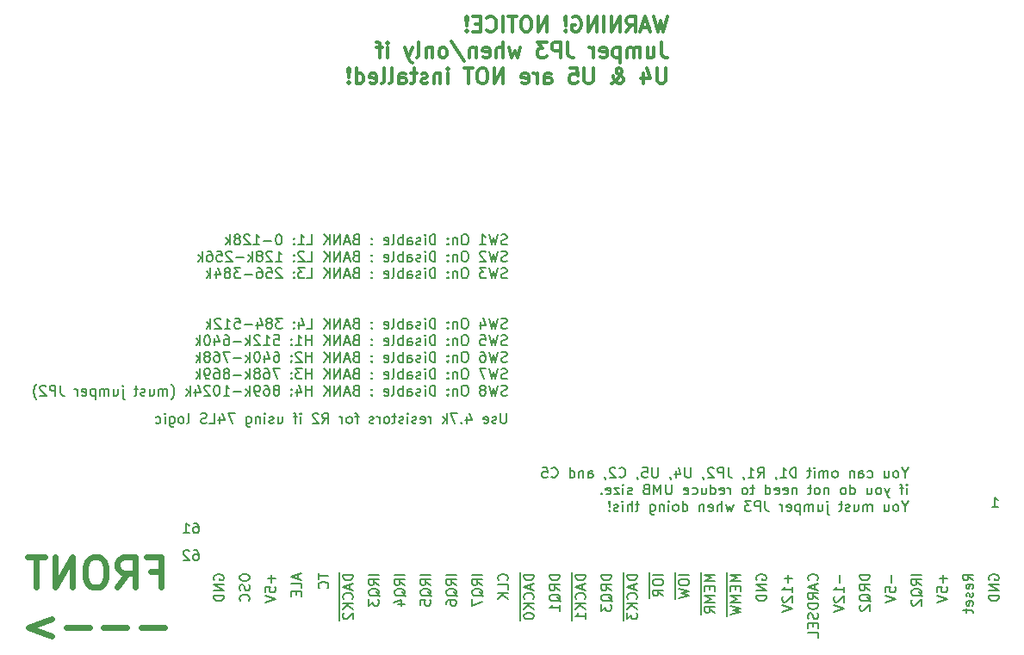
<source format=gbo>
G04 #@! TF.GenerationSoftware,KiCad,Pcbnew,(5.1.4)-1*
G04 #@! TF.CreationDate,2019-10-26T13:29:07-07:00*
G04 #@! TF.ProjectId,XT Prototype Board,58542050-726f-4746-9f74-79706520426f,rev?*
G04 #@! TF.SameCoordinates,Original*
G04 #@! TF.FileFunction,Legend,Bot*
G04 #@! TF.FilePolarity,Positive*
%FSLAX46Y46*%
G04 Gerber Fmt 4.6, Leading zero omitted, Abs format (unit mm)*
G04 Created by KiCad (PCBNEW (5.1.4)-1) date 2019-10-26 13:29:07*
%MOMM*%
%LPD*%
G04 APERTURE LIST*
%ADD10C,0.150000*%
%ADD11C,0.300000*%
%ADD12C,0.600000*%
G04 APERTURE END LIST*
D10*
X144253928Y-113896190D02*
X144253928Y-114372380D01*
X144587261Y-113372380D02*
X144253928Y-113896190D01*
X143920595Y-113372380D01*
X143444404Y-114372380D02*
X143539642Y-114324761D01*
X143587261Y-114277142D01*
X143634880Y-114181904D01*
X143634880Y-113896190D01*
X143587261Y-113800952D01*
X143539642Y-113753333D01*
X143444404Y-113705714D01*
X143301547Y-113705714D01*
X143206309Y-113753333D01*
X143158690Y-113800952D01*
X143111071Y-113896190D01*
X143111071Y-114181904D01*
X143158690Y-114277142D01*
X143206309Y-114324761D01*
X143301547Y-114372380D01*
X143444404Y-114372380D01*
X142253928Y-113705714D02*
X142253928Y-114372380D01*
X142682500Y-113705714D02*
X142682500Y-114229523D01*
X142634880Y-114324761D01*
X142539642Y-114372380D01*
X142396785Y-114372380D01*
X142301547Y-114324761D01*
X142253928Y-114277142D01*
X140587261Y-114324761D02*
X140682500Y-114372380D01*
X140872976Y-114372380D01*
X140968214Y-114324761D01*
X141015833Y-114277142D01*
X141063452Y-114181904D01*
X141063452Y-113896190D01*
X141015833Y-113800952D01*
X140968214Y-113753333D01*
X140872976Y-113705714D01*
X140682500Y-113705714D01*
X140587261Y-113753333D01*
X139730119Y-114372380D02*
X139730119Y-113848571D01*
X139777738Y-113753333D01*
X139872976Y-113705714D01*
X140063452Y-113705714D01*
X140158690Y-113753333D01*
X139730119Y-114324761D02*
X139825357Y-114372380D01*
X140063452Y-114372380D01*
X140158690Y-114324761D01*
X140206309Y-114229523D01*
X140206309Y-114134285D01*
X140158690Y-114039047D01*
X140063452Y-113991428D01*
X139825357Y-113991428D01*
X139730119Y-113943809D01*
X139253928Y-113705714D02*
X139253928Y-114372380D01*
X139253928Y-113800952D02*
X139206309Y-113753333D01*
X139111071Y-113705714D01*
X138968214Y-113705714D01*
X138872976Y-113753333D01*
X138825357Y-113848571D01*
X138825357Y-114372380D01*
X137444404Y-114372380D02*
X137539642Y-114324761D01*
X137587261Y-114277142D01*
X137634880Y-114181904D01*
X137634880Y-113896190D01*
X137587261Y-113800952D01*
X137539642Y-113753333D01*
X137444404Y-113705714D01*
X137301547Y-113705714D01*
X137206309Y-113753333D01*
X137158690Y-113800952D01*
X137111071Y-113896190D01*
X137111071Y-114181904D01*
X137158690Y-114277142D01*
X137206309Y-114324761D01*
X137301547Y-114372380D01*
X137444404Y-114372380D01*
X136682500Y-114372380D02*
X136682500Y-113705714D01*
X136682500Y-113800952D02*
X136634880Y-113753333D01*
X136539642Y-113705714D01*
X136396785Y-113705714D01*
X136301547Y-113753333D01*
X136253928Y-113848571D01*
X136253928Y-114372380D01*
X136253928Y-113848571D02*
X136206309Y-113753333D01*
X136111071Y-113705714D01*
X135968214Y-113705714D01*
X135872976Y-113753333D01*
X135825357Y-113848571D01*
X135825357Y-114372380D01*
X135349166Y-114372380D02*
X135349166Y-113705714D01*
X135349166Y-113372380D02*
X135396785Y-113420000D01*
X135349166Y-113467619D01*
X135301547Y-113420000D01*
X135349166Y-113372380D01*
X135349166Y-113467619D01*
X135015833Y-113705714D02*
X134634880Y-113705714D01*
X134872976Y-113372380D02*
X134872976Y-114229523D01*
X134825357Y-114324761D01*
X134730119Y-114372380D01*
X134634880Y-114372380D01*
X133539642Y-114372380D02*
X133539642Y-113372380D01*
X133301547Y-113372380D01*
X133158690Y-113420000D01*
X133063452Y-113515238D01*
X133015833Y-113610476D01*
X132968214Y-113800952D01*
X132968214Y-113943809D01*
X133015833Y-114134285D01*
X133063452Y-114229523D01*
X133158690Y-114324761D01*
X133301547Y-114372380D01*
X133539642Y-114372380D01*
X132015833Y-114372380D02*
X132587261Y-114372380D01*
X132301547Y-114372380D02*
X132301547Y-113372380D01*
X132396785Y-113515238D01*
X132492023Y-113610476D01*
X132587261Y-113658095D01*
X131539642Y-114324761D02*
X131539642Y-114372380D01*
X131587261Y-114467619D01*
X131634880Y-114515238D01*
X129777738Y-114372380D02*
X130111071Y-113896190D01*
X130349166Y-114372380D02*
X130349166Y-113372380D01*
X129968214Y-113372380D01*
X129872976Y-113420000D01*
X129825357Y-113467619D01*
X129777738Y-113562857D01*
X129777738Y-113705714D01*
X129825357Y-113800952D01*
X129872976Y-113848571D01*
X129968214Y-113896190D01*
X130349166Y-113896190D01*
X128825357Y-114372380D02*
X129396785Y-114372380D01*
X129111071Y-114372380D02*
X129111071Y-113372380D01*
X129206309Y-113515238D01*
X129301547Y-113610476D01*
X129396785Y-113658095D01*
X128349166Y-114324761D02*
X128349166Y-114372380D01*
X128396785Y-114467619D01*
X128444404Y-114515238D01*
X126872976Y-113372380D02*
X126872976Y-114086666D01*
X126920595Y-114229523D01*
X127015833Y-114324761D01*
X127158690Y-114372380D01*
X127253928Y-114372380D01*
X126396785Y-114372380D02*
X126396785Y-113372380D01*
X126015833Y-113372380D01*
X125920595Y-113420000D01*
X125872976Y-113467619D01*
X125825357Y-113562857D01*
X125825357Y-113705714D01*
X125872976Y-113800952D01*
X125920595Y-113848571D01*
X126015833Y-113896190D01*
X126396785Y-113896190D01*
X125444404Y-113467619D02*
X125396785Y-113420000D01*
X125301547Y-113372380D01*
X125063452Y-113372380D01*
X124968214Y-113420000D01*
X124920595Y-113467619D01*
X124872976Y-113562857D01*
X124872976Y-113658095D01*
X124920595Y-113800952D01*
X125492023Y-114372380D01*
X124872976Y-114372380D01*
X124396785Y-114324761D02*
X124396785Y-114372380D01*
X124444404Y-114467619D01*
X124492023Y-114515238D01*
X123206309Y-113372380D02*
X123206309Y-114181904D01*
X123158690Y-114277142D01*
X123111071Y-114324761D01*
X123015833Y-114372380D01*
X122825357Y-114372380D01*
X122730119Y-114324761D01*
X122682500Y-114277142D01*
X122634880Y-114181904D01*
X122634880Y-113372380D01*
X121730119Y-113705714D02*
X121730119Y-114372380D01*
X121968214Y-113324761D02*
X122206309Y-114039047D01*
X121587261Y-114039047D01*
X121158690Y-114324761D02*
X121158690Y-114372380D01*
X121206309Y-114467619D01*
X121253928Y-114515238D01*
X119968214Y-113372380D02*
X119968214Y-114181904D01*
X119920595Y-114277142D01*
X119872976Y-114324761D01*
X119777738Y-114372380D01*
X119587261Y-114372380D01*
X119492023Y-114324761D01*
X119444404Y-114277142D01*
X119396785Y-114181904D01*
X119396785Y-113372380D01*
X118444404Y-113372380D02*
X118920595Y-113372380D01*
X118968214Y-113848571D01*
X118920595Y-113800952D01*
X118825357Y-113753333D01*
X118587261Y-113753333D01*
X118492023Y-113800952D01*
X118444404Y-113848571D01*
X118396785Y-113943809D01*
X118396785Y-114181904D01*
X118444404Y-114277142D01*
X118492023Y-114324761D01*
X118587261Y-114372380D01*
X118825357Y-114372380D01*
X118920595Y-114324761D01*
X118968214Y-114277142D01*
X117920595Y-114324761D02*
X117920595Y-114372380D01*
X117968214Y-114467619D01*
X118015833Y-114515238D01*
X116158690Y-114277142D02*
X116206309Y-114324761D01*
X116349166Y-114372380D01*
X116444404Y-114372380D01*
X116587261Y-114324761D01*
X116682500Y-114229523D01*
X116730119Y-114134285D01*
X116777738Y-113943809D01*
X116777738Y-113800952D01*
X116730119Y-113610476D01*
X116682500Y-113515238D01*
X116587261Y-113420000D01*
X116444404Y-113372380D01*
X116349166Y-113372380D01*
X116206309Y-113420000D01*
X116158690Y-113467619D01*
X115777738Y-113467619D02*
X115730119Y-113420000D01*
X115634880Y-113372380D01*
X115396785Y-113372380D01*
X115301547Y-113420000D01*
X115253928Y-113467619D01*
X115206309Y-113562857D01*
X115206309Y-113658095D01*
X115253928Y-113800952D01*
X115825357Y-114372380D01*
X115206309Y-114372380D01*
X114730119Y-114324761D02*
X114730119Y-114372380D01*
X114777738Y-114467619D01*
X114825357Y-114515238D01*
X113111071Y-114372380D02*
X113111071Y-113848571D01*
X113158690Y-113753333D01*
X113253928Y-113705714D01*
X113444404Y-113705714D01*
X113539642Y-113753333D01*
X113111071Y-114324761D02*
X113206309Y-114372380D01*
X113444404Y-114372380D01*
X113539642Y-114324761D01*
X113587261Y-114229523D01*
X113587261Y-114134285D01*
X113539642Y-114039047D01*
X113444404Y-113991428D01*
X113206309Y-113991428D01*
X113111071Y-113943809D01*
X112634880Y-113705714D02*
X112634880Y-114372380D01*
X112634880Y-113800952D02*
X112587261Y-113753333D01*
X112492023Y-113705714D01*
X112349166Y-113705714D01*
X112253928Y-113753333D01*
X112206309Y-113848571D01*
X112206309Y-114372380D01*
X111301547Y-114372380D02*
X111301547Y-113372380D01*
X111301547Y-114324761D02*
X111396785Y-114372380D01*
X111587261Y-114372380D01*
X111682500Y-114324761D01*
X111730119Y-114277142D01*
X111777738Y-114181904D01*
X111777738Y-113896190D01*
X111730119Y-113800952D01*
X111682500Y-113753333D01*
X111587261Y-113705714D01*
X111396785Y-113705714D01*
X111301547Y-113753333D01*
X109492023Y-114277142D02*
X109539642Y-114324761D01*
X109682500Y-114372380D01*
X109777738Y-114372380D01*
X109920595Y-114324761D01*
X110015833Y-114229523D01*
X110063452Y-114134285D01*
X110111071Y-113943809D01*
X110111071Y-113800952D01*
X110063452Y-113610476D01*
X110015833Y-113515238D01*
X109920595Y-113420000D01*
X109777738Y-113372380D01*
X109682500Y-113372380D01*
X109539642Y-113420000D01*
X109492023Y-113467619D01*
X108587261Y-113372380D02*
X109063452Y-113372380D01*
X109111071Y-113848571D01*
X109063452Y-113800952D01*
X108968214Y-113753333D01*
X108730119Y-113753333D01*
X108634880Y-113800952D01*
X108587261Y-113848571D01*
X108539642Y-113943809D01*
X108539642Y-114181904D01*
X108587261Y-114277142D01*
X108634880Y-114324761D01*
X108730119Y-114372380D01*
X108968214Y-114372380D01*
X109063452Y-114324761D01*
X109111071Y-114277142D01*
X144444404Y-116022380D02*
X144444404Y-115355714D01*
X144444404Y-115022380D02*
X144492023Y-115070000D01*
X144444404Y-115117619D01*
X144396785Y-115070000D01*
X144444404Y-115022380D01*
X144444404Y-115117619D01*
X144111071Y-115355714D02*
X143730119Y-115355714D01*
X143968214Y-116022380D02*
X143968214Y-115165238D01*
X143920595Y-115070000D01*
X143825357Y-115022380D01*
X143730119Y-115022380D01*
X142730119Y-115355714D02*
X142492023Y-116022380D01*
X142253928Y-115355714D02*
X142492023Y-116022380D01*
X142587261Y-116260476D01*
X142634880Y-116308095D01*
X142730119Y-116355714D01*
X141730119Y-116022380D02*
X141825357Y-115974761D01*
X141872976Y-115927142D01*
X141920595Y-115831904D01*
X141920595Y-115546190D01*
X141872976Y-115450952D01*
X141825357Y-115403333D01*
X141730119Y-115355714D01*
X141587261Y-115355714D01*
X141492023Y-115403333D01*
X141444404Y-115450952D01*
X141396785Y-115546190D01*
X141396785Y-115831904D01*
X141444404Y-115927142D01*
X141492023Y-115974761D01*
X141587261Y-116022380D01*
X141730119Y-116022380D01*
X140539642Y-115355714D02*
X140539642Y-116022380D01*
X140968214Y-115355714D02*
X140968214Y-115879523D01*
X140920595Y-115974761D01*
X140825357Y-116022380D01*
X140682500Y-116022380D01*
X140587261Y-115974761D01*
X140539642Y-115927142D01*
X138872976Y-116022380D02*
X138872976Y-115022380D01*
X138872976Y-115974761D02*
X138968214Y-116022380D01*
X139158690Y-116022380D01*
X139253928Y-115974761D01*
X139301547Y-115927142D01*
X139349166Y-115831904D01*
X139349166Y-115546190D01*
X139301547Y-115450952D01*
X139253928Y-115403333D01*
X139158690Y-115355714D01*
X138968214Y-115355714D01*
X138872976Y-115403333D01*
X138253928Y-116022380D02*
X138349166Y-115974761D01*
X138396785Y-115927142D01*
X138444404Y-115831904D01*
X138444404Y-115546190D01*
X138396785Y-115450952D01*
X138349166Y-115403333D01*
X138253928Y-115355714D01*
X138111071Y-115355714D01*
X138015833Y-115403333D01*
X137968214Y-115450952D01*
X137920595Y-115546190D01*
X137920595Y-115831904D01*
X137968214Y-115927142D01*
X138015833Y-115974761D01*
X138111071Y-116022380D01*
X138253928Y-116022380D01*
X136730119Y-115355714D02*
X136730119Y-116022380D01*
X136730119Y-115450952D02*
X136682500Y-115403333D01*
X136587261Y-115355714D01*
X136444404Y-115355714D01*
X136349166Y-115403333D01*
X136301547Y-115498571D01*
X136301547Y-116022380D01*
X135682500Y-116022380D02*
X135777738Y-115974761D01*
X135825357Y-115927142D01*
X135872976Y-115831904D01*
X135872976Y-115546190D01*
X135825357Y-115450952D01*
X135777738Y-115403333D01*
X135682500Y-115355714D01*
X135539642Y-115355714D01*
X135444404Y-115403333D01*
X135396785Y-115450952D01*
X135349166Y-115546190D01*
X135349166Y-115831904D01*
X135396785Y-115927142D01*
X135444404Y-115974761D01*
X135539642Y-116022380D01*
X135682500Y-116022380D01*
X135063452Y-115355714D02*
X134682500Y-115355714D01*
X134920595Y-115022380D02*
X134920595Y-115879523D01*
X134872976Y-115974761D01*
X134777738Y-116022380D01*
X134682500Y-116022380D01*
X133587261Y-115355714D02*
X133587261Y-116022380D01*
X133587261Y-115450952D02*
X133539642Y-115403333D01*
X133444404Y-115355714D01*
X133301547Y-115355714D01*
X133206309Y-115403333D01*
X133158690Y-115498571D01*
X133158690Y-116022380D01*
X132301547Y-115974761D02*
X132396785Y-116022380D01*
X132587261Y-116022380D01*
X132682500Y-115974761D01*
X132730119Y-115879523D01*
X132730119Y-115498571D01*
X132682500Y-115403333D01*
X132587261Y-115355714D01*
X132396785Y-115355714D01*
X132301547Y-115403333D01*
X132253928Y-115498571D01*
X132253928Y-115593809D01*
X132730119Y-115689047D01*
X131444404Y-115974761D02*
X131539642Y-116022380D01*
X131730119Y-116022380D01*
X131825357Y-115974761D01*
X131872976Y-115879523D01*
X131872976Y-115498571D01*
X131825357Y-115403333D01*
X131730119Y-115355714D01*
X131539642Y-115355714D01*
X131444404Y-115403333D01*
X131396785Y-115498571D01*
X131396785Y-115593809D01*
X131872976Y-115689047D01*
X130539642Y-116022380D02*
X130539642Y-115022380D01*
X130539642Y-115974761D02*
X130634880Y-116022380D01*
X130825357Y-116022380D01*
X130920595Y-115974761D01*
X130968214Y-115927142D01*
X131015833Y-115831904D01*
X131015833Y-115546190D01*
X130968214Y-115450952D01*
X130920595Y-115403333D01*
X130825357Y-115355714D01*
X130634880Y-115355714D01*
X130539642Y-115403333D01*
X129444404Y-115355714D02*
X129063452Y-115355714D01*
X129301547Y-115022380D02*
X129301547Y-115879523D01*
X129253928Y-115974761D01*
X129158690Y-116022380D01*
X129063452Y-116022380D01*
X128587261Y-116022380D02*
X128682500Y-115974761D01*
X128730119Y-115927142D01*
X128777738Y-115831904D01*
X128777738Y-115546190D01*
X128730119Y-115450952D01*
X128682500Y-115403333D01*
X128587261Y-115355714D01*
X128444404Y-115355714D01*
X128349166Y-115403333D01*
X128301547Y-115450952D01*
X128253928Y-115546190D01*
X128253928Y-115831904D01*
X128301547Y-115927142D01*
X128349166Y-115974761D01*
X128444404Y-116022380D01*
X128587261Y-116022380D01*
X127063452Y-116022380D02*
X127063452Y-115355714D01*
X127063452Y-115546190D02*
X127015833Y-115450952D01*
X126968214Y-115403333D01*
X126872976Y-115355714D01*
X126777738Y-115355714D01*
X126063452Y-115974761D02*
X126158690Y-116022380D01*
X126349166Y-116022380D01*
X126444404Y-115974761D01*
X126492023Y-115879523D01*
X126492023Y-115498571D01*
X126444404Y-115403333D01*
X126349166Y-115355714D01*
X126158690Y-115355714D01*
X126063452Y-115403333D01*
X126015833Y-115498571D01*
X126015833Y-115593809D01*
X126492023Y-115689047D01*
X125158690Y-116022380D02*
X125158690Y-115022380D01*
X125158690Y-115974761D02*
X125253928Y-116022380D01*
X125444404Y-116022380D01*
X125539642Y-115974761D01*
X125587261Y-115927142D01*
X125634880Y-115831904D01*
X125634880Y-115546190D01*
X125587261Y-115450952D01*
X125539642Y-115403333D01*
X125444404Y-115355714D01*
X125253928Y-115355714D01*
X125158690Y-115403333D01*
X124253928Y-115355714D02*
X124253928Y-116022380D01*
X124682500Y-115355714D02*
X124682500Y-115879523D01*
X124634880Y-115974761D01*
X124539642Y-116022380D01*
X124396785Y-116022380D01*
X124301547Y-115974761D01*
X124253928Y-115927142D01*
X123349166Y-115974761D02*
X123444404Y-116022380D01*
X123634880Y-116022380D01*
X123730119Y-115974761D01*
X123777738Y-115927142D01*
X123825357Y-115831904D01*
X123825357Y-115546190D01*
X123777738Y-115450952D01*
X123730119Y-115403333D01*
X123634880Y-115355714D01*
X123444404Y-115355714D01*
X123349166Y-115403333D01*
X122539642Y-115974761D02*
X122634880Y-116022380D01*
X122825357Y-116022380D01*
X122920595Y-115974761D01*
X122968214Y-115879523D01*
X122968214Y-115498571D01*
X122920595Y-115403333D01*
X122825357Y-115355714D01*
X122634880Y-115355714D01*
X122539642Y-115403333D01*
X122492023Y-115498571D01*
X122492023Y-115593809D01*
X122968214Y-115689047D01*
X121301547Y-115022380D02*
X121301547Y-115831904D01*
X121253928Y-115927142D01*
X121206309Y-115974761D01*
X121111071Y-116022380D01*
X120920595Y-116022380D01*
X120825357Y-115974761D01*
X120777738Y-115927142D01*
X120730119Y-115831904D01*
X120730119Y-115022380D01*
X120253928Y-116022380D02*
X120253928Y-115022380D01*
X119920595Y-115736666D01*
X119587261Y-115022380D01*
X119587261Y-116022380D01*
X118777738Y-115498571D02*
X118634880Y-115546190D01*
X118587261Y-115593809D01*
X118539642Y-115689047D01*
X118539642Y-115831904D01*
X118587261Y-115927142D01*
X118634880Y-115974761D01*
X118730119Y-116022380D01*
X119111071Y-116022380D01*
X119111071Y-115022380D01*
X118777738Y-115022380D01*
X118682500Y-115070000D01*
X118634880Y-115117619D01*
X118587261Y-115212857D01*
X118587261Y-115308095D01*
X118634880Y-115403333D01*
X118682500Y-115450952D01*
X118777738Y-115498571D01*
X119111071Y-115498571D01*
X117396785Y-115974761D02*
X117301547Y-116022380D01*
X117111071Y-116022380D01*
X117015833Y-115974761D01*
X116968214Y-115879523D01*
X116968214Y-115831904D01*
X117015833Y-115736666D01*
X117111071Y-115689047D01*
X117253928Y-115689047D01*
X117349166Y-115641428D01*
X117396785Y-115546190D01*
X117396785Y-115498571D01*
X117349166Y-115403333D01*
X117253928Y-115355714D01*
X117111071Y-115355714D01*
X117015833Y-115403333D01*
X116539642Y-116022380D02*
X116539642Y-115355714D01*
X116539642Y-115022380D02*
X116587261Y-115070000D01*
X116539642Y-115117619D01*
X116492023Y-115070000D01*
X116539642Y-115022380D01*
X116539642Y-115117619D01*
X116158690Y-115355714D02*
X115634880Y-115355714D01*
X116158690Y-116022380D01*
X115634880Y-116022380D01*
X114872976Y-115974761D02*
X114968214Y-116022380D01*
X115158690Y-116022380D01*
X115253928Y-115974761D01*
X115301547Y-115879523D01*
X115301547Y-115498571D01*
X115253928Y-115403333D01*
X115158690Y-115355714D01*
X114968214Y-115355714D01*
X114872976Y-115403333D01*
X114825357Y-115498571D01*
X114825357Y-115593809D01*
X115301547Y-115689047D01*
X114396785Y-115927142D02*
X114349166Y-115974761D01*
X114396785Y-116022380D01*
X114444404Y-115974761D01*
X114396785Y-115927142D01*
X114396785Y-116022380D01*
X144253928Y-117196190D02*
X144253928Y-117672380D01*
X144587261Y-116672380D02*
X144253928Y-117196190D01*
X143920595Y-116672380D01*
X143444404Y-117672380D02*
X143539642Y-117624761D01*
X143587261Y-117577142D01*
X143634880Y-117481904D01*
X143634880Y-117196190D01*
X143587261Y-117100952D01*
X143539642Y-117053333D01*
X143444404Y-117005714D01*
X143301547Y-117005714D01*
X143206309Y-117053333D01*
X143158690Y-117100952D01*
X143111071Y-117196190D01*
X143111071Y-117481904D01*
X143158690Y-117577142D01*
X143206309Y-117624761D01*
X143301547Y-117672380D01*
X143444404Y-117672380D01*
X142253928Y-117005714D02*
X142253928Y-117672380D01*
X142682500Y-117005714D02*
X142682500Y-117529523D01*
X142634880Y-117624761D01*
X142539642Y-117672380D01*
X142396785Y-117672380D01*
X142301547Y-117624761D01*
X142253928Y-117577142D01*
X141015833Y-117672380D02*
X141015833Y-117005714D01*
X141015833Y-117100952D02*
X140968214Y-117053333D01*
X140872976Y-117005714D01*
X140730119Y-117005714D01*
X140634880Y-117053333D01*
X140587261Y-117148571D01*
X140587261Y-117672380D01*
X140587261Y-117148571D02*
X140539642Y-117053333D01*
X140444404Y-117005714D01*
X140301547Y-117005714D01*
X140206309Y-117053333D01*
X140158690Y-117148571D01*
X140158690Y-117672380D01*
X139253928Y-117005714D02*
X139253928Y-117672380D01*
X139682500Y-117005714D02*
X139682500Y-117529523D01*
X139634880Y-117624761D01*
X139539642Y-117672380D01*
X139396785Y-117672380D01*
X139301547Y-117624761D01*
X139253928Y-117577142D01*
X138825357Y-117624761D02*
X138730119Y-117672380D01*
X138539642Y-117672380D01*
X138444404Y-117624761D01*
X138396785Y-117529523D01*
X138396785Y-117481904D01*
X138444404Y-117386666D01*
X138539642Y-117339047D01*
X138682500Y-117339047D01*
X138777738Y-117291428D01*
X138825357Y-117196190D01*
X138825357Y-117148571D01*
X138777738Y-117053333D01*
X138682500Y-117005714D01*
X138539642Y-117005714D01*
X138444404Y-117053333D01*
X138111071Y-117005714D02*
X137730119Y-117005714D01*
X137968214Y-116672380D02*
X137968214Y-117529523D01*
X137920595Y-117624761D01*
X137825357Y-117672380D01*
X137730119Y-117672380D01*
X136634880Y-117005714D02*
X136634880Y-117862857D01*
X136682500Y-117958095D01*
X136777738Y-118005714D01*
X136825357Y-118005714D01*
X136634880Y-116672380D02*
X136682500Y-116720000D01*
X136634880Y-116767619D01*
X136587261Y-116720000D01*
X136634880Y-116672380D01*
X136634880Y-116767619D01*
X135730119Y-117005714D02*
X135730119Y-117672380D01*
X136158690Y-117005714D02*
X136158690Y-117529523D01*
X136111071Y-117624761D01*
X136015833Y-117672380D01*
X135872976Y-117672380D01*
X135777738Y-117624761D01*
X135730119Y-117577142D01*
X135253928Y-117672380D02*
X135253928Y-117005714D01*
X135253928Y-117100952D02*
X135206309Y-117053333D01*
X135111071Y-117005714D01*
X134968214Y-117005714D01*
X134872976Y-117053333D01*
X134825357Y-117148571D01*
X134825357Y-117672380D01*
X134825357Y-117148571D02*
X134777738Y-117053333D01*
X134682500Y-117005714D01*
X134539642Y-117005714D01*
X134444404Y-117053333D01*
X134396785Y-117148571D01*
X134396785Y-117672380D01*
X133920595Y-117005714D02*
X133920595Y-118005714D01*
X133920595Y-117053333D02*
X133825357Y-117005714D01*
X133634880Y-117005714D01*
X133539642Y-117053333D01*
X133492023Y-117100952D01*
X133444404Y-117196190D01*
X133444404Y-117481904D01*
X133492023Y-117577142D01*
X133539642Y-117624761D01*
X133634880Y-117672380D01*
X133825357Y-117672380D01*
X133920595Y-117624761D01*
X132634880Y-117624761D02*
X132730119Y-117672380D01*
X132920595Y-117672380D01*
X133015833Y-117624761D01*
X133063452Y-117529523D01*
X133063452Y-117148571D01*
X133015833Y-117053333D01*
X132920595Y-117005714D01*
X132730119Y-117005714D01*
X132634880Y-117053333D01*
X132587261Y-117148571D01*
X132587261Y-117243809D01*
X133063452Y-117339047D01*
X132158690Y-117672380D02*
X132158690Y-117005714D01*
X132158690Y-117196190D02*
X132111071Y-117100952D01*
X132063452Y-117053333D01*
X131968214Y-117005714D01*
X131872976Y-117005714D01*
X130492023Y-116672380D02*
X130492023Y-117386666D01*
X130539642Y-117529523D01*
X130634880Y-117624761D01*
X130777738Y-117672380D01*
X130872976Y-117672380D01*
X130015833Y-117672380D02*
X130015833Y-116672380D01*
X129634880Y-116672380D01*
X129539642Y-116720000D01*
X129492023Y-116767619D01*
X129444404Y-116862857D01*
X129444404Y-117005714D01*
X129492023Y-117100952D01*
X129539642Y-117148571D01*
X129634880Y-117196190D01*
X130015833Y-117196190D01*
X129111071Y-116672380D02*
X128492023Y-116672380D01*
X128825357Y-117053333D01*
X128682500Y-117053333D01*
X128587261Y-117100952D01*
X128539642Y-117148571D01*
X128492023Y-117243809D01*
X128492023Y-117481904D01*
X128539642Y-117577142D01*
X128587261Y-117624761D01*
X128682500Y-117672380D01*
X128968214Y-117672380D01*
X129063452Y-117624761D01*
X129111071Y-117577142D01*
X127396785Y-117005714D02*
X127206309Y-117672380D01*
X127015833Y-117196190D01*
X126825357Y-117672380D01*
X126634880Y-117005714D01*
X126253928Y-117672380D02*
X126253928Y-116672380D01*
X125825357Y-117672380D02*
X125825357Y-117148571D01*
X125872976Y-117053333D01*
X125968214Y-117005714D01*
X126111071Y-117005714D01*
X126206309Y-117053333D01*
X126253928Y-117100952D01*
X124968214Y-117624761D02*
X125063452Y-117672380D01*
X125253928Y-117672380D01*
X125349166Y-117624761D01*
X125396785Y-117529523D01*
X125396785Y-117148571D01*
X125349166Y-117053333D01*
X125253928Y-117005714D01*
X125063452Y-117005714D01*
X124968214Y-117053333D01*
X124920595Y-117148571D01*
X124920595Y-117243809D01*
X125396785Y-117339047D01*
X124492023Y-117005714D02*
X124492023Y-117672380D01*
X124492023Y-117100952D02*
X124444404Y-117053333D01*
X124349166Y-117005714D01*
X124206309Y-117005714D01*
X124111071Y-117053333D01*
X124063452Y-117148571D01*
X124063452Y-117672380D01*
X122396785Y-117672380D02*
X122396785Y-116672380D01*
X122396785Y-117624761D02*
X122492023Y-117672380D01*
X122682500Y-117672380D01*
X122777738Y-117624761D01*
X122825357Y-117577142D01*
X122872976Y-117481904D01*
X122872976Y-117196190D01*
X122825357Y-117100952D01*
X122777738Y-117053333D01*
X122682500Y-117005714D01*
X122492023Y-117005714D01*
X122396785Y-117053333D01*
X121777738Y-117672380D02*
X121872976Y-117624761D01*
X121920595Y-117577142D01*
X121968214Y-117481904D01*
X121968214Y-117196190D01*
X121920595Y-117100952D01*
X121872976Y-117053333D01*
X121777738Y-117005714D01*
X121634880Y-117005714D01*
X121539642Y-117053333D01*
X121492023Y-117100952D01*
X121444404Y-117196190D01*
X121444404Y-117481904D01*
X121492023Y-117577142D01*
X121539642Y-117624761D01*
X121634880Y-117672380D01*
X121777738Y-117672380D01*
X121015833Y-117672380D02*
X121015833Y-117005714D01*
X121015833Y-116672380D02*
X121063452Y-116720000D01*
X121015833Y-116767619D01*
X120968214Y-116720000D01*
X121015833Y-116672380D01*
X121015833Y-116767619D01*
X120539642Y-117005714D02*
X120539642Y-117672380D01*
X120539642Y-117100952D02*
X120492023Y-117053333D01*
X120396785Y-117005714D01*
X120253928Y-117005714D01*
X120158690Y-117053333D01*
X120111071Y-117148571D01*
X120111071Y-117672380D01*
X119206309Y-117005714D02*
X119206309Y-117815238D01*
X119253928Y-117910476D01*
X119301547Y-117958095D01*
X119396785Y-118005714D01*
X119539642Y-118005714D01*
X119634880Y-117958095D01*
X119206309Y-117624761D02*
X119301547Y-117672380D01*
X119492023Y-117672380D01*
X119587261Y-117624761D01*
X119634880Y-117577142D01*
X119682500Y-117481904D01*
X119682500Y-117196190D01*
X119634880Y-117100952D01*
X119587261Y-117053333D01*
X119492023Y-117005714D01*
X119301547Y-117005714D01*
X119206309Y-117053333D01*
X118111071Y-117005714D02*
X117730119Y-117005714D01*
X117968214Y-116672380D02*
X117968214Y-117529523D01*
X117920595Y-117624761D01*
X117825357Y-117672380D01*
X117730119Y-117672380D01*
X117396785Y-117672380D02*
X117396785Y-116672380D01*
X116968214Y-117672380D02*
X116968214Y-117148571D01*
X117015833Y-117053333D01*
X117111071Y-117005714D01*
X117253928Y-117005714D01*
X117349166Y-117053333D01*
X117396785Y-117100952D01*
X116492023Y-117672380D02*
X116492023Y-117005714D01*
X116492023Y-116672380D02*
X116539642Y-116720000D01*
X116492023Y-116767619D01*
X116444404Y-116720000D01*
X116492023Y-116672380D01*
X116492023Y-116767619D01*
X116063452Y-117624761D02*
X115968214Y-117672380D01*
X115777738Y-117672380D01*
X115682500Y-117624761D01*
X115634880Y-117529523D01*
X115634880Y-117481904D01*
X115682500Y-117386666D01*
X115777738Y-117339047D01*
X115920595Y-117339047D01*
X116015833Y-117291428D01*
X116063452Y-117196190D01*
X116063452Y-117148571D01*
X116015833Y-117053333D01*
X115920595Y-117005714D01*
X115777738Y-117005714D01*
X115682500Y-117053333D01*
X115206309Y-117577142D02*
X115158690Y-117624761D01*
X115206309Y-117672380D01*
X115253928Y-117624761D01*
X115206309Y-117577142D01*
X115206309Y-117672380D01*
X115206309Y-117291428D02*
X115253928Y-116720000D01*
X115206309Y-116672380D01*
X115158690Y-116720000D01*
X115206309Y-117291428D01*
X115206309Y-116672380D01*
X105074404Y-108037380D02*
X105074404Y-108846904D01*
X105026785Y-108942142D01*
X104979166Y-108989761D01*
X104883928Y-109037380D01*
X104693452Y-109037380D01*
X104598214Y-108989761D01*
X104550595Y-108942142D01*
X104502976Y-108846904D01*
X104502976Y-108037380D01*
X104074404Y-108989761D02*
X103979166Y-109037380D01*
X103788690Y-109037380D01*
X103693452Y-108989761D01*
X103645833Y-108894523D01*
X103645833Y-108846904D01*
X103693452Y-108751666D01*
X103788690Y-108704047D01*
X103931547Y-108704047D01*
X104026785Y-108656428D01*
X104074404Y-108561190D01*
X104074404Y-108513571D01*
X104026785Y-108418333D01*
X103931547Y-108370714D01*
X103788690Y-108370714D01*
X103693452Y-108418333D01*
X102836309Y-108989761D02*
X102931547Y-109037380D01*
X103122023Y-109037380D01*
X103217261Y-108989761D01*
X103264880Y-108894523D01*
X103264880Y-108513571D01*
X103217261Y-108418333D01*
X103122023Y-108370714D01*
X102931547Y-108370714D01*
X102836309Y-108418333D01*
X102788690Y-108513571D01*
X102788690Y-108608809D01*
X103264880Y-108704047D01*
X101169642Y-108370714D02*
X101169642Y-109037380D01*
X101407738Y-107989761D02*
X101645833Y-108704047D01*
X101026785Y-108704047D01*
X100645833Y-108942142D02*
X100598214Y-108989761D01*
X100645833Y-109037380D01*
X100693452Y-108989761D01*
X100645833Y-108942142D01*
X100645833Y-109037380D01*
X100264880Y-108037380D02*
X99598214Y-108037380D01*
X100026785Y-109037380D01*
X99217261Y-109037380D02*
X99217261Y-108037380D01*
X99122023Y-108656428D02*
X98836309Y-109037380D01*
X98836309Y-108370714D02*
X99217261Y-108751666D01*
X97645833Y-109037380D02*
X97645833Y-108370714D01*
X97645833Y-108561190D02*
X97598214Y-108465952D01*
X97550595Y-108418333D01*
X97455357Y-108370714D01*
X97360119Y-108370714D01*
X96645833Y-108989761D02*
X96741071Y-109037380D01*
X96931547Y-109037380D01*
X97026785Y-108989761D01*
X97074404Y-108894523D01*
X97074404Y-108513571D01*
X97026785Y-108418333D01*
X96931547Y-108370714D01*
X96741071Y-108370714D01*
X96645833Y-108418333D01*
X96598214Y-108513571D01*
X96598214Y-108608809D01*
X97074404Y-108704047D01*
X96217261Y-108989761D02*
X96122023Y-109037380D01*
X95931547Y-109037380D01*
X95836309Y-108989761D01*
X95788690Y-108894523D01*
X95788690Y-108846904D01*
X95836309Y-108751666D01*
X95931547Y-108704047D01*
X96074404Y-108704047D01*
X96169642Y-108656428D01*
X96217261Y-108561190D01*
X96217261Y-108513571D01*
X96169642Y-108418333D01*
X96074404Y-108370714D01*
X95931547Y-108370714D01*
X95836309Y-108418333D01*
X95360119Y-109037380D02*
X95360119Y-108370714D01*
X95360119Y-108037380D02*
X95407738Y-108085000D01*
X95360119Y-108132619D01*
X95312500Y-108085000D01*
X95360119Y-108037380D01*
X95360119Y-108132619D01*
X94931547Y-108989761D02*
X94836309Y-109037380D01*
X94645833Y-109037380D01*
X94550595Y-108989761D01*
X94502976Y-108894523D01*
X94502976Y-108846904D01*
X94550595Y-108751666D01*
X94645833Y-108704047D01*
X94788690Y-108704047D01*
X94883928Y-108656428D01*
X94931547Y-108561190D01*
X94931547Y-108513571D01*
X94883928Y-108418333D01*
X94788690Y-108370714D01*
X94645833Y-108370714D01*
X94550595Y-108418333D01*
X94217261Y-108370714D02*
X93836309Y-108370714D01*
X94074404Y-108037380D02*
X94074404Y-108894523D01*
X94026785Y-108989761D01*
X93931547Y-109037380D01*
X93836309Y-109037380D01*
X93360119Y-109037380D02*
X93455357Y-108989761D01*
X93502976Y-108942142D01*
X93550595Y-108846904D01*
X93550595Y-108561190D01*
X93502976Y-108465952D01*
X93455357Y-108418333D01*
X93360119Y-108370714D01*
X93217261Y-108370714D01*
X93122023Y-108418333D01*
X93074404Y-108465952D01*
X93026785Y-108561190D01*
X93026785Y-108846904D01*
X93074404Y-108942142D01*
X93122023Y-108989761D01*
X93217261Y-109037380D01*
X93360119Y-109037380D01*
X92598214Y-109037380D02*
X92598214Y-108370714D01*
X92598214Y-108561190D02*
X92550595Y-108465952D01*
X92502976Y-108418333D01*
X92407738Y-108370714D01*
X92312500Y-108370714D01*
X92026785Y-108989761D02*
X91931547Y-109037380D01*
X91741071Y-109037380D01*
X91645833Y-108989761D01*
X91598214Y-108894523D01*
X91598214Y-108846904D01*
X91645833Y-108751666D01*
X91741071Y-108704047D01*
X91883928Y-108704047D01*
X91979166Y-108656428D01*
X92026785Y-108561190D01*
X92026785Y-108513571D01*
X91979166Y-108418333D01*
X91883928Y-108370714D01*
X91741071Y-108370714D01*
X91645833Y-108418333D01*
X90550595Y-108370714D02*
X90169642Y-108370714D01*
X90407738Y-109037380D02*
X90407738Y-108180238D01*
X90360119Y-108085000D01*
X90264880Y-108037380D01*
X90169642Y-108037380D01*
X89693452Y-109037380D02*
X89788690Y-108989761D01*
X89836309Y-108942142D01*
X89883928Y-108846904D01*
X89883928Y-108561190D01*
X89836309Y-108465952D01*
X89788690Y-108418333D01*
X89693452Y-108370714D01*
X89550595Y-108370714D01*
X89455357Y-108418333D01*
X89407738Y-108465952D01*
X89360119Y-108561190D01*
X89360119Y-108846904D01*
X89407738Y-108942142D01*
X89455357Y-108989761D01*
X89550595Y-109037380D01*
X89693452Y-109037380D01*
X88931547Y-109037380D02*
X88931547Y-108370714D01*
X88931547Y-108561190D02*
X88883928Y-108465952D01*
X88836309Y-108418333D01*
X88741071Y-108370714D01*
X88645833Y-108370714D01*
X86979166Y-109037380D02*
X87312500Y-108561190D01*
X87550595Y-109037380D02*
X87550595Y-108037380D01*
X87169642Y-108037380D01*
X87074404Y-108085000D01*
X87026785Y-108132619D01*
X86979166Y-108227857D01*
X86979166Y-108370714D01*
X87026785Y-108465952D01*
X87074404Y-108513571D01*
X87169642Y-108561190D01*
X87550595Y-108561190D01*
X86598214Y-108132619D02*
X86550595Y-108085000D01*
X86455357Y-108037380D01*
X86217261Y-108037380D01*
X86122023Y-108085000D01*
X86074404Y-108132619D01*
X86026785Y-108227857D01*
X86026785Y-108323095D01*
X86074404Y-108465952D01*
X86645833Y-109037380D01*
X86026785Y-109037380D01*
X84836309Y-109037380D02*
X84836309Y-108370714D01*
X84836309Y-108037380D02*
X84883928Y-108085000D01*
X84836309Y-108132619D01*
X84788690Y-108085000D01*
X84836309Y-108037380D01*
X84836309Y-108132619D01*
X84502976Y-108370714D02*
X84122023Y-108370714D01*
X84360119Y-109037380D02*
X84360119Y-108180238D01*
X84312500Y-108085000D01*
X84217261Y-108037380D01*
X84122023Y-108037380D01*
X82598214Y-108370714D02*
X82598214Y-109037380D01*
X83026785Y-108370714D02*
X83026785Y-108894523D01*
X82979166Y-108989761D01*
X82883928Y-109037380D01*
X82741071Y-109037380D01*
X82645833Y-108989761D01*
X82598214Y-108942142D01*
X82169642Y-108989761D02*
X82074404Y-109037380D01*
X81883928Y-109037380D01*
X81788690Y-108989761D01*
X81741071Y-108894523D01*
X81741071Y-108846904D01*
X81788690Y-108751666D01*
X81883928Y-108704047D01*
X82026785Y-108704047D01*
X82122023Y-108656428D01*
X82169642Y-108561190D01*
X82169642Y-108513571D01*
X82122023Y-108418333D01*
X82026785Y-108370714D01*
X81883928Y-108370714D01*
X81788690Y-108418333D01*
X81312500Y-109037380D02*
X81312500Y-108370714D01*
X81312500Y-108037380D02*
X81360119Y-108085000D01*
X81312500Y-108132619D01*
X81264880Y-108085000D01*
X81312500Y-108037380D01*
X81312500Y-108132619D01*
X80836309Y-108370714D02*
X80836309Y-109037380D01*
X80836309Y-108465952D02*
X80788690Y-108418333D01*
X80693452Y-108370714D01*
X80550595Y-108370714D01*
X80455357Y-108418333D01*
X80407738Y-108513571D01*
X80407738Y-109037380D01*
X79502976Y-108370714D02*
X79502976Y-109180238D01*
X79550595Y-109275476D01*
X79598214Y-109323095D01*
X79693452Y-109370714D01*
X79836309Y-109370714D01*
X79931547Y-109323095D01*
X79502976Y-108989761D02*
X79598214Y-109037380D01*
X79788690Y-109037380D01*
X79883928Y-108989761D01*
X79931547Y-108942142D01*
X79979166Y-108846904D01*
X79979166Y-108561190D01*
X79931547Y-108465952D01*
X79883928Y-108418333D01*
X79788690Y-108370714D01*
X79598214Y-108370714D01*
X79502976Y-108418333D01*
X78360119Y-108037380D02*
X77693452Y-108037380D01*
X78122023Y-109037380D01*
X76883928Y-108370714D02*
X76883928Y-109037380D01*
X77122023Y-107989761D02*
X77360119Y-108704047D01*
X76741071Y-108704047D01*
X75883928Y-109037380D02*
X76360119Y-109037380D01*
X76360119Y-108037380D01*
X75598214Y-108989761D02*
X75455357Y-109037380D01*
X75217261Y-109037380D01*
X75122023Y-108989761D01*
X75074404Y-108942142D01*
X75026785Y-108846904D01*
X75026785Y-108751666D01*
X75074404Y-108656428D01*
X75122023Y-108608809D01*
X75217261Y-108561190D01*
X75407738Y-108513571D01*
X75502976Y-108465952D01*
X75550595Y-108418333D01*
X75598214Y-108323095D01*
X75598214Y-108227857D01*
X75550595Y-108132619D01*
X75502976Y-108085000D01*
X75407738Y-108037380D01*
X75169642Y-108037380D01*
X75026785Y-108085000D01*
X73693452Y-109037380D02*
X73788690Y-108989761D01*
X73836309Y-108894523D01*
X73836309Y-108037380D01*
X73169642Y-109037380D02*
X73264880Y-108989761D01*
X73312500Y-108942142D01*
X73360119Y-108846904D01*
X73360119Y-108561190D01*
X73312500Y-108465952D01*
X73264880Y-108418333D01*
X73169642Y-108370714D01*
X73026785Y-108370714D01*
X72931547Y-108418333D01*
X72883928Y-108465952D01*
X72836309Y-108561190D01*
X72836309Y-108846904D01*
X72883928Y-108942142D01*
X72931547Y-108989761D01*
X73026785Y-109037380D01*
X73169642Y-109037380D01*
X71979166Y-108370714D02*
X71979166Y-109180238D01*
X72026785Y-109275476D01*
X72074404Y-109323095D01*
X72169642Y-109370714D01*
X72312500Y-109370714D01*
X72407738Y-109323095D01*
X71979166Y-108989761D02*
X72074404Y-109037380D01*
X72264880Y-109037380D01*
X72360119Y-108989761D01*
X72407738Y-108942142D01*
X72455357Y-108846904D01*
X72455357Y-108561190D01*
X72407738Y-108465952D01*
X72360119Y-108418333D01*
X72264880Y-108370714D01*
X72074404Y-108370714D01*
X71979166Y-108418333D01*
X71502976Y-109037380D02*
X71502976Y-108370714D01*
X71502976Y-108037380D02*
X71550595Y-108085000D01*
X71502976Y-108132619D01*
X71455357Y-108085000D01*
X71502976Y-108037380D01*
X71502976Y-108132619D01*
X70598214Y-108989761D02*
X70693452Y-109037380D01*
X70883928Y-109037380D01*
X70979166Y-108989761D01*
X71026785Y-108942142D01*
X71074404Y-108846904D01*
X71074404Y-108561190D01*
X71026785Y-108465952D01*
X70979166Y-108418333D01*
X70883928Y-108370714D01*
X70693452Y-108370714D01*
X70598214Y-108418333D01*
D11*
X120875714Y-69018571D02*
X120518571Y-70518571D01*
X120232857Y-69447142D01*
X119947142Y-70518571D01*
X119590000Y-69018571D01*
X119090000Y-70090000D02*
X118375714Y-70090000D01*
X119232857Y-70518571D02*
X118732857Y-69018571D01*
X118232857Y-70518571D01*
X116875714Y-70518571D02*
X117375714Y-69804285D01*
X117732857Y-70518571D02*
X117732857Y-69018571D01*
X117161428Y-69018571D01*
X117018571Y-69090000D01*
X116947142Y-69161428D01*
X116875714Y-69304285D01*
X116875714Y-69518571D01*
X116947142Y-69661428D01*
X117018571Y-69732857D01*
X117161428Y-69804285D01*
X117732857Y-69804285D01*
X116232857Y-70518571D02*
X116232857Y-69018571D01*
X115375714Y-70518571D01*
X115375714Y-69018571D01*
X114661428Y-70518571D02*
X114661428Y-69018571D01*
X113947142Y-70518571D02*
X113947142Y-69018571D01*
X113090000Y-70518571D01*
X113090000Y-69018571D01*
X111590000Y-69090000D02*
X111732857Y-69018571D01*
X111947142Y-69018571D01*
X112161428Y-69090000D01*
X112304285Y-69232857D01*
X112375714Y-69375714D01*
X112447142Y-69661428D01*
X112447142Y-69875714D01*
X112375714Y-70161428D01*
X112304285Y-70304285D01*
X112161428Y-70447142D01*
X111947142Y-70518571D01*
X111804285Y-70518571D01*
X111590000Y-70447142D01*
X111518571Y-70375714D01*
X111518571Y-69875714D01*
X111804285Y-69875714D01*
X110875714Y-70375714D02*
X110804285Y-70447142D01*
X110875714Y-70518571D01*
X110947142Y-70447142D01*
X110875714Y-70375714D01*
X110875714Y-70518571D01*
X110875714Y-69947142D02*
X110947142Y-69090000D01*
X110875714Y-69018571D01*
X110804285Y-69090000D01*
X110875714Y-69947142D01*
X110875714Y-69018571D01*
X109018571Y-70518571D02*
X109018571Y-69018571D01*
X108161428Y-70518571D01*
X108161428Y-69018571D01*
X107161428Y-69018571D02*
X106875714Y-69018571D01*
X106732857Y-69090000D01*
X106590000Y-69232857D01*
X106518571Y-69518571D01*
X106518571Y-70018571D01*
X106590000Y-70304285D01*
X106732857Y-70447142D01*
X106875714Y-70518571D01*
X107161428Y-70518571D01*
X107304285Y-70447142D01*
X107447142Y-70304285D01*
X107518571Y-70018571D01*
X107518571Y-69518571D01*
X107447142Y-69232857D01*
X107304285Y-69090000D01*
X107161428Y-69018571D01*
X106090000Y-69018571D02*
X105232857Y-69018571D01*
X105661428Y-70518571D02*
X105661428Y-69018571D01*
X104732857Y-70518571D02*
X104732857Y-69018571D01*
X103161428Y-70375714D02*
X103232857Y-70447142D01*
X103447142Y-70518571D01*
X103590000Y-70518571D01*
X103804285Y-70447142D01*
X103947142Y-70304285D01*
X104018571Y-70161428D01*
X104090000Y-69875714D01*
X104090000Y-69661428D01*
X104018571Y-69375714D01*
X103947142Y-69232857D01*
X103804285Y-69090000D01*
X103590000Y-69018571D01*
X103447142Y-69018571D01*
X103232857Y-69090000D01*
X103161428Y-69161428D01*
X102518571Y-69732857D02*
X102018571Y-69732857D01*
X101804285Y-70518571D02*
X102518571Y-70518571D01*
X102518571Y-69018571D01*
X101804285Y-69018571D01*
X101161428Y-70375714D02*
X101090000Y-70447142D01*
X101161428Y-70518571D01*
X101232857Y-70447142D01*
X101161428Y-70375714D01*
X101161428Y-70518571D01*
X101161428Y-69947142D02*
X101232857Y-69090000D01*
X101161428Y-69018571D01*
X101090000Y-69090000D01*
X101161428Y-69947142D01*
X101161428Y-69018571D01*
X120304285Y-71568571D02*
X120304285Y-72640000D01*
X120375714Y-72854285D01*
X120518571Y-72997142D01*
X120732857Y-73068571D01*
X120875714Y-73068571D01*
X118947142Y-72068571D02*
X118947142Y-73068571D01*
X119590000Y-72068571D02*
X119590000Y-72854285D01*
X119518571Y-72997142D01*
X119375714Y-73068571D01*
X119161428Y-73068571D01*
X119018571Y-72997142D01*
X118947142Y-72925714D01*
X118232857Y-73068571D02*
X118232857Y-72068571D01*
X118232857Y-72211428D02*
X118161428Y-72140000D01*
X118018571Y-72068571D01*
X117804285Y-72068571D01*
X117661428Y-72140000D01*
X117590000Y-72282857D01*
X117590000Y-73068571D01*
X117590000Y-72282857D02*
X117518571Y-72140000D01*
X117375714Y-72068571D01*
X117161428Y-72068571D01*
X117018571Y-72140000D01*
X116947142Y-72282857D01*
X116947142Y-73068571D01*
X116232857Y-72068571D02*
X116232857Y-73568571D01*
X116232857Y-72140000D02*
X116090000Y-72068571D01*
X115804285Y-72068571D01*
X115661428Y-72140000D01*
X115590000Y-72211428D01*
X115518571Y-72354285D01*
X115518571Y-72782857D01*
X115590000Y-72925714D01*
X115661428Y-72997142D01*
X115804285Y-73068571D01*
X116090000Y-73068571D01*
X116232857Y-72997142D01*
X114304285Y-72997142D02*
X114447142Y-73068571D01*
X114732857Y-73068571D01*
X114875714Y-72997142D01*
X114947142Y-72854285D01*
X114947142Y-72282857D01*
X114875714Y-72140000D01*
X114732857Y-72068571D01*
X114447142Y-72068571D01*
X114304285Y-72140000D01*
X114232857Y-72282857D01*
X114232857Y-72425714D01*
X114947142Y-72568571D01*
X113590000Y-73068571D02*
X113590000Y-72068571D01*
X113590000Y-72354285D02*
X113518571Y-72211428D01*
X113447142Y-72140000D01*
X113304285Y-72068571D01*
X113161428Y-72068571D01*
X111090000Y-71568571D02*
X111090000Y-72640000D01*
X111161428Y-72854285D01*
X111304285Y-72997142D01*
X111518571Y-73068571D01*
X111661428Y-73068571D01*
X110375714Y-73068571D02*
X110375714Y-71568571D01*
X109804285Y-71568571D01*
X109661428Y-71640000D01*
X109590000Y-71711428D01*
X109518571Y-71854285D01*
X109518571Y-72068571D01*
X109590000Y-72211428D01*
X109661428Y-72282857D01*
X109804285Y-72354285D01*
X110375714Y-72354285D01*
X109018571Y-71568571D02*
X108090000Y-71568571D01*
X108590000Y-72140000D01*
X108375714Y-72140000D01*
X108232857Y-72211428D01*
X108161428Y-72282857D01*
X108090000Y-72425714D01*
X108090000Y-72782857D01*
X108161428Y-72925714D01*
X108232857Y-72997142D01*
X108375714Y-73068571D01*
X108804285Y-73068571D01*
X108947142Y-72997142D01*
X109018571Y-72925714D01*
X106447142Y-72068571D02*
X106161428Y-73068571D01*
X105875714Y-72354285D01*
X105590000Y-73068571D01*
X105304285Y-72068571D01*
X104732857Y-73068571D02*
X104732857Y-71568571D01*
X104090000Y-73068571D02*
X104090000Y-72282857D01*
X104161428Y-72140000D01*
X104304285Y-72068571D01*
X104518571Y-72068571D01*
X104661428Y-72140000D01*
X104732857Y-72211428D01*
X102804285Y-72997142D02*
X102947142Y-73068571D01*
X103232857Y-73068571D01*
X103375714Y-72997142D01*
X103447142Y-72854285D01*
X103447142Y-72282857D01*
X103375714Y-72140000D01*
X103232857Y-72068571D01*
X102947142Y-72068571D01*
X102804285Y-72140000D01*
X102732857Y-72282857D01*
X102732857Y-72425714D01*
X103447142Y-72568571D01*
X102090000Y-72068571D02*
X102090000Y-73068571D01*
X102090000Y-72211428D02*
X102018571Y-72140000D01*
X101875714Y-72068571D01*
X101661428Y-72068571D01*
X101518571Y-72140000D01*
X101447142Y-72282857D01*
X101447142Y-73068571D01*
X99661428Y-71497142D02*
X100947142Y-73425714D01*
X98947142Y-73068571D02*
X99090000Y-72997142D01*
X99161428Y-72925714D01*
X99232857Y-72782857D01*
X99232857Y-72354285D01*
X99161428Y-72211428D01*
X99090000Y-72140000D01*
X98947142Y-72068571D01*
X98732857Y-72068571D01*
X98590000Y-72140000D01*
X98518571Y-72211428D01*
X98447142Y-72354285D01*
X98447142Y-72782857D01*
X98518571Y-72925714D01*
X98590000Y-72997142D01*
X98732857Y-73068571D01*
X98947142Y-73068571D01*
X97804285Y-72068571D02*
X97804285Y-73068571D01*
X97804285Y-72211428D02*
X97732857Y-72140000D01*
X97590000Y-72068571D01*
X97375714Y-72068571D01*
X97232857Y-72140000D01*
X97161428Y-72282857D01*
X97161428Y-73068571D01*
X96232857Y-73068571D02*
X96375714Y-72997142D01*
X96447142Y-72854285D01*
X96447142Y-71568571D01*
X95804285Y-72068571D02*
X95447142Y-73068571D01*
X95090000Y-72068571D02*
X95447142Y-73068571D01*
X95590000Y-73425714D01*
X95661428Y-73497142D01*
X95804285Y-73568571D01*
X93375714Y-73068571D02*
X93375714Y-72068571D01*
X93375714Y-71568571D02*
X93447142Y-71640000D01*
X93375714Y-71711428D01*
X93304285Y-71640000D01*
X93375714Y-71568571D01*
X93375714Y-71711428D01*
X92875714Y-72068571D02*
X92304285Y-72068571D01*
X92661428Y-73068571D02*
X92661428Y-71782857D01*
X92590000Y-71640000D01*
X92447142Y-71568571D01*
X92304285Y-71568571D01*
X120732857Y-74118571D02*
X120732857Y-75332857D01*
X120661428Y-75475714D01*
X120590000Y-75547142D01*
X120447142Y-75618571D01*
X120161428Y-75618571D01*
X120018571Y-75547142D01*
X119947142Y-75475714D01*
X119875714Y-75332857D01*
X119875714Y-74118571D01*
X118518571Y-74618571D02*
X118518571Y-75618571D01*
X118875714Y-74047142D02*
X119232857Y-75118571D01*
X118304285Y-75118571D01*
X115375714Y-75618571D02*
X115447142Y-75618571D01*
X115590000Y-75547142D01*
X115804285Y-75332857D01*
X116161428Y-74904285D01*
X116304285Y-74690000D01*
X116375714Y-74475714D01*
X116375714Y-74332857D01*
X116304285Y-74190000D01*
X116161428Y-74118571D01*
X116090000Y-74118571D01*
X115947142Y-74190000D01*
X115875714Y-74332857D01*
X115875714Y-74404285D01*
X115947142Y-74547142D01*
X116018571Y-74618571D01*
X116447142Y-74904285D01*
X116518571Y-74975714D01*
X116590000Y-75118571D01*
X116590000Y-75332857D01*
X116518571Y-75475714D01*
X116447142Y-75547142D01*
X116304285Y-75618571D01*
X116090000Y-75618571D01*
X115947142Y-75547142D01*
X115875714Y-75475714D01*
X115661428Y-75190000D01*
X115590000Y-74975714D01*
X115590000Y-74832857D01*
X113590000Y-74118571D02*
X113590000Y-75332857D01*
X113518571Y-75475714D01*
X113447142Y-75547142D01*
X113304285Y-75618571D01*
X113018571Y-75618571D01*
X112875714Y-75547142D01*
X112804285Y-75475714D01*
X112732857Y-75332857D01*
X112732857Y-74118571D01*
X111304285Y-74118571D02*
X112018571Y-74118571D01*
X112090000Y-74832857D01*
X112018571Y-74761428D01*
X111875714Y-74690000D01*
X111518571Y-74690000D01*
X111375714Y-74761428D01*
X111304285Y-74832857D01*
X111232857Y-74975714D01*
X111232857Y-75332857D01*
X111304285Y-75475714D01*
X111375714Y-75547142D01*
X111518571Y-75618571D01*
X111875714Y-75618571D01*
X112018571Y-75547142D01*
X112090000Y-75475714D01*
X108804285Y-75618571D02*
X108804285Y-74832857D01*
X108875714Y-74690000D01*
X109018571Y-74618571D01*
X109304285Y-74618571D01*
X109447142Y-74690000D01*
X108804285Y-75547142D02*
X108947142Y-75618571D01*
X109304285Y-75618571D01*
X109447142Y-75547142D01*
X109518571Y-75404285D01*
X109518571Y-75261428D01*
X109447142Y-75118571D01*
X109304285Y-75047142D01*
X108947142Y-75047142D01*
X108804285Y-74975714D01*
X108090000Y-75618571D02*
X108090000Y-74618571D01*
X108090000Y-74904285D02*
X108018571Y-74761428D01*
X107947142Y-74690000D01*
X107804285Y-74618571D01*
X107661428Y-74618571D01*
X106590000Y-75547142D02*
X106732857Y-75618571D01*
X107018571Y-75618571D01*
X107161428Y-75547142D01*
X107232857Y-75404285D01*
X107232857Y-74832857D01*
X107161428Y-74690000D01*
X107018571Y-74618571D01*
X106732857Y-74618571D01*
X106590000Y-74690000D01*
X106518571Y-74832857D01*
X106518571Y-74975714D01*
X107232857Y-75118571D01*
X104732857Y-75618571D02*
X104732857Y-74118571D01*
X103875714Y-75618571D01*
X103875714Y-74118571D01*
X102875714Y-74118571D02*
X102590000Y-74118571D01*
X102447142Y-74190000D01*
X102304285Y-74332857D01*
X102232857Y-74618571D01*
X102232857Y-75118571D01*
X102304285Y-75404285D01*
X102447142Y-75547142D01*
X102590000Y-75618571D01*
X102875714Y-75618571D01*
X103018571Y-75547142D01*
X103161428Y-75404285D01*
X103232857Y-75118571D01*
X103232857Y-74618571D01*
X103161428Y-74332857D01*
X103018571Y-74190000D01*
X102875714Y-74118571D01*
X101804285Y-74118571D02*
X100947142Y-74118571D01*
X101375714Y-75618571D02*
X101375714Y-74118571D01*
X99304285Y-75618571D02*
X99304285Y-74618571D01*
X99304285Y-74118571D02*
X99375714Y-74190000D01*
X99304285Y-74261428D01*
X99232857Y-74190000D01*
X99304285Y-74118571D01*
X99304285Y-74261428D01*
X98590000Y-74618571D02*
X98590000Y-75618571D01*
X98590000Y-74761428D02*
X98518571Y-74690000D01*
X98375714Y-74618571D01*
X98161428Y-74618571D01*
X98018571Y-74690000D01*
X97947142Y-74832857D01*
X97947142Y-75618571D01*
X97304285Y-75547142D02*
X97161428Y-75618571D01*
X96875714Y-75618571D01*
X96732857Y-75547142D01*
X96661428Y-75404285D01*
X96661428Y-75332857D01*
X96732857Y-75190000D01*
X96875714Y-75118571D01*
X97090000Y-75118571D01*
X97232857Y-75047142D01*
X97304285Y-74904285D01*
X97304285Y-74832857D01*
X97232857Y-74690000D01*
X97090000Y-74618571D01*
X96875714Y-74618571D01*
X96732857Y-74690000D01*
X96232857Y-74618571D02*
X95661428Y-74618571D01*
X96018571Y-74118571D02*
X96018571Y-75404285D01*
X95947142Y-75547142D01*
X95804285Y-75618571D01*
X95661428Y-75618571D01*
X94518571Y-75618571D02*
X94518571Y-74832857D01*
X94590000Y-74690000D01*
X94732857Y-74618571D01*
X95018571Y-74618571D01*
X95161428Y-74690000D01*
X94518571Y-75547142D02*
X94661428Y-75618571D01*
X95018571Y-75618571D01*
X95161428Y-75547142D01*
X95232857Y-75404285D01*
X95232857Y-75261428D01*
X95161428Y-75118571D01*
X95018571Y-75047142D01*
X94661428Y-75047142D01*
X94518571Y-74975714D01*
X93590000Y-75618571D02*
X93732857Y-75547142D01*
X93804285Y-75404285D01*
X93804285Y-74118571D01*
X92804285Y-75618571D02*
X92947142Y-75547142D01*
X93018571Y-75404285D01*
X93018571Y-74118571D01*
X91661428Y-75547142D02*
X91804285Y-75618571D01*
X92090000Y-75618571D01*
X92232857Y-75547142D01*
X92304285Y-75404285D01*
X92304285Y-74832857D01*
X92232857Y-74690000D01*
X92090000Y-74618571D01*
X91804285Y-74618571D01*
X91661428Y-74690000D01*
X91590000Y-74832857D01*
X91590000Y-74975714D01*
X92304285Y-75118571D01*
X90304285Y-75618571D02*
X90304285Y-74118571D01*
X90304285Y-75547142D02*
X90447142Y-75618571D01*
X90732857Y-75618571D01*
X90875714Y-75547142D01*
X90947142Y-75475714D01*
X91018571Y-75332857D01*
X91018571Y-74904285D01*
X90947142Y-74761428D01*
X90875714Y-74690000D01*
X90732857Y-74618571D01*
X90447142Y-74618571D01*
X90304285Y-74690000D01*
X89590000Y-75475714D02*
X89518571Y-75547142D01*
X89590000Y-75618571D01*
X89661428Y-75547142D01*
X89590000Y-75475714D01*
X89590000Y-75618571D01*
X89590000Y-75047142D02*
X89661428Y-74190000D01*
X89590000Y-74118571D01*
X89518571Y-74190000D01*
X89590000Y-75047142D01*
X89590000Y-74118571D01*
D10*
X105122023Y-91404761D02*
X104979166Y-91452380D01*
X104741071Y-91452380D01*
X104645833Y-91404761D01*
X104598214Y-91357142D01*
X104550595Y-91261904D01*
X104550595Y-91166666D01*
X104598214Y-91071428D01*
X104645833Y-91023809D01*
X104741071Y-90976190D01*
X104931547Y-90928571D01*
X105026785Y-90880952D01*
X105074404Y-90833333D01*
X105122023Y-90738095D01*
X105122023Y-90642857D01*
X105074404Y-90547619D01*
X105026785Y-90500000D01*
X104931547Y-90452380D01*
X104693452Y-90452380D01*
X104550595Y-90500000D01*
X104217261Y-90452380D02*
X103979166Y-91452380D01*
X103788690Y-90738095D01*
X103598214Y-91452380D01*
X103360119Y-90452380D01*
X102455357Y-91452380D02*
X103026785Y-91452380D01*
X102741071Y-91452380D02*
X102741071Y-90452380D01*
X102836309Y-90595238D01*
X102931547Y-90690476D01*
X103026785Y-90738095D01*
X101074404Y-90452380D02*
X100883928Y-90452380D01*
X100788690Y-90500000D01*
X100693452Y-90595238D01*
X100645833Y-90785714D01*
X100645833Y-91119047D01*
X100693452Y-91309523D01*
X100788690Y-91404761D01*
X100883928Y-91452380D01*
X101074404Y-91452380D01*
X101169642Y-91404761D01*
X101264880Y-91309523D01*
X101312500Y-91119047D01*
X101312500Y-90785714D01*
X101264880Y-90595238D01*
X101169642Y-90500000D01*
X101074404Y-90452380D01*
X100217261Y-90785714D02*
X100217261Y-91452380D01*
X100217261Y-90880952D02*
X100169642Y-90833333D01*
X100074404Y-90785714D01*
X99931547Y-90785714D01*
X99836309Y-90833333D01*
X99788690Y-90928571D01*
X99788690Y-91452380D01*
X99312500Y-91357142D02*
X99264880Y-91404761D01*
X99312500Y-91452380D01*
X99360119Y-91404761D01*
X99312500Y-91357142D01*
X99312500Y-91452380D01*
X99312500Y-90833333D02*
X99264880Y-90880952D01*
X99312500Y-90928571D01*
X99360119Y-90880952D01*
X99312500Y-90833333D01*
X99312500Y-90928571D01*
X98074404Y-91452380D02*
X98074404Y-90452380D01*
X97836309Y-90452380D01*
X97693452Y-90500000D01*
X97598214Y-90595238D01*
X97550595Y-90690476D01*
X97502976Y-90880952D01*
X97502976Y-91023809D01*
X97550595Y-91214285D01*
X97598214Y-91309523D01*
X97693452Y-91404761D01*
X97836309Y-91452380D01*
X98074404Y-91452380D01*
X97074404Y-91452380D02*
X97074404Y-90785714D01*
X97074404Y-90452380D02*
X97122023Y-90500000D01*
X97074404Y-90547619D01*
X97026785Y-90500000D01*
X97074404Y-90452380D01*
X97074404Y-90547619D01*
X96645833Y-91404761D02*
X96550595Y-91452380D01*
X96360119Y-91452380D01*
X96264880Y-91404761D01*
X96217261Y-91309523D01*
X96217261Y-91261904D01*
X96264880Y-91166666D01*
X96360119Y-91119047D01*
X96502976Y-91119047D01*
X96598214Y-91071428D01*
X96645833Y-90976190D01*
X96645833Y-90928571D01*
X96598214Y-90833333D01*
X96502976Y-90785714D01*
X96360119Y-90785714D01*
X96264880Y-90833333D01*
X95360119Y-91452380D02*
X95360119Y-90928571D01*
X95407738Y-90833333D01*
X95502976Y-90785714D01*
X95693452Y-90785714D01*
X95788690Y-90833333D01*
X95360119Y-91404761D02*
X95455357Y-91452380D01*
X95693452Y-91452380D01*
X95788690Y-91404761D01*
X95836309Y-91309523D01*
X95836309Y-91214285D01*
X95788690Y-91119047D01*
X95693452Y-91071428D01*
X95455357Y-91071428D01*
X95360119Y-91023809D01*
X94883928Y-91452380D02*
X94883928Y-90452380D01*
X94883928Y-90833333D02*
X94788690Y-90785714D01*
X94598214Y-90785714D01*
X94502976Y-90833333D01*
X94455357Y-90880952D01*
X94407738Y-90976190D01*
X94407738Y-91261904D01*
X94455357Y-91357142D01*
X94502976Y-91404761D01*
X94598214Y-91452380D01*
X94788690Y-91452380D01*
X94883928Y-91404761D01*
X93836309Y-91452380D02*
X93931547Y-91404761D01*
X93979166Y-91309523D01*
X93979166Y-90452380D01*
X93074404Y-91404761D02*
X93169642Y-91452380D01*
X93360119Y-91452380D01*
X93455357Y-91404761D01*
X93502976Y-91309523D01*
X93502976Y-90928571D01*
X93455357Y-90833333D01*
X93360119Y-90785714D01*
X93169642Y-90785714D01*
X93074404Y-90833333D01*
X93026785Y-90928571D01*
X93026785Y-91023809D01*
X93502976Y-91119047D01*
X91836309Y-91357142D02*
X91788690Y-91404761D01*
X91836309Y-91452380D01*
X91883928Y-91404761D01*
X91836309Y-91357142D01*
X91836309Y-91452380D01*
X91836309Y-90833333D02*
X91788690Y-90880952D01*
X91836309Y-90928571D01*
X91883928Y-90880952D01*
X91836309Y-90833333D01*
X91836309Y-90928571D01*
X90264880Y-90928571D02*
X90122023Y-90976190D01*
X90074404Y-91023809D01*
X90026785Y-91119047D01*
X90026785Y-91261904D01*
X90074404Y-91357142D01*
X90122023Y-91404761D01*
X90217261Y-91452380D01*
X90598214Y-91452380D01*
X90598214Y-90452380D01*
X90264880Y-90452380D01*
X90169642Y-90500000D01*
X90122023Y-90547619D01*
X90074404Y-90642857D01*
X90074404Y-90738095D01*
X90122023Y-90833333D01*
X90169642Y-90880952D01*
X90264880Y-90928571D01*
X90598214Y-90928571D01*
X89645833Y-91166666D02*
X89169642Y-91166666D01*
X89741071Y-91452380D02*
X89407738Y-90452380D01*
X89074404Y-91452380D01*
X88741071Y-91452380D02*
X88741071Y-90452380D01*
X88169642Y-91452380D01*
X88169642Y-90452380D01*
X87693452Y-91452380D02*
X87693452Y-90452380D01*
X87122023Y-91452380D02*
X87550595Y-90880952D01*
X87122023Y-90452380D02*
X87693452Y-91023809D01*
X85455357Y-91452380D02*
X85931547Y-91452380D01*
X85931547Y-90452380D01*
X84598214Y-91452380D02*
X85169642Y-91452380D01*
X84883928Y-91452380D02*
X84883928Y-90452380D01*
X84979166Y-90595238D01*
X85074404Y-90690476D01*
X85169642Y-90738095D01*
X84169642Y-91357142D02*
X84122023Y-91404761D01*
X84169642Y-91452380D01*
X84217261Y-91404761D01*
X84169642Y-91357142D01*
X84169642Y-91452380D01*
X84169642Y-90833333D02*
X84122023Y-90880952D01*
X84169642Y-90928571D01*
X84217261Y-90880952D01*
X84169642Y-90833333D01*
X84169642Y-90928571D01*
X82741071Y-90452380D02*
X82645833Y-90452380D01*
X82550595Y-90500000D01*
X82502976Y-90547619D01*
X82455357Y-90642857D01*
X82407738Y-90833333D01*
X82407738Y-91071428D01*
X82455357Y-91261904D01*
X82502976Y-91357142D01*
X82550595Y-91404761D01*
X82645833Y-91452380D01*
X82741071Y-91452380D01*
X82836309Y-91404761D01*
X82883928Y-91357142D01*
X82931547Y-91261904D01*
X82979166Y-91071428D01*
X82979166Y-90833333D01*
X82931547Y-90642857D01*
X82883928Y-90547619D01*
X82836309Y-90500000D01*
X82741071Y-90452380D01*
X81979166Y-91071428D02*
X81217261Y-91071428D01*
X80217261Y-91452380D02*
X80788690Y-91452380D01*
X80502976Y-91452380D02*
X80502976Y-90452380D01*
X80598214Y-90595238D01*
X80693452Y-90690476D01*
X80788690Y-90738095D01*
X79836309Y-90547619D02*
X79788690Y-90500000D01*
X79693452Y-90452380D01*
X79455357Y-90452380D01*
X79360119Y-90500000D01*
X79312500Y-90547619D01*
X79264880Y-90642857D01*
X79264880Y-90738095D01*
X79312500Y-90880952D01*
X79883928Y-91452380D01*
X79264880Y-91452380D01*
X78693452Y-90880952D02*
X78788690Y-90833333D01*
X78836309Y-90785714D01*
X78883928Y-90690476D01*
X78883928Y-90642857D01*
X78836309Y-90547619D01*
X78788690Y-90500000D01*
X78693452Y-90452380D01*
X78502976Y-90452380D01*
X78407738Y-90500000D01*
X78360119Y-90547619D01*
X78312500Y-90642857D01*
X78312500Y-90690476D01*
X78360119Y-90785714D01*
X78407738Y-90833333D01*
X78502976Y-90880952D01*
X78693452Y-90880952D01*
X78788690Y-90928571D01*
X78836309Y-90976190D01*
X78883928Y-91071428D01*
X78883928Y-91261904D01*
X78836309Y-91357142D01*
X78788690Y-91404761D01*
X78693452Y-91452380D01*
X78502976Y-91452380D01*
X78407738Y-91404761D01*
X78360119Y-91357142D01*
X78312500Y-91261904D01*
X78312500Y-91071428D01*
X78360119Y-90976190D01*
X78407738Y-90928571D01*
X78502976Y-90880952D01*
X77883928Y-91452380D02*
X77883928Y-90452380D01*
X77788690Y-91071428D02*
X77502976Y-91452380D01*
X77502976Y-90785714D02*
X77883928Y-91166666D01*
X105122023Y-93054761D02*
X104979166Y-93102380D01*
X104741071Y-93102380D01*
X104645833Y-93054761D01*
X104598214Y-93007142D01*
X104550595Y-92911904D01*
X104550595Y-92816666D01*
X104598214Y-92721428D01*
X104645833Y-92673809D01*
X104741071Y-92626190D01*
X104931547Y-92578571D01*
X105026785Y-92530952D01*
X105074404Y-92483333D01*
X105122023Y-92388095D01*
X105122023Y-92292857D01*
X105074404Y-92197619D01*
X105026785Y-92150000D01*
X104931547Y-92102380D01*
X104693452Y-92102380D01*
X104550595Y-92150000D01*
X104217261Y-92102380D02*
X103979166Y-93102380D01*
X103788690Y-92388095D01*
X103598214Y-93102380D01*
X103360119Y-92102380D01*
X103026785Y-92197619D02*
X102979166Y-92150000D01*
X102883928Y-92102380D01*
X102645833Y-92102380D01*
X102550595Y-92150000D01*
X102502976Y-92197619D01*
X102455357Y-92292857D01*
X102455357Y-92388095D01*
X102502976Y-92530952D01*
X103074404Y-93102380D01*
X102455357Y-93102380D01*
X101074404Y-92102380D02*
X100883928Y-92102380D01*
X100788690Y-92150000D01*
X100693452Y-92245238D01*
X100645833Y-92435714D01*
X100645833Y-92769047D01*
X100693452Y-92959523D01*
X100788690Y-93054761D01*
X100883928Y-93102380D01*
X101074404Y-93102380D01*
X101169642Y-93054761D01*
X101264880Y-92959523D01*
X101312500Y-92769047D01*
X101312500Y-92435714D01*
X101264880Y-92245238D01*
X101169642Y-92150000D01*
X101074404Y-92102380D01*
X100217261Y-92435714D02*
X100217261Y-93102380D01*
X100217261Y-92530952D02*
X100169642Y-92483333D01*
X100074404Y-92435714D01*
X99931547Y-92435714D01*
X99836309Y-92483333D01*
X99788690Y-92578571D01*
X99788690Y-93102380D01*
X99312500Y-93007142D02*
X99264880Y-93054761D01*
X99312500Y-93102380D01*
X99360119Y-93054761D01*
X99312500Y-93007142D01*
X99312500Y-93102380D01*
X99312500Y-92483333D02*
X99264880Y-92530952D01*
X99312500Y-92578571D01*
X99360119Y-92530952D01*
X99312500Y-92483333D01*
X99312500Y-92578571D01*
X98074404Y-93102380D02*
X98074404Y-92102380D01*
X97836309Y-92102380D01*
X97693452Y-92150000D01*
X97598214Y-92245238D01*
X97550595Y-92340476D01*
X97502976Y-92530952D01*
X97502976Y-92673809D01*
X97550595Y-92864285D01*
X97598214Y-92959523D01*
X97693452Y-93054761D01*
X97836309Y-93102380D01*
X98074404Y-93102380D01*
X97074404Y-93102380D02*
X97074404Y-92435714D01*
X97074404Y-92102380D02*
X97122023Y-92150000D01*
X97074404Y-92197619D01*
X97026785Y-92150000D01*
X97074404Y-92102380D01*
X97074404Y-92197619D01*
X96645833Y-93054761D02*
X96550595Y-93102380D01*
X96360119Y-93102380D01*
X96264880Y-93054761D01*
X96217261Y-92959523D01*
X96217261Y-92911904D01*
X96264880Y-92816666D01*
X96360119Y-92769047D01*
X96502976Y-92769047D01*
X96598214Y-92721428D01*
X96645833Y-92626190D01*
X96645833Y-92578571D01*
X96598214Y-92483333D01*
X96502976Y-92435714D01*
X96360119Y-92435714D01*
X96264880Y-92483333D01*
X95360119Y-93102380D02*
X95360119Y-92578571D01*
X95407738Y-92483333D01*
X95502976Y-92435714D01*
X95693452Y-92435714D01*
X95788690Y-92483333D01*
X95360119Y-93054761D02*
X95455357Y-93102380D01*
X95693452Y-93102380D01*
X95788690Y-93054761D01*
X95836309Y-92959523D01*
X95836309Y-92864285D01*
X95788690Y-92769047D01*
X95693452Y-92721428D01*
X95455357Y-92721428D01*
X95360119Y-92673809D01*
X94883928Y-93102380D02*
X94883928Y-92102380D01*
X94883928Y-92483333D02*
X94788690Y-92435714D01*
X94598214Y-92435714D01*
X94502976Y-92483333D01*
X94455357Y-92530952D01*
X94407738Y-92626190D01*
X94407738Y-92911904D01*
X94455357Y-93007142D01*
X94502976Y-93054761D01*
X94598214Y-93102380D01*
X94788690Y-93102380D01*
X94883928Y-93054761D01*
X93836309Y-93102380D02*
X93931547Y-93054761D01*
X93979166Y-92959523D01*
X93979166Y-92102380D01*
X93074404Y-93054761D02*
X93169642Y-93102380D01*
X93360119Y-93102380D01*
X93455357Y-93054761D01*
X93502976Y-92959523D01*
X93502976Y-92578571D01*
X93455357Y-92483333D01*
X93360119Y-92435714D01*
X93169642Y-92435714D01*
X93074404Y-92483333D01*
X93026785Y-92578571D01*
X93026785Y-92673809D01*
X93502976Y-92769047D01*
X91836309Y-93007142D02*
X91788690Y-93054761D01*
X91836309Y-93102380D01*
X91883928Y-93054761D01*
X91836309Y-93007142D01*
X91836309Y-93102380D01*
X91836309Y-92483333D02*
X91788690Y-92530952D01*
X91836309Y-92578571D01*
X91883928Y-92530952D01*
X91836309Y-92483333D01*
X91836309Y-92578571D01*
X90264880Y-92578571D02*
X90122023Y-92626190D01*
X90074404Y-92673809D01*
X90026785Y-92769047D01*
X90026785Y-92911904D01*
X90074404Y-93007142D01*
X90122023Y-93054761D01*
X90217261Y-93102380D01*
X90598214Y-93102380D01*
X90598214Y-92102380D01*
X90264880Y-92102380D01*
X90169642Y-92150000D01*
X90122023Y-92197619D01*
X90074404Y-92292857D01*
X90074404Y-92388095D01*
X90122023Y-92483333D01*
X90169642Y-92530952D01*
X90264880Y-92578571D01*
X90598214Y-92578571D01*
X89645833Y-92816666D02*
X89169642Y-92816666D01*
X89741071Y-93102380D02*
X89407738Y-92102380D01*
X89074404Y-93102380D01*
X88741071Y-93102380D02*
X88741071Y-92102380D01*
X88169642Y-93102380D01*
X88169642Y-92102380D01*
X87693452Y-93102380D02*
X87693452Y-92102380D01*
X87122023Y-93102380D02*
X87550595Y-92530952D01*
X87122023Y-92102380D02*
X87693452Y-92673809D01*
X85455357Y-93102380D02*
X85931547Y-93102380D01*
X85931547Y-92102380D01*
X85169642Y-92197619D02*
X85122023Y-92150000D01*
X85026785Y-92102380D01*
X84788690Y-92102380D01*
X84693452Y-92150000D01*
X84645833Y-92197619D01*
X84598214Y-92292857D01*
X84598214Y-92388095D01*
X84645833Y-92530952D01*
X85217261Y-93102380D01*
X84598214Y-93102380D01*
X84169642Y-93007142D02*
X84122023Y-93054761D01*
X84169642Y-93102380D01*
X84217261Y-93054761D01*
X84169642Y-93007142D01*
X84169642Y-93102380D01*
X84169642Y-92483333D02*
X84122023Y-92530952D01*
X84169642Y-92578571D01*
X84217261Y-92530952D01*
X84169642Y-92483333D01*
X84169642Y-92578571D01*
X82407738Y-93102380D02*
X82979166Y-93102380D01*
X82693452Y-93102380D02*
X82693452Y-92102380D01*
X82788690Y-92245238D01*
X82883928Y-92340476D01*
X82979166Y-92388095D01*
X82026785Y-92197619D02*
X81979166Y-92150000D01*
X81883928Y-92102380D01*
X81645833Y-92102380D01*
X81550595Y-92150000D01*
X81502976Y-92197619D01*
X81455357Y-92292857D01*
X81455357Y-92388095D01*
X81502976Y-92530952D01*
X82074404Y-93102380D01*
X81455357Y-93102380D01*
X80883928Y-92530952D02*
X80979166Y-92483333D01*
X81026785Y-92435714D01*
X81074404Y-92340476D01*
X81074404Y-92292857D01*
X81026785Y-92197619D01*
X80979166Y-92150000D01*
X80883928Y-92102380D01*
X80693452Y-92102380D01*
X80598214Y-92150000D01*
X80550595Y-92197619D01*
X80502976Y-92292857D01*
X80502976Y-92340476D01*
X80550595Y-92435714D01*
X80598214Y-92483333D01*
X80693452Y-92530952D01*
X80883928Y-92530952D01*
X80979166Y-92578571D01*
X81026785Y-92626190D01*
X81074404Y-92721428D01*
X81074404Y-92911904D01*
X81026785Y-93007142D01*
X80979166Y-93054761D01*
X80883928Y-93102380D01*
X80693452Y-93102380D01*
X80598214Y-93054761D01*
X80550595Y-93007142D01*
X80502976Y-92911904D01*
X80502976Y-92721428D01*
X80550595Y-92626190D01*
X80598214Y-92578571D01*
X80693452Y-92530952D01*
X80074404Y-93102380D02*
X80074404Y-92102380D01*
X79979166Y-92721428D02*
X79693452Y-93102380D01*
X79693452Y-92435714D02*
X80074404Y-92816666D01*
X79264880Y-92721428D02*
X78502976Y-92721428D01*
X78074404Y-92197619D02*
X78026785Y-92150000D01*
X77931547Y-92102380D01*
X77693452Y-92102380D01*
X77598214Y-92150000D01*
X77550595Y-92197619D01*
X77502976Y-92292857D01*
X77502976Y-92388095D01*
X77550595Y-92530952D01*
X78122023Y-93102380D01*
X77502976Y-93102380D01*
X76598214Y-92102380D02*
X77074404Y-92102380D01*
X77122023Y-92578571D01*
X77074404Y-92530952D01*
X76979166Y-92483333D01*
X76741071Y-92483333D01*
X76645833Y-92530952D01*
X76598214Y-92578571D01*
X76550595Y-92673809D01*
X76550595Y-92911904D01*
X76598214Y-93007142D01*
X76645833Y-93054761D01*
X76741071Y-93102380D01*
X76979166Y-93102380D01*
X77074404Y-93054761D01*
X77122023Y-93007142D01*
X75693452Y-92102380D02*
X75883928Y-92102380D01*
X75979166Y-92150000D01*
X76026785Y-92197619D01*
X76122023Y-92340476D01*
X76169642Y-92530952D01*
X76169642Y-92911904D01*
X76122023Y-93007142D01*
X76074404Y-93054761D01*
X75979166Y-93102380D01*
X75788690Y-93102380D01*
X75693452Y-93054761D01*
X75645833Y-93007142D01*
X75598214Y-92911904D01*
X75598214Y-92673809D01*
X75645833Y-92578571D01*
X75693452Y-92530952D01*
X75788690Y-92483333D01*
X75979166Y-92483333D01*
X76074404Y-92530952D01*
X76122023Y-92578571D01*
X76169642Y-92673809D01*
X75169642Y-93102380D02*
X75169642Y-92102380D01*
X75074404Y-92721428D02*
X74788690Y-93102380D01*
X74788690Y-92435714D02*
X75169642Y-92816666D01*
X105122023Y-94704761D02*
X104979166Y-94752380D01*
X104741071Y-94752380D01*
X104645833Y-94704761D01*
X104598214Y-94657142D01*
X104550595Y-94561904D01*
X104550595Y-94466666D01*
X104598214Y-94371428D01*
X104645833Y-94323809D01*
X104741071Y-94276190D01*
X104931547Y-94228571D01*
X105026785Y-94180952D01*
X105074404Y-94133333D01*
X105122023Y-94038095D01*
X105122023Y-93942857D01*
X105074404Y-93847619D01*
X105026785Y-93800000D01*
X104931547Y-93752380D01*
X104693452Y-93752380D01*
X104550595Y-93800000D01*
X104217261Y-93752380D02*
X103979166Y-94752380D01*
X103788690Y-94038095D01*
X103598214Y-94752380D01*
X103360119Y-93752380D01*
X103074404Y-93752380D02*
X102455357Y-93752380D01*
X102788690Y-94133333D01*
X102645833Y-94133333D01*
X102550595Y-94180952D01*
X102502976Y-94228571D01*
X102455357Y-94323809D01*
X102455357Y-94561904D01*
X102502976Y-94657142D01*
X102550595Y-94704761D01*
X102645833Y-94752380D01*
X102931547Y-94752380D01*
X103026785Y-94704761D01*
X103074404Y-94657142D01*
X101074404Y-93752380D02*
X100883928Y-93752380D01*
X100788690Y-93800000D01*
X100693452Y-93895238D01*
X100645833Y-94085714D01*
X100645833Y-94419047D01*
X100693452Y-94609523D01*
X100788690Y-94704761D01*
X100883928Y-94752380D01*
X101074404Y-94752380D01*
X101169642Y-94704761D01*
X101264880Y-94609523D01*
X101312500Y-94419047D01*
X101312500Y-94085714D01*
X101264880Y-93895238D01*
X101169642Y-93800000D01*
X101074404Y-93752380D01*
X100217261Y-94085714D02*
X100217261Y-94752380D01*
X100217261Y-94180952D02*
X100169642Y-94133333D01*
X100074404Y-94085714D01*
X99931547Y-94085714D01*
X99836309Y-94133333D01*
X99788690Y-94228571D01*
X99788690Y-94752380D01*
X99312500Y-94657142D02*
X99264880Y-94704761D01*
X99312500Y-94752380D01*
X99360119Y-94704761D01*
X99312500Y-94657142D01*
X99312500Y-94752380D01*
X99312500Y-94133333D02*
X99264880Y-94180952D01*
X99312500Y-94228571D01*
X99360119Y-94180952D01*
X99312500Y-94133333D01*
X99312500Y-94228571D01*
X98074404Y-94752380D02*
X98074404Y-93752380D01*
X97836309Y-93752380D01*
X97693452Y-93800000D01*
X97598214Y-93895238D01*
X97550595Y-93990476D01*
X97502976Y-94180952D01*
X97502976Y-94323809D01*
X97550595Y-94514285D01*
X97598214Y-94609523D01*
X97693452Y-94704761D01*
X97836309Y-94752380D01*
X98074404Y-94752380D01*
X97074404Y-94752380D02*
X97074404Y-94085714D01*
X97074404Y-93752380D02*
X97122023Y-93800000D01*
X97074404Y-93847619D01*
X97026785Y-93800000D01*
X97074404Y-93752380D01*
X97074404Y-93847619D01*
X96645833Y-94704761D02*
X96550595Y-94752380D01*
X96360119Y-94752380D01*
X96264880Y-94704761D01*
X96217261Y-94609523D01*
X96217261Y-94561904D01*
X96264880Y-94466666D01*
X96360119Y-94419047D01*
X96502976Y-94419047D01*
X96598214Y-94371428D01*
X96645833Y-94276190D01*
X96645833Y-94228571D01*
X96598214Y-94133333D01*
X96502976Y-94085714D01*
X96360119Y-94085714D01*
X96264880Y-94133333D01*
X95360119Y-94752380D02*
X95360119Y-94228571D01*
X95407738Y-94133333D01*
X95502976Y-94085714D01*
X95693452Y-94085714D01*
X95788690Y-94133333D01*
X95360119Y-94704761D02*
X95455357Y-94752380D01*
X95693452Y-94752380D01*
X95788690Y-94704761D01*
X95836309Y-94609523D01*
X95836309Y-94514285D01*
X95788690Y-94419047D01*
X95693452Y-94371428D01*
X95455357Y-94371428D01*
X95360119Y-94323809D01*
X94883928Y-94752380D02*
X94883928Y-93752380D01*
X94883928Y-94133333D02*
X94788690Y-94085714D01*
X94598214Y-94085714D01*
X94502976Y-94133333D01*
X94455357Y-94180952D01*
X94407738Y-94276190D01*
X94407738Y-94561904D01*
X94455357Y-94657142D01*
X94502976Y-94704761D01*
X94598214Y-94752380D01*
X94788690Y-94752380D01*
X94883928Y-94704761D01*
X93836309Y-94752380D02*
X93931547Y-94704761D01*
X93979166Y-94609523D01*
X93979166Y-93752380D01*
X93074404Y-94704761D02*
X93169642Y-94752380D01*
X93360119Y-94752380D01*
X93455357Y-94704761D01*
X93502976Y-94609523D01*
X93502976Y-94228571D01*
X93455357Y-94133333D01*
X93360119Y-94085714D01*
X93169642Y-94085714D01*
X93074404Y-94133333D01*
X93026785Y-94228571D01*
X93026785Y-94323809D01*
X93502976Y-94419047D01*
X91836309Y-94657142D02*
X91788690Y-94704761D01*
X91836309Y-94752380D01*
X91883928Y-94704761D01*
X91836309Y-94657142D01*
X91836309Y-94752380D01*
X91836309Y-94133333D02*
X91788690Y-94180952D01*
X91836309Y-94228571D01*
X91883928Y-94180952D01*
X91836309Y-94133333D01*
X91836309Y-94228571D01*
X90264880Y-94228571D02*
X90122023Y-94276190D01*
X90074404Y-94323809D01*
X90026785Y-94419047D01*
X90026785Y-94561904D01*
X90074404Y-94657142D01*
X90122023Y-94704761D01*
X90217261Y-94752380D01*
X90598214Y-94752380D01*
X90598214Y-93752380D01*
X90264880Y-93752380D01*
X90169642Y-93800000D01*
X90122023Y-93847619D01*
X90074404Y-93942857D01*
X90074404Y-94038095D01*
X90122023Y-94133333D01*
X90169642Y-94180952D01*
X90264880Y-94228571D01*
X90598214Y-94228571D01*
X89645833Y-94466666D02*
X89169642Y-94466666D01*
X89741071Y-94752380D02*
X89407738Y-93752380D01*
X89074404Y-94752380D01*
X88741071Y-94752380D02*
X88741071Y-93752380D01*
X88169642Y-94752380D01*
X88169642Y-93752380D01*
X87693452Y-94752380D02*
X87693452Y-93752380D01*
X87122023Y-94752380D02*
X87550595Y-94180952D01*
X87122023Y-93752380D02*
X87693452Y-94323809D01*
X85455357Y-94752380D02*
X85931547Y-94752380D01*
X85931547Y-93752380D01*
X85217261Y-93752380D02*
X84598214Y-93752380D01*
X84931547Y-94133333D01*
X84788690Y-94133333D01*
X84693452Y-94180952D01*
X84645833Y-94228571D01*
X84598214Y-94323809D01*
X84598214Y-94561904D01*
X84645833Y-94657142D01*
X84693452Y-94704761D01*
X84788690Y-94752380D01*
X85074404Y-94752380D01*
X85169642Y-94704761D01*
X85217261Y-94657142D01*
X84169642Y-94657142D02*
X84122023Y-94704761D01*
X84169642Y-94752380D01*
X84217261Y-94704761D01*
X84169642Y-94657142D01*
X84169642Y-94752380D01*
X84169642Y-94133333D02*
X84122023Y-94180952D01*
X84169642Y-94228571D01*
X84217261Y-94180952D01*
X84169642Y-94133333D01*
X84169642Y-94228571D01*
X82979166Y-93847619D02*
X82931547Y-93800000D01*
X82836309Y-93752380D01*
X82598214Y-93752380D01*
X82502976Y-93800000D01*
X82455357Y-93847619D01*
X82407738Y-93942857D01*
X82407738Y-94038095D01*
X82455357Y-94180952D01*
X83026785Y-94752380D01*
X82407738Y-94752380D01*
X81502976Y-93752380D02*
X81979166Y-93752380D01*
X82026785Y-94228571D01*
X81979166Y-94180952D01*
X81883928Y-94133333D01*
X81645833Y-94133333D01*
X81550595Y-94180952D01*
X81502976Y-94228571D01*
X81455357Y-94323809D01*
X81455357Y-94561904D01*
X81502976Y-94657142D01*
X81550595Y-94704761D01*
X81645833Y-94752380D01*
X81883928Y-94752380D01*
X81979166Y-94704761D01*
X82026785Y-94657142D01*
X80598214Y-93752380D02*
X80788690Y-93752380D01*
X80883928Y-93800000D01*
X80931547Y-93847619D01*
X81026785Y-93990476D01*
X81074404Y-94180952D01*
X81074404Y-94561904D01*
X81026785Y-94657142D01*
X80979166Y-94704761D01*
X80883928Y-94752380D01*
X80693452Y-94752380D01*
X80598214Y-94704761D01*
X80550595Y-94657142D01*
X80502976Y-94561904D01*
X80502976Y-94323809D01*
X80550595Y-94228571D01*
X80598214Y-94180952D01*
X80693452Y-94133333D01*
X80883928Y-94133333D01*
X80979166Y-94180952D01*
X81026785Y-94228571D01*
X81074404Y-94323809D01*
X80074404Y-94371428D02*
X79312500Y-94371428D01*
X78931547Y-93752380D02*
X78312500Y-93752380D01*
X78645833Y-94133333D01*
X78502976Y-94133333D01*
X78407738Y-94180952D01*
X78360119Y-94228571D01*
X78312500Y-94323809D01*
X78312500Y-94561904D01*
X78360119Y-94657142D01*
X78407738Y-94704761D01*
X78502976Y-94752380D01*
X78788690Y-94752380D01*
X78883928Y-94704761D01*
X78931547Y-94657142D01*
X77741071Y-94180952D02*
X77836309Y-94133333D01*
X77883928Y-94085714D01*
X77931547Y-93990476D01*
X77931547Y-93942857D01*
X77883928Y-93847619D01*
X77836309Y-93800000D01*
X77741071Y-93752380D01*
X77550595Y-93752380D01*
X77455357Y-93800000D01*
X77407738Y-93847619D01*
X77360119Y-93942857D01*
X77360119Y-93990476D01*
X77407738Y-94085714D01*
X77455357Y-94133333D01*
X77550595Y-94180952D01*
X77741071Y-94180952D01*
X77836309Y-94228571D01*
X77883928Y-94276190D01*
X77931547Y-94371428D01*
X77931547Y-94561904D01*
X77883928Y-94657142D01*
X77836309Y-94704761D01*
X77741071Y-94752380D01*
X77550595Y-94752380D01*
X77455357Y-94704761D01*
X77407738Y-94657142D01*
X77360119Y-94561904D01*
X77360119Y-94371428D01*
X77407738Y-94276190D01*
X77455357Y-94228571D01*
X77550595Y-94180952D01*
X76502976Y-94085714D02*
X76502976Y-94752380D01*
X76741071Y-93704761D02*
X76979166Y-94419047D01*
X76360119Y-94419047D01*
X75979166Y-94752380D02*
X75979166Y-93752380D01*
X75883928Y-94371428D02*
X75598214Y-94752380D01*
X75598214Y-94085714D02*
X75979166Y-94466666D01*
X105122023Y-99654761D02*
X104979166Y-99702380D01*
X104741071Y-99702380D01*
X104645833Y-99654761D01*
X104598214Y-99607142D01*
X104550595Y-99511904D01*
X104550595Y-99416666D01*
X104598214Y-99321428D01*
X104645833Y-99273809D01*
X104741071Y-99226190D01*
X104931547Y-99178571D01*
X105026785Y-99130952D01*
X105074404Y-99083333D01*
X105122023Y-98988095D01*
X105122023Y-98892857D01*
X105074404Y-98797619D01*
X105026785Y-98750000D01*
X104931547Y-98702380D01*
X104693452Y-98702380D01*
X104550595Y-98750000D01*
X104217261Y-98702380D02*
X103979166Y-99702380D01*
X103788690Y-98988095D01*
X103598214Y-99702380D01*
X103360119Y-98702380D01*
X102550595Y-99035714D02*
X102550595Y-99702380D01*
X102788690Y-98654761D02*
X103026785Y-99369047D01*
X102407738Y-99369047D01*
X101074404Y-98702380D02*
X100883928Y-98702380D01*
X100788690Y-98750000D01*
X100693452Y-98845238D01*
X100645833Y-99035714D01*
X100645833Y-99369047D01*
X100693452Y-99559523D01*
X100788690Y-99654761D01*
X100883928Y-99702380D01*
X101074404Y-99702380D01*
X101169642Y-99654761D01*
X101264880Y-99559523D01*
X101312500Y-99369047D01*
X101312500Y-99035714D01*
X101264880Y-98845238D01*
X101169642Y-98750000D01*
X101074404Y-98702380D01*
X100217261Y-99035714D02*
X100217261Y-99702380D01*
X100217261Y-99130952D02*
X100169642Y-99083333D01*
X100074404Y-99035714D01*
X99931547Y-99035714D01*
X99836309Y-99083333D01*
X99788690Y-99178571D01*
X99788690Y-99702380D01*
X99312500Y-99607142D02*
X99264880Y-99654761D01*
X99312500Y-99702380D01*
X99360119Y-99654761D01*
X99312500Y-99607142D01*
X99312500Y-99702380D01*
X99312500Y-99083333D02*
X99264880Y-99130952D01*
X99312500Y-99178571D01*
X99360119Y-99130952D01*
X99312500Y-99083333D01*
X99312500Y-99178571D01*
X98074404Y-99702380D02*
X98074404Y-98702380D01*
X97836309Y-98702380D01*
X97693452Y-98750000D01*
X97598214Y-98845238D01*
X97550595Y-98940476D01*
X97502976Y-99130952D01*
X97502976Y-99273809D01*
X97550595Y-99464285D01*
X97598214Y-99559523D01*
X97693452Y-99654761D01*
X97836309Y-99702380D01*
X98074404Y-99702380D01*
X97074404Y-99702380D02*
X97074404Y-99035714D01*
X97074404Y-98702380D02*
X97122023Y-98750000D01*
X97074404Y-98797619D01*
X97026785Y-98750000D01*
X97074404Y-98702380D01*
X97074404Y-98797619D01*
X96645833Y-99654761D02*
X96550595Y-99702380D01*
X96360119Y-99702380D01*
X96264880Y-99654761D01*
X96217261Y-99559523D01*
X96217261Y-99511904D01*
X96264880Y-99416666D01*
X96360119Y-99369047D01*
X96502976Y-99369047D01*
X96598214Y-99321428D01*
X96645833Y-99226190D01*
X96645833Y-99178571D01*
X96598214Y-99083333D01*
X96502976Y-99035714D01*
X96360119Y-99035714D01*
X96264880Y-99083333D01*
X95360119Y-99702380D02*
X95360119Y-99178571D01*
X95407738Y-99083333D01*
X95502976Y-99035714D01*
X95693452Y-99035714D01*
X95788690Y-99083333D01*
X95360119Y-99654761D02*
X95455357Y-99702380D01*
X95693452Y-99702380D01*
X95788690Y-99654761D01*
X95836309Y-99559523D01*
X95836309Y-99464285D01*
X95788690Y-99369047D01*
X95693452Y-99321428D01*
X95455357Y-99321428D01*
X95360119Y-99273809D01*
X94883928Y-99702380D02*
X94883928Y-98702380D01*
X94883928Y-99083333D02*
X94788690Y-99035714D01*
X94598214Y-99035714D01*
X94502976Y-99083333D01*
X94455357Y-99130952D01*
X94407738Y-99226190D01*
X94407738Y-99511904D01*
X94455357Y-99607142D01*
X94502976Y-99654761D01*
X94598214Y-99702380D01*
X94788690Y-99702380D01*
X94883928Y-99654761D01*
X93836309Y-99702380D02*
X93931547Y-99654761D01*
X93979166Y-99559523D01*
X93979166Y-98702380D01*
X93074404Y-99654761D02*
X93169642Y-99702380D01*
X93360119Y-99702380D01*
X93455357Y-99654761D01*
X93502976Y-99559523D01*
X93502976Y-99178571D01*
X93455357Y-99083333D01*
X93360119Y-99035714D01*
X93169642Y-99035714D01*
X93074404Y-99083333D01*
X93026785Y-99178571D01*
X93026785Y-99273809D01*
X93502976Y-99369047D01*
X91836309Y-99607142D02*
X91788690Y-99654761D01*
X91836309Y-99702380D01*
X91883928Y-99654761D01*
X91836309Y-99607142D01*
X91836309Y-99702380D01*
X91836309Y-99083333D02*
X91788690Y-99130952D01*
X91836309Y-99178571D01*
X91883928Y-99130952D01*
X91836309Y-99083333D01*
X91836309Y-99178571D01*
X90264880Y-99178571D02*
X90122023Y-99226190D01*
X90074404Y-99273809D01*
X90026785Y-99369047D01*
X90026785Y-99511904D01*
X90074404Y-99607142D01*
X90122023Y-99654761D01*
X90217261Y-99702380D01*
X90598214Y-99702380D01*
X90598214Y-98702380D01*
X90264880Y-98702380D01*
X90169642Y-98750000D01*
X90122023Y-98797619D01*
X90074404Y-98892857D01*
X90074404Y-98988095D01*
X90122023Y-99083333D01*
X90169642Y-99130952D01*
X90264880Y-99178571D01*
X90598214Y-99178571D01*
X89645833Y-99416666D02*
X89169642Y-99416666D01*
X89741071Y-99702380D02*
X89407738Y-98702380D01*
X89074404Y-99702380D01*
X88741071Y-99702380D02*
X88741071Y-98702380D01*
X88169642Y-99702380D01*
X88169642Y-98702380D01*
X87693452Y-99702380D02*
X87693452Y-98702380D01*
X87122023Y-99702380D02*
X87550595Y-99130952D01*
X87122023Y-98702380D02*
X87693452Y-99273809D01*
X85455357Y-99702380D02*
X85931547Y-99702380D01*
X85931547Y-98702380D01*
X84693452Y-99035714D02*
X84693452Y-99702380D01*
X84931547Y-98654761D02*
X85169642Y-99369047D01*
X84550595Y-99369047D01*
X84169642Y-99607142D02*
X84122023Y-99654761D01*
X84169642Y-99702380D01*
X84217261Y-99654761D01*
X84169642Y-99607142D01*
X84169642Y-99702380D01*
X84169642Y-99083333D02*
X84122023Y-99130952D01*
X84169642Y-99178571D01*
X84217261Y-99130952D01*
X84169642Y-99083333D01*
X84169642Y-99178571D01*
X83026785Y-98702380D02*
X82407738Y-98702380D01*
X82741071Y-99083333D01*
X82598214Y-99083333D01*
X82502976Y-99130952D01*
X82455357Y-99178571D01*
X82407738Y-99273809D01*
X82407738Y-99511904D01*
X82455357Y-99607142D01*
X82502976Y-99654761D01*
X82598214Y-99702380D01*
X82883928Y-99702380D01*
X82979166Y-99654761D01*
X83026785Y-99607142D01*
X81836309Y-99130952D02*
X81931547Y-99083333D01*
X81979166Y-99035714D01*
X82026785Y-98940476D01*
X82026785Y-98892857D01*
X81979166Y-98797619D01*
X81931547Y-98750000D01*
X81836309Y-98702380D01*
X81645833Y-98702380D01*
X81550595Y-98750000D01*
X81502976Y-98797619D01*
X81455357Y-98892857D01*
X81455357Y-98940476D01*
X81502976Y-99035714D01*
X81550595Y-99083333D01*
X81645833Y-99130952D01*
X81836309Y-99130952D01*
X81931547Y-99178571D01*
X81979166Y-99226190D01*
X82026785Y-99321428D01*
X82026785Y-99511904D01*
X81979166Y-99607142D01*
X81931547Y-99654761D01*
X81836309Y-99702380D01*
X81645833Y-99702380D01*
X81550595Y-99654761D01*
X81502976Y-99607142D01*
X81455357Y-99511904D01*
X81455357Y-99321428D01*
X81502976Y-99226190D01*
X81550595Y-99178571D01*
X81645833Y-99130952D01*
X80598214Y-99035714D02*
X80598214Y-99702380D01*
X80836309Y-98654761D02*
X81074404Y-99369047D01*
X80455357Y-99369047D01*
X80074404Y-99321428D02*
X79312500Y-99321428D01*
X78360119Y-98702380D02*
X78836309Y-98702380D01*
X78883928Y-99178571D01*
X78836309Y-99130952D01*
X78741071Y-99083333D01*
X78502976Y-99083333D01*
X78407738Y-99130952D01*
X78360119Y-99178571D01*
X78312500Y-99273809D01*
X78312500Y-99511904D01*
X78360119Y-99607142D01*
X78407738Y-99654761D01*
X78502976Y-99702380D01*
X78741071Y-99702380D01*
X78836309Y-99654761D01*
X78883928Y-99607142D01*
X77360119Y-99702380D02*
X77931547Y-99702380D01*
X77645833Y-99702380D02*
X77645833Y-98702380D01*
X77741071Y-98845238D01*
X77836309Y-98940476D01*
X77931547Y-98988095D01*
X76979166Y-98797619D02*
X76931547Y-98750000D01*
X76836309Y-98702380D01*
X76598214Y-98702380D01*
X76502976Y-98750000D01*
X76455357Y-98797619D01*
X76407738Y-98892857D01*
X76407738Y-98988095D01*
X76455357Y-99130952D01*
X77026785Y-99702380D01*
X76407738Y-99702380D01*
X75979166Y-99702380D02*
X75979166Y-98702380D01*
X75883928Y-99321428D02*
X75598214Y-99702380D01*
X75598214Y-99035714D02*
X75979166Y-99416666D01*
X105122023Y-101304761D02*
X104979166Y-101352380D01*
X104741071Y-101352380D01*
X104645833Y-101304761D01*
X104598214Y-101257142D01*
X104550595Y-101161904D01*
X104550595Y-101066666D01*
X104598214Y-100971428D01*
X104645833Y-100923809D01*
X104741071Y-100876190D01*
X104931547Y-100828571D01*
X105026785Y-100780952D01*
X105074404Y-100733333D01*
X105122023Y-100638095D01*
X105122023Y-100542857D01*
X105074404Y-100447619D01*
X105026785Y-100400000D01*
X104931547Y-100352380D01*
X104693452Y-100352380D01*
X104550595Y-100400000D01*
X104217261Y-100352380D02*
X103979166Y-101352380D01*
X103788690Y-100638095D01*
X103598214Y-101352380D01*
X103360119Y-100352380D01*
X102502976Y-100352380D02*
X102979166Y-100352380D01*
X103026785Y-100828571D01*
X102979166Y-100780952D01*
X102883928Y-100733333D01*
X102645833Y-100733333D01*
X102550595Y-100780952D01*
X102502976Y-100828571D01*
X102455357Y-100923809D01*
X102455357Y-101161904D01*
X102502976Y-101257142D01*
X102550595Y-101304761D01*
X102645833Y-101352380D01*
X102883928Y-101352380D01*
X102979166Y-101304761D01*
X103026785Y-101257142D01*
X101074404Y-100352380D02*
X100883928Y-100352380D01*
X100788690Y-100400000D01*
X100693452Y-100495238D01*
X100645833Y-100685714D01*
X100645833Y-101019047D01*
X100693452Y-101209523D01*
X100788690Y-101304761D01*
X100883928Y-101352380D01*
X101074404Y-101352380D01*
X101169642Y-101304761D01*
X101264880Y-101209523D01*
X101312500Y-101019047D01*
X101312500Y-100685714D01*
X101264880Y-100495238D01*
X101169642Y-100400000D01*
X101074404Y-100352380D01*
X100217261Y-100685714D02*
X100217261Y-101352380D01*
X100217261Y-100780952D02*
X100169642Y-100733333D01*
X100074404Y-100685714D01*
X99931547Y-100685714D01*
X99836309Y-100733333D01*
X99788690Y-100828571D01*
X99788690Y-101352380D01*
X99312500Y-101257142D02*
X99264880Y-101304761D01*
X99312500Y-101352380D01*
X99360119Y-101304761D01*
X99312500Y-101257142D01*
X99312500Y-101352380D01*
X99312500Y-100733333D02*
X99264880Y-100780952D01*
X99312500Y-100828571D01*
X99360119Y-100780952D01*
X99312500Y-100733333D01*
X99312500Y-100828571D01*
X98074404Y-101352380D02*
X98074404Y-100352380D01*
X97836309Y-100352380D01*
X97693452Y-100400000D01*
X97598214Y-100495238D01*
X97550595Y-100590476D01*
X97502976Y-100780952D01*
X97502976Y-100923809D01*
X97550595Y-101114285D01*
X97598214Y-101209523D01*
X97693452Y-101304761D01*
X97836309Y-101352380D01*
X98074404Y-101352380D01*
X97074404Y-101352380D02*
X97074404Y-100685714D01*
X97074404Y-100352380D02*
X97122023Y-100400000D01*
X97074404Y-100447619D01*
X97026785Y-100400000D01*
X97074404Y-100352380D01*
X97074404Y-100447619D01*
X96645833Y-101304761D02*
X96550595Y-101352380D01*
X96360119Y-101352380D01*
X96264880Y-101304761D01*
X96217261Y-101209523D01*
X96217261Y-101161904D01*
X96264880Y-101066666D01*
X96360119Y-101019047D01*
X96502976Y-101019047D01*
X96598214Y-100971428D01*
X96645833Y-100876190D01*
X96645833Y-100828571D01*
X96598214Y-100733333D01*
X96502976Y-100685714D01*
X96360119Y-100685714D01*
X96264880Y-100733333D01*
X95360119Y-101352380D02*
X95360119Y-100828571D01*
X95407738Y-100733333D01*
X95502976Y-100685714D01*
X95693452Y-100685714D01*
X95788690Y-100733333D01*
X95360119Y-101304761D02*
X95455357Y-101352380D01*
X95693452Y-101352380D01*
X95788690Y-101304761D01*
X95836309Y-101209523D01*
X95836309Y-101114285D01*
X95788690Y-101019047D01*
X95693452Y-100971428D01*
X95455357Y-100971428D01*
X95360119Y-100923809D01*
X94883928Y-101352380D02*
X94883928Y-100352380D01*
X94883928Y-100733333D02*
X94788690Y-100685714D01*
X94598214Y-100685714D01*
X94502976Y-100733333D01*
X94455357Y-100780952D01*
X94407738Y-100876190D01*
X94407738Y-101161904D01*
X94455357Y-101257142D01*
X94502976Y-101304761D01*
X94598214Y-101352380D01*
X94788690Y-101352380D01*
X94883928Y-101304761D01*
X93836309Y-101352380D02*
X93931547Y-101304761D01*
X93979166Y-101209523D01*
X93979166Y-100352380D01*
X93074404Y-101304761D02*
X93169642Y-101352380D01*
X93360119Y-101352380D01*
X93455357Y-101304761D01*
X93502976Y-101209523D01*
X93502976Y-100828571D01*
X93455357Y-100733333D01*
X93360119Y-100685714D01*
X93169642Y-100685714D01*
X93074404Y-100733333D01*
X93026785Y-100828571D01*
X93026785Y-100923809D01*
X93502976Y-101019047D01*
X91836309Y-101257142D02*
X91788690Y-101304761D01*
X91836309Y-101352380D01*
X91883928Y-101304761D01*
X91836309Y-101257142D01*
X91836309Y-101352380D01*
X91836309Y-100733333D02*
X91788690Y-100780952D01*
X91836309Y-100828571D01*
X91883928Y-100780952D01*
X91836309Y-100733333D01*
X91836309Y-100828571D01*
X90264880Y-100828571D02*
X90122023Y-100876190D01*
X90074404Y-100923809D01*
X90026785Y-101019047D01*
X90026785Y-101161904D01*
X90074404Y-101257142D01*
X90122023Y-101304761D01*
X90217261Y-101352380D01*
X90598214Y-101352380D01*
X90598214Y-100352380D01*
X90264880Y-100352380D01*
X90169642Y-100400000D01*
X90122023Y-100447619D01*
X90074404Y-100542857D01*
X90074404Y-100638095D01*
X90122023Y-100733333D01*
X90169642Y-100780952D01*
X90264880Y-100828571D01*
X90598214Y-100828571D01*
X89645833Y-101066666D02*
X89169642Y-101066666D01*
X89741071Y-101352380D02*
X89407738Y-100352380D01*
X89074404Y-101352380D01*
X88741071Y-101352380D02*
X88741071Y-100352380D01*
X88169642Y-101352380D01*
X88169642Y-100352380D01*
X87693452Y-101352380D02*
X87693452Y-100352380D01*
X87122023Y-101352380D02*
X87550595Y-100780952D01*
X87122023Y-100352380D02*
X87693452Y-100923809D01*
X85931547Y-101352380D02*
X85931547Y-100352380D01*
X85931547Y-100828571D02*
X85360119Y-100828571D01*
X85360119Y-101352380D02*
X85360119Y-100352380D01*
X84360119Y-101352380D02*
X84931547Y-101352380D01*
X84645833Y-101352380D02*
X84645833Y-100352380D01*
X84741071Y-100495238D01*
X84836309Y-100590476D01*
X84931547Y-100638095D01*
X83931547Y-101257142D02*
X83883928Y-101304761D01*
X83931547Y-101352380D01*
X83979166Y-101304761D01*
X83931547Y-101257142D01*
X83931547Y-101352380D01*
X83931547Y-100733333D02*
X83883928Y-100780952D01*
X83931547Y-100828571D01*
X83979166Y-100780952D01*
X83931547Y-100733333D01*
X83931547Y-100828571D01*
X82217261Y-100352380D02*
X82693452Y-100352380D01*
X82741071Y-100828571D01*
X82693452Y-100780952D01*
X82598214Y-100733333D01*
X82360119Y-100733333D01*
X82264880Y-100780952D01*
X82217261Y-100828571D01*
X82169642Y-100923809D01*
X82169642Y-101161904D01*
X82217261Y-101257142D01*
X82264880Y-101304761D01*
X82360119Y-101352380D01*
X82598214Y-101352380D01*
X82693452Y-101304761D01*
X82741071Y-101257142D01*
X81217261Y-101352380D02*
X81788690Y-101352380D01*
X81502976Y-101352380D02*
X81502976Y-100352380D01*
X81598214Y-100495238D01*
X81693452Y-100590476D01*
X81788690Y-100638095D01*
X80836309Y-100447619D02*
X80788690Y-100400000D01*
X80693452Y-100352380D01*
X80455357Y-100352380D01*
X80360119Y-100400000D01*
X80312500Y-100447619D01*
X80264880Y-100542857D01*
X80264880Y-100638095D01*
X80312500Y-100780952D01*
X80883928Y-101352380D01*
X80264880Y-101352380D01*
X79836309Y-101352380D02*
X79836309Y-100352380D01*
X79741071Y-100971428D02*
X79455357Y-101352380D01*
X79455357Y-100685714D02*
X79836309Y-101066666D01*
X79026785Y-100971428D02*
X78264880Y-100971428D01*
X77360119Y-100352380D02*
X77550595Y-100352380D01*
X77645833Y-100400000D01*
X77693452Y-100447619D01*
X77788690Y-100590476D01*
X77836309Y-100780952D01*
X77836309Y-101161904D01*
X77788690Y-101257142D01*
X77741071Y-101304761D01*
X77645833Y-101352380D01*
X77455357Y-101352380D01*
X77360119Y-101304761D01*
X77312500Y-101257142D01*
X77264880Y-101161904D01*
X77264880Y-100923809D01*
X77312500Y-100828571D01*
X77360119Y-100780952D01*
X77455357Y-100733333D01*
X77645833Y-100733333D01*
X77741071Y-100780952D01*
X77788690Y-100828571D01*
X77836309Y-100923809D01*
X76407738Y-100685714D02*
X76407738Y-101352380D01*
X76645833Y-100304761D02*
X76883928Y-101019047D01*
X76264880Y-101019047D01*
X75693452Y-100352380D02*
X75598214Y-100352380D01*
X75502976Y-100400000D01*
X75455357Y-100447619D01*
X75407738Y-100542857D01*
X75360119Y-100733333D01*
X75360119Y-100971428D01*
X75407738Y-101161904D01*
X75455357Y-101257142D01*
X75502976Y-101304761D01*
X75598214Y-101352380D01*
X75693452Y-101352380D01*
X75788690Y-101304761D01*
X75836309Y-101257142D01*
X75883928Y-101161904D01*
X75931547Y-100971428D01*
X75931547Y-100733333D01*
X75883928Y-100542857D01*
X75836309Y-100447619D01*
X75788690Y-100400000D01*
X75693452Y-100352380D01*
X74931547Y-101352380D02*
X74931547Y-100352380D01*
X74836309Y-100971428D02*
X74550595Y-101352380D01*
X74550595Y-100685714D02*
X74931547Y-101066666D01*
X105122023Y-102954761D02*
X104979166Y-103002380D01*
X104741071Y-103002380D01*
X104645833Y-102954761D01*
X104598214Y-102907142D01*
X104550595Y-102811904D01*
X104550595Y-102716666D01*
X104598214Y-102621428D01*
X104645833Y-102573809D01*
X104741071Y-102526190D01*
X104931547Y-102478571D01*
X105026785Y-102430952D01*
X105074404Y-102383333D01*
X105122023Y-102288095D01*
X105122023Y-102192857D01*
X105074404Y-102097619D01*
X105026785Y-102050000D01*
X104931547Y-102002380D01*
X104693452Y-102002380D01*
X104550595Y-102050000D01*
X104217261Y-102002380D02*
X103979166Y-103002380D01*
X103788690Y-102288095D01*
X103598214Y-103002380D01*
X103360119Y-102002380D01*
X102550595Y-102002380D02*
X102741071Y-102002380D01*
X102836309Y-102050000D01*
X102883928Y-102097619D01*
X102979166Y-102240476D01*
X103026785Y-102430952D01*
X103026785Y-102811904D01*
X102979166Y-102907142D01*
X102931547Y-102954761D01*
X102836309Y-103002380D01*
X102645833Y-103002380D01*
X102550595Y-102954761D01*
X102502976Y-102907142D01*
X102455357Y-102811904D01*
X102455357Y-102573809D01*
X102502976Y-102478571D01*
X102550595Y-102430952D01*
X102645833Y-102383333D01*
X102836309Y-102383333D01*
X102931547Y-102430952D01*
X102979166Y-102478571D01*
X103026785Y-102573809D01*
X101074404Y-102002380D02*
X100883928Y-102002380D01*
X100788690Y-102050000D01*
X100693452Y-102145238D01*
X100645833Y-102335714D01*
X100645833Y-102669047D01*
X100693452Y-102859523D01*
X100788690Y-102954761D01*
X100883928Y-103002380D01*
X101074404Y-103002380D01*
X101169642Y-102954761D01*
X101264880Y-102859523D01*
X101312500Y-102669047D01*
X101312500Y-102335714D01*
X101264880Y-102145238D01*
X101169642Y-102050000D01*
X101074404Y-102002380D01*
X100217261Y-102335714D02*
X100217261Y-103002380D01*
X100217261Y-102430952D02*
X100169642Y-102383333D01*
X100074404Y-102335714D01*
X99931547Y-102335714D01*
X99836309Y-102383333D01*
X99788690Y-102478571D01*
X99788690Y-103002380D01*
X99312500Y-102907142D02*
X99264880Y-102954761D01*
X99312500Y-103002380D01*
X99360119Y-102954761D01*
X99312500Y-102907142D01*
X99312500Y-103002380D01*
X99312500Y-102383333D02*
X99264880Y-102430952D01*
X99312500Y-102478571D01*
X99360119Y-102430952D01*
X99312500Y-102383333D01*
X99312500Y-102478571D01*
X98074404Y-103002380D02*
X98074404Y-102002380D01*
X97836309Y-102002380D01*
X97693452Y-102050000D01*
X97598214Y-102145238D01*
X97550595Y-102240476D01*
X97502976Y-102430952D01*
X97502976Y-102573809D01*
X97550595Y-102764285D01*
X97598214Y-102859523D01*
X97693452Y-102954761D01*
X97836309Y-103002380D01*
X98074404Y-103002380D01*
X97074404Y-103002380D02*
X97074404Y-102335714D01*
X97074404Y-102002380D02*
X97122023Y-102050000D01*
X97074404Y-102097619D01*
X97026785Y-102050000D01*
X97074404Y-102002380D01*
X97074404Y-102097619D01*
X96645833Y-102954761D02*
X96550595Y-103002380D01*
X96360119Y-103002380D01*
X96264880Y-102954761D01*
X96217261Y-102859523D01*
X96217261Y-102811904D01*
X96264880Y-102716666D01*
X96360119Y-102669047D01*
X96502976Y-102669047D01*
X96598214Y-102621428D01*
X96645833Y-102526190D01*
X96645833Y-102478571D01*
X96598214Y-102383333D01*
X96502976Y-102335714D01*
X96360119Y-102335714D01*
X96264880Y-102383333D01*
X95360119Y-103002380D02*
X95360119Y-102478571D01*
X95407738Y-102383333D01*
X95502976Y-102335714D01*
X95693452Y-102335714D01*
X95788690Y-102383333D01*
X95360119Y-102954761D02*
X95455357Y-103002380D01*
X95693452Y-103002380D01*
X95788690Y-102954761D01*
X95836309Y-102859523D01*
X95836309Y-102764285D01*
X95788690Y-102669047D01*
X95693452Y-102621428D01*
X95455357Y-102621428D01*
X95360119Y-102573809D01*
X94883928Y-103002380D02*
X94883928Y-102002380D01*
X94883928Y-102383333D02*
X94788690Y-102335714D01*
X94598214Y-102335714D01*
X94502976Y-102383333D01*
X94455357Y-102430952D01*
X94407738Y-102526190D01*
X94407738Y-102811904D01*
X94455357Y-102907142D01*
X94502976Y-102954761D01*
X94598214Y-103002380D01*
X94788690Y-103002380D01*
X94883928Y-102954761D01*
X93836309Y-103002380D02*
X93931547Y-102954761D01*
X93979166Y-102859523D01*
X93979166Y-102002380D01*
X93074404Y-102954761D02*
X93169642Y-103002380D01*
X93360119Y-103002380D01*
X93455357Y-102954761D01*
X93502976Y-102859523D01*
X93502976Y-102478571D01*
X93455357Y-102383333D01*
X93360119Y-102335714D01*
X93169642Y-102335714D01*
X93074404Y-102383333D01*
X93026785Y-102478571D01*
X93026785Y-102573809D01*
X93502976Y-102669047D01*
X91836309Y-102907142D02*
X91788690Y-102954761D01*
X91836309Y-103002380D01*
X91883928Y-102954761D01*
X91836309Y-102907142D01*
X91836309Y-103002380D01*
X91836309Y-102383333D02*
X91788690Y-102430952D01*
X91836309Y-102478571D01*
X91883928Y-102430952D01*
X91836309Y-102383333D01*
X91836309Y-102478571D01*
X90264880Y-102478571D02*
X90122023Y-102526190D01*
X90074404Y-102573809D01*
X90026785Y-102669047D01*
X90026785Y-102811904D01*
X90074404Y-102907142D01*
X90122023Y-102954761D01*
X90217261Y-103002380D01*
X90598214Y-103002380D01*
X90598214Y-102002380D01*
X90264880Y-102002380D01*
X90169642Y-102050000D01*
X90122023Y-102097619D01*
X90074404Y-102192857D01*
X90074404Y-102288095D01*
X90122023Y-102383333D01*
X90169642Y-102430952D01*
X90264880Y-102478571D01*
X90598214Y-102478571D01*
X89645833Y-102716666D02*
X89169642Y-102716666D01*
X89741071Y-103002380D02*
X89407738Y-102002380D01*
X89074404Y-103002380D01*
X88741071Y-103002380D02*
X88741071Y-102002380D01*
X88169642Y-103002380D01*
X88169642Y-102002380D01*
X87693452Y-103002380D02*
X87693452Y-102002380D01*
X87122023Y-103002380D02*
X87550595Y-102430952D01*
X87122023Y-102002380D02*
X87693452Y-102573809D01*
X85931547Y-103002380D02*
X85931547Y-102002380D01*
X85931547Y-102478571D02*
X85360119Y-102478571D01*
X85360119Y-103002380D02*
X85360119Y-102002380D01*
X84931547Y-102097619D02*
X84883928Y-102050000D01*
X84788690Y-102002380D01*
X84550595Y-102002380D01*
X84455357Y-102050000D01*
X84407738Y-102097619D01*
X84360119Y-102192857D01*
X84360119Y-102288095D01*
X84407738Y-102430952D01*
X84979166Y-103002380D01*
X84360119Y-103002380D01*
X83931547Y-102907142D02*
X83883928Y-102954761D01*
X83931547Y-103002380D01*
X83979166Y-102954761D01*
X83931547Y-102907142D01*
X83931547Y-103002380D01*
X83931547Y-102383333D02*
X83883928Y-102430952D01*
X83931547Y-102478571D01*
X83979166Y-102430952D01*
X83931547Y-102383333D01*
X83931547Y-102478571D01*
X82264880Y-102002380D02*
X82455357Y-102002380D01*
X82550595Y-102050000D01*
X82598214Y-102097619D01*
X82693452Y-102240476D01*
X82741071Y-102430952D01*
X82741071Y-102811904D01*
X82693452Y-102907142D01*
X82645833Y-102954761D01*
X82550595Y-103002380D01*
X82360119Y-103002380D01*
X82264880Y-102954761D01*
X82217261Y-102907142D01*
X82169642Y-102811904D01*
X82169642Y-102573809D01*
X82217261Y-102478571D01*
X82264880Y-102430952D01*
X82360119Y-102383333D01*
X82550595Y-102383333D01*
X82645833Y-102430952D01*
X82693452Y-102478571D01*
X82741071Y-102573809D01*
X81312500Y-102335714D02*
X81312500Y-103002380D01*
X81550595Y-101954761D02*
X81788690Y-102669047D01*
X81169642Y-102669047D01*
X80598214Y-102002380D02*
X80502976Y-102002380D01*
X80407738Y-102050000D01*
X80360119Y-102097619D01*
X80312500Y-102192857D01*
X80264880Y-102383333D01*
X80264880Y-102621428D01*
X80312500Y-102811904D01*
X80360119Y-102907142D01*
X80407738Y-102954761D01*
X80502976Y-103002380D01*
X80598214Y-103002380D01*
X80693452Y-102954761D01*
X80741071Y-102907142D01*
X80788690Y-102811904D01*
X80836309Y-102621428D01*
X80836309Y-102383333D01*
X80788690Y-102192857D01*
X80741071Y-102097619D01*
X80693452Y-102050000D01*
X80598214Y-102002380D01*
X79836309Y-103002380D02*
X79836309Y-102002380D01*
X79741071Y-102621428D02*
X79455357Y-103002380D01*
X79455357Y-102335714D02*
X79836309Y-102716666D01*
X79026785Y-102621428D02*
X78264880Y-102621428D01*
X77883928Y-102002380D02*
X77217261Y-102002380D01*
X77645833Y-103002380D01*
X76407738Y-102002380D02*
X76598214Y-102002380D01*
X76693452Y-102050000D01*
X76741071Y-102097619D01*
X76836309Y-102240476D01*
X76883928Y-102430952D01*
X76883928Y-102811904D01*
X76836309Y-102907142D01*
X76788690Y-102954761D01*
X76693452Y-103002380D01*
X76502976Y-103002380D01*
X76407738Y-102954761D01*
X76360119Y-102907142D01*
X76312500Y-102811904D01*
X76312500Y-102573809D01*
X76360119Y-102478571D01*
X76407738Y-102430952D01*
X76502976Y-102383333D01*
X76693452Y-102383333D01*
X76788690Y-102430952D01*
X76836309Y-102478571D01*
X76883928Y-102573809D01*
X75741071Y-102430952D02*
X75836309Y-102383333D01*
X75883928Y-102335714D01*
X75931547Y-102240476D01*
X75931547Y-102192857D01*
X75883928Y-102097619D01*
X75836309Y-102050000D01*
X75741071Y-102002380D01*
X75550595Y-102002380D01*
X75455357Y-102050000D01*
X75407738Y-102097619D01*
X75360119Y-102192857D01*
X75360119Y-102240476D01*
X75407738Y-102335714D01*
X75455357Y-102383333D01*
X75550595Y-102430952D01*
X75741071Y-102430952D01*
X75836309Y-102478571D01*
X75883928Y-102526190D01*
X75931547Y-102621428D01*
X75931547Y-102811904D01*
X75883928Y-102907142D01*
X75836309Y-102954761D01*
X75741071Y-103002380D01*
X75550595Y-103002380D01*
X75455357Y-102954761D01*
X75407738Y-102907142D01*
X75360119Y-102811904D01*
X75360119Y-102621428D01*
X75407738Y-102526190D01*
X75455357Y-102478571D01*
X75550595Y-102430952D01*
X74931547Y-103002380D02*
X74931547Y-102002380D01*
X74836309Y-102621428D02*
X74550595Y-103002380D01*
X74550595Y-102335714D02*
X74931547Y-102716666D01*
X105122023Y-104604761D02*
X104979166Y-104652380D01*
X104741071Y-104652380D01*
X104645833Y-104604761D01*
X104598214Y-104557142D01*
X104550595Y-104461904D01*
X104550595Y-104366666D01*
X104598214Y-104271428D01*
X104645833Y-104223809D01*
X104741071Y-104176190D01*
X104931547Y-104128571D01*
X105026785Y-104080952D01*
X105074404Y-104033333D01*
X105122023Y-103938095D01*
X105122023Y-103842857D01*
X105074404Y-103747619D01*
X105026785Y-103700000D01*
X104931547Y-103652380D01*
X104693452Y-103652380D01*
X104550595Y-103700000D01*
X104217261Y-103652380D02*
X103979166Y-104652380D01*
X103788690Y-103938095D01*
X103598214Y-104652380D01*
X103360119Y-103652380D01*
X103074404Y-103652380D02*
X102407738Y-103652380D01*
X102836309Y-104652380D01*
X101074404Y-103652380D02*
X100883928Y-103652380D01*
X100788690Y-103700000D01*
X100693452Y-103795238D01*
X100645833Y-103985714D01*
X100645833Y-104319047D01*
X100693452Y-104509523D01*
X100788690Y-104604761D01*
X100883928Y-104652380D01*
X101074404Y-104652380D01*
X101169642Y-104604761D01*
X101264880Y-104509523D01*
X101312500Y-104319047D01*
X101312500Y-103985714D01*
X101264880Y-103795238D01*
X101169642Y-103700000D01*
X101074404Y-103652380D01*
X100217261Y-103985714D02*
X100217261Y-104652380D01*
X100217261Y-104080952D02*
X100169642Y-104033333D01*
X100074404Y-103985714D01*
X99931547Y-103985714D01*
X99836309Y-104033333D01*
X99788690Y-104128571D01*
X99788690Y-104652380D01*
X99312500Y-104557142D02*
X99264880Y-104604761D01*
X99312500Y-104652380D01*
X99360119Y-104604761D01*
X99312500Y-104557142D01*
X99312500Y-104652380D01*
X99312500Y-104033333D02*
X99264880Y-104080952D01*
X99312500Y-104128571D01*
X99360119Y-104080952D01*
X99312500Y-104033333D01*
X99312500Y-104128571D01*
X98074404Y-104652380D02*
X98074404Y-103652380D01*
X97836309Y-103652380D01*
X97693452Y-103700000D01*
X97598214Y-103795238D01*
X97550595Y-103890476D01*
X97502976Y-104080952D01*
X97502976Y-104223809D01*
X97550595Y-104414285D01*
X97598214Y-104509523D01*
X97693452Y-104604761D01*
X97836309Y-104652380D01*
X98074404Y-104652380D01*
X97074404Y-104652380D02*
X97074404Y-103985714D01*
X97074404Y-103652380D02*
X97122023Y-103700000D01*
X97074404Y-103747619D01*
X97026785Y-103700000D01*
X97074404Y-103652380D01*
X97074404Y-103747619D01*
X96645833Y-104604761D02*
X96550595Y-104652380D01*
X96360119Y-104652380D01*
X96264880Y-104604761D01*
X96217261Y-104509523D01*
X96217261Y-104461904D01*
X96264880Y-104366666D01*
X96360119Y-104319047D01*
X96502976Y-104319047D01*
X96598214Y-104271428D01*
X96645833Y-104176190D01*
X96645833Y-104128571D01*
X96598214Y-104033333D01*
X96502976Y-103985714D01*
X96360119Y-103985714D01*
X96264880Y-104033333D01*
X95360119Y-104652380D02*
X95360119Y-104128571D01*
X95407738Y-104033333D01*
X95502976Y-103985714D01*
X95693452Y-103985714D01*
X95788690Y-104033333D01*
X95360119Y-104604761D02*
X95455357Y-104652380D01*
X95693452Y-104652380D01*
X95788690Y-104604761D01*
X95836309Y-104509523D01*
X95836309Y-104414285D01*
X95788690Y-104319047D01*
X95693452Y-104271428D01*
X95455357Y-104271428D01*
X95360119Y-104223809D01*
X94883928Y-104652380D02*
X94883928Y-103652380D01*
X94883928Y-104033333D02*
X94788690Y-103985714D01*
X94598214Y-103985714D01*
X94502976Y-104033333D01*
X94455357Y-104080952D01*
X94407738Y-104176190D01*
X94407738Y-104461904D01*
X94455357Y-104557142D01*
X94502976Y-104604761D01*
X94598214Y-104652380D01*
X94788690Y-104652380D01*
X94883928Y-104604761D01*
X93836309Y-104652380D02*
X93931547Y-104604761D01*
X93979166Y-104509523D01*
X93979166Y-103652380D01*
X93074404Y-104604761D02*
X93169642Y-104652380D01*
X93360119Y-104652380D01*
X93455357Y-104604761D01*
X93502976Y-104509523D01*
X93502976Y-104128571D01*
X93455357Y-104033333D01*
X93360119Y-103985714D01*
X93169642Y-103985714D01*
X93074404Y-104033333D01*
X93026785Y-104128571D01*
X93026785Y-104223809D01*
X93502976Y-104319047D01*
X91836309Y-104557142D02*
X91788690Y-104604761D01*
X91836309Y-104652380D01*
X91883928Y-104604761D01*
X91836309Y-104557142D01*
X91836309Y-104652380D01*
X91836309Y-104033333D02*
X91788690Y-104080952D01*
X91836309Y-104128571D01*
X91883928Y-104080952D01*
X91836309Y-104033333D01*
X91836309Y-104128571D01*
X90264880Y-104128571D02*
X90122023Y-104176190D01*
X90074404Y-104223809D01*
X90026785Y-104319047D01*
X90026785Y-104461904D01*
X90074404Y-104557142D01*
X90122023Y-104604761D01*
X90217261Y-104652380D01*
X90598214Y-104652380D01*
X90598214Y-103652380D01*
X90264880Y-103652380D01*
X90169642Y-103700000D01*
X90122023Y-103747619D01*
X90074404Y-103842857D01*
X90074404Y-103938095D01*
X90122023Y-104033333D01*
X90169642Y-104080952D01*
X90264880Y-104128571D01*
X90598214Y-104128571D01*
X89645833Y-104366666D02*
X89169642Y-104366666D01*
X89741071Y-104652380D02*
X89407738Y-103652380D01*
X89074404Y-104652380D01*
X88741071Y-104652380D02*
X88741071Y-103652380D01*
X88169642Y-104652380D01*
X88169642Y-103652380D01*
X87693452Y-104652380D02*
X87693452Y-103652380D01*
X87122023Y-104652380D02*
X87550595Y-104080952D01*
X87122023Y-103652380D02*
X87693452Y-104223809D01*
X85931547Y-104652380D02*
X85931547Y-103652380D01*
X85931547Y-104128571D02*
X85360119Y-104128571D01*
X85360119Y-104652380D02*
X85360119Y-103652380D01*
X84979166Y-103652380D02*
X84360119Y-103652380D01*
X84693452Y-104033333D01*
X84550595Y-104033333D01*
X84455357Y-104080952D01*
X84407738Y-104128571D01*
X84360119Y-104223809D01*
X84360119Y-104461904D01*
X84407738Y-104557142D01*
X84455357Y-104604761D01*
X84550595Y-104652380D01*
X84836309Y-104652380D01*
X84931547Y-104604761D01*
X84979166Y-104557142D01*
X83931547Y-104557142D02*
X83883928Y-104604761D01*
X83931547Y-104652380D01*
X83979166Y-104604761D01*
X83931547Y-104557142D01*
X83931547Y-104652380D01*
X83931547Y-104033333D02*
X83883928Y-104080952D01*
X83931547Y-104128571D01*
X83979166Y-104080952D01*
X83931547Y-104033333D01*
X83931547Y-104128571D01*
X82788690Y-103652380D02*
X82122023Y-103652380D01*
X82550595Y-104652380D01*
X81312500Y-103652380D02*
X81502976Y-103652380D01*
X81598214Y-103700000D01*
X81645833Y-103747619D01*
X81741071Y-103890476D01*
X81788690Y-104080952D01*
X81788690Y-104461904D01*
X81741071Y-104557142D01*
X81693452Y-104604761D01*
X81598214Y-104652380D01*
X81407738Y-104652380D01*
X81312500Y-104604761D01*
X81264880Y-104557142D01*
X81217261Y-104461904D01*
X81217261Y-104223809D01*
X81264880Y-104128571D01*
X81312500Y-104080952D01*
X81407738Y-104033333D01*
X81598214Y-104033333D01*
X81693452Y-104080952D01*
X81741071Y-104128571D01*
X81788690Y-104223809D01*
X80645833Y-104080952D02*
X80741071Y-104033333D01*
X80788690Y-103985714D01*
X80836309Y-103890476D01*
X80836309Y-103842857D01*
X80788690Y-103747619D01*
X80741071Y-103700000D01*
X80645833Y-103652380D01*
X80455357Y-103652380D01*
X80360119Y-103700000D01*
X80312500Y-103747619D01*
X80264880Y-103842857D01*
X80264880Y-103890476D01*
X80312500Y-103985714D01*
X80360119Y-104033333D01*
X80455357Y-104080952D01*
X80645833Y-104080952D01*
X80741071Y-104128571D01*
X80788690Y-104176190D01*
X80836309Y-104271428D01*
X80836309Y-104461904D01*
X80788690Y-104557142D01*
X80741071Y-104604761D01*
X80645833Y-104652380D01*
X80455357Y-104652380D01*
X80360119Y-104604761D01*
X80312500Y-104557142D01*
X80264880Y-104461904D01*
X80264880Y-104271428D01*
X80312500Y-104176190D01*
X80360119Y-104128571D01*
X80455357Y-104080952D01*
X79836309Y-104652380D02*
X79836309Y-103652380D01*
X79741071Y-104271428D02*
X79455357Y-104652380D01*
X79455357Y-103985714D02*
X79836309Y-104366666D01*
X79026785Y-104271428D02*
X78264880Y-104271428D01*
X77645833Y-104080952D02*
X77741071Y-104033333D01*
X77788690Y-103985714D01*
X77836309Y-103890476D01*
X77836309Y-103842857D01*
X77788690Y-103747619D01*
X77741071Y-103700000D01*
X77645833Y-103652380D01*
X77455357Y-103652380D01*
X77360119Y-103700000D01*
X77312500Y-103747619D01*
X77264880Y-103842857D01*
X77264880Y-103890476D01*
X77312500Y-103985714D01*
X77360119Y-104033333D01*
X77455357Y-104080952D01*
X77645833Y-104080952D01*
X77741071Y-104128571D01*
X77788690Y-104176190D01*
X77836309Y-104271428D01*
X77836309Y-104461904D01*
X77788690Y-104557142D01*
X77741071Y-104604761D01*
X77645833Y-104652380D01*
X77455357Y-104652380D01*
X77360119Y-104604761D01*
X77312500Y-104557142D01*
X77264880Y-104461904D01*
X77264880Y-104271428D01*
X77312500Y-104176190D01*
X77360119Y-104128571D01*
X77455357Y-104080952D01*
X76407738Y-103652380D02*
X76598214Y-103652380D01*
X76693452Y-103700000D01*
X76741071Y-103747619D01*
X76836309Y-103890476D01*
X76883928Y-104080952D01*
X76883928Y-104461904D01*
X76836309Y-104557142D01*
X76788690Y-104604761D01*
X76693452Y-104652380D01*
X76502976Y-104652380D01*
X76407738Y-104604761D01*
X76360119Y-104557142D01*
X76312500Y-104461904D01*
X76312500Y-104223809D01*
X76360119Y-104128571D01*
X76407738Y-104080952D01*
X76502976Y-104033333D01*
X76693452Y-104033333D01*
X76788690Y-104080952D01*
X76836309Y-104128571D01*
X76883928Y-104223809D01*
X75836309Y-104652380D02*
X75645833Y-104652380D01*
X75550595Y-104604761D01*
X75502976Y-104557142D01*
X75407738Y-104414285D01*
X75360119Y-104223809D01*
X75360119Y-103842857D01*
X75407738Y-103747619D01*
X75455357Y-103700000D01*
X75550595Y-103652380D01*
X75741071Y-103652380D01*
X75836309Y-103700000D01*
X75883928Y-103747619D01*
X75931547Y-103842857D01*
X75931547Y-104080952D01*
X75883928Y-104176190D01*
X75836309Y-104223809D01*
X75741071Y-104271428D01*
X75550595Y-104271428D01*
X75455357Y-104223809D01*
X75407738Y-104176190D01*
X75360119Y-104080952D01*
X74931547Y-104652380D02*
X74931547Y-103652380D01*
X74836309Y-104271428D02*
X74550595Y-104652380D01*
X74550595Y-103985714D02*
X74931547Y-104366666D01*
X105122023Y-106254761D02*
X104979166Y-106302380D01*
X104741071Y-106302380D01*
X104645833Y-106254761D01*
X104598214Y-106207142D01*
X104550595Y-106111904D01*
X104550595Y-106016666D01*
X104598214Y-105921428D01*
X104645833Y-105873809D01*
X104741071Y-105826190D01*
X104931547Y-105778571D01*
X105026785Y-105730952D01*
X105074404Y-105683333D01*
X105122023Y-105588095D01*
X105122023Y-105492857D01*
X105074404Y-105397619D01*
X105026785Y-105350000D01*
X104931547Y-105302380D01*
X104693452Y-105302380D01*
X104550595Y-105350000D01*
X104217261Y-105302380D02*
X103979166Y-106302380D01*
X103788690Y-105588095D01*
X103598214Y-106302380D01*
X103360119Y-105302380D01*
X102836309Y-105730952D02*
X102931547Y-105683333D01*
X102979166Y-105635714D01*
X103026785Y-105540476D01*
X103026785Y-105492857D01*
X102979166Y-105397619D01*
X102931547Y-105350000D01*
X102836309Y-105302380D01*
X102645833Y-105302380D01*
X102550595Y-105350000D01*
X102502976Y-105397619D01*
X102455357Y-105492857D01*
X102455357Y-105540476D01*
X102502976Y-105635714D01*
X102550595Y-105683333D01*
X102645833Y-105730952D01*
X102836309Y-105730952D01*
X102931547Y-105778571D01*
X102979166Y-105826190D01*
X103026785Y-105921428D01*
X103026785Y-106111904D01*
X102979166Y-106207142D01*
X102931547Y-106254761D01*
X102836309Y-106302380D01*
X102645833Y-106302380D01*
X102550595Y-106254761D01*
X102502976Y-106207142D01*
X102455357Y-106111904D01*
X102455357Y-105921428D01*
X102502976Y-105826190D01*
X102550595Y-105778571D01*
X102645833Y-105730952D01*
X101074404Y-105302380D02*
X100883928Y-105302380D01*
X100788690Y-105350000D01*
X100693452Y-105445238D01*
X100645833Y-105635714D01*
X100645833Y-105969047D01*
X100693452Y-106159523D01*
X100788690Y-106254761D01*
X100883928Y-106302380D01*
X101074404Y-106302380D01*
X101169642Y-106254761D01*
X101264880Y-106159523D01*
X101312500Y-105969047D01*
X101312500Y-105635714D01*
X101264880Y-105445238D01*
X101169642Y-105350000D01*
X101074404Y-105302380D01*
X100217261Y-105635714D02*
X100217261Y-106302380D01*
X100217261Y-105730952D02*
X100169642Y-105683333D01*
X100074404Y-105635714D01*
X99931547Y-105635714D01*
X99836309Y-105683333D01*
X99788690Y-105778571D01*
X99788690Y-106302380D01*
X99312500Y-106207142D02*
X99264880Y-106254761D01*
X99312500Y-106302380D01*
X99360119Y-106254761D01*
X99312500Y-106207142D01*
X99312500Y-106302380D01*
X99312500Y-105683333D02*
X99264880Y-105730952D01*
X99312500Y-105778571D01*
X99360119Y-105730952D01*
X99312500Y-105683333D01*
X99312500Y-105778571D01*
X98074404Y-106302380D02*
X98074404Y-105302380D01*
X97836309Y-105302380D01*
X97693452Y-105350000D01*
X97598214Y-105445238D01*
X97550595Y-105540476D01*
X97502976Y-105730952D01*
X97502976Y-105873809D01*
X97550595Y-106064285D01*
X97598214Y-106159523D01*
X97693452Y-106254761D01*
X97836309Y-106302380D01*
X98074404Y-106302380D01*
X97074404Y-106302380D02*
X97074404Y-105635714D01*
X97074404Y-105302380D02*
X97122023Y-105350000D01*
X97074404Y-105397619D01*
X97026785Y-105350000D01*
X97074404Y-105302380D01*
X97074404Y-105397619D01*
X96645833Y-106254761D02*
X96550595Y-106302380D01*
X96360119Y-106302380D01*
X96264880Y-106254761D01*
X96217261Y-106159523D01*
X96217261Y-106111904D01*
X96264880Y-106016666D01*
X96360119Y-105969047D01*
X96502976Y-105969047D01*
X96598214Y-105921428D01*
X96645833Y-105826190D01*
X96645833Y-105778571D01*
X96598214Y-105683333D01*
X96502976Y-105635714D01*
X96360119Y-105635714D01*
X96264880Y-105683333D01*
X95360119Y-106302380D02*
X95360119Y-105778571D01*
X95407738Y-105683333D01*
X95502976Y-105635714D01*
X95693452Y-105635714D01*
X95788690Y-105683333D01*
X95360119Y-106254761D02*
X95455357Y-106302380D01*
X95693452Y-106302380D01*
X95788690Y-106254761D01*
X95836309Y-106159523D01*
X95836309Y-106064285D01*
X95788690Y-105969047D01*
X95693452Y-105921428D01*
X95455357Y-105921428D01*
X95360119Y-105873809D01*
X94883928Y-106302380D02*
X94883928Y-105302380D01*
X94883928Y-105683333D02*
X94788690Y-105635714D01*
X94598214Y-105635714D01*
X94502976Y-105683333D01*
X94455357Y-105730952D01*
X94407738Y-105826190D01*
X94407738Y-106111904D01*
X94455357Y-106207142D01*
X94502976Y-106254761D01*
X94598214Y-106302380D01*
X94788690Y-106302380D01*
X94883928Y-106254761D01*
X93836309Y-106302380D02*
X93931547Y-106254761D01*
X93979166Y-106159523D01*
X93979166Y-105302380D01*
X93074404Y-106254761D02*
X93169642Y-106302380D01*
X93360119Y-106302380D01*
X93455357Y-106254761D01*
X93502976Y-106159523D01*
X93502976Y-105778571D01*
X93455357Y-105683333D01*
X93360119Y-105635714D01*
X93169642Y-105635714D01*
X93074404Y-105683333D01*
X93026785Y-105778571D01*
X93026785Y-105873809D01*
X93502976Y-105969047D01*
X91836309Y-106207142D02*
X91788690Y-106254761D01*
X91836309Y-106302380D01*
X91883928Y-106254761D01*
X91836309Y-106207142D01*
X91836309Y-106302380D01*
X91836309Y-105683333D02*
X91788690Y-105730952D01*
X91836309Y-105778571D01*
X91883928Y-105730952D01*
X91836309Y-105683333D01*
X91836309Y-105778571D01*
X90264880Y-105778571D02*
X90122023Y-105826190D01*
X90074404Y-105873809D01*
X90026785Y-105969047D01*
X90026785Y-106111904D01*
X90074404Y-106207142D01*
X90122023Y-106254761D01*
X90217261Y-106302380D01*
X90598214Y-106302380D01*
X90598214Y-105302380D01*
X90264880Y-105302380D01*
X90169642Y-105350000D01*
X90122023Y-105397619D01*
X90074404Y-105492857D01*
X90074404Y-105588095D01*
X90122023Y-105683333D01*
X90169642Y-105730952D01*
X90264880Y-105778571D01*
X90598214Y-105778571D01*
X89645833Y-106016666D02*
X89169642Y-106016666D01*
X89741071Y-106302380D02*
X89407738Y-105302380D01*
X89074404Y-106302380D01*
X88741071Y-106302380D02*
X88741071Y-105302380D01*
X88169642Y-106302380D01*
X88169642Y-105302380D01*
X87693452Y-106302380D02*
X87693452Y-105302380D01*
X87122023Y-106302380D02*
X87550595Y-105730952D01*
X87122023Y-105302380D02*
X87693452Y-105873809D01*
X85931547Y-106302380D02*
X85931547Y-105302380D01*
X85931547Y-105778571D02*
X85360119Y-105778571D01*
X85360119Y-106302380D02*
X85360119Y-105302380D01*
X84455357Y-105635714D02*
X84455357Y-106302380D01*
X84693452Y-105254761D02*
X84931547Y-105969047D01*
X84312500Y-105969047D01*
X83931547Y-106207142D02*
X83883928Y-106254761D01*
X83931547Y-106302380D01*
X83979166Y-106254761D01*
X83931547Y-106207142D01*
X83931547Y-106302380D01*
X83931547Y-105683333D02*
X83883928Y-105730952D01*
X83931547Y-105778571D01*
X83979166Y-105730952D01*
X83931547Y-105683333D01*
X83931547Y-105778571D01*
X82550595Y-105730952D02*
X82645833Y-105683333D01*
X82693452Y-105635714D01*
X82741071Y-105540476D01*
X82741071Y-105492857D01*
X82693452Y-105397619D01*
X82645833Y-105350000D01*
X82550595Y-105302380D01*
X82360119Y-105302380D01*
X82264880Y-105350000D01*
X82217261Y-105397619D01*
X82169642Y-105492857D01*
X82169642Y-105540476D01*
X82217261Y-105635714D01*
X82264880Y-105683333D01*
X82360119Y-105730952D01*
X82550595Y-105730952D01*
X82645833Y-105778571D01*
X82693452Y-105826190D01*
X82741071Y-105921428D01*
X82741071Y-106111904D01*
X82693452Y-106207142D01*
X82645833Y-106254761D01*
X82550595Y-106302380D01*
X82360119Y-106302380D01*
X82264880Y-106254761D01*
X82217261Y-106207142D01*
X82169642Y-106111904D01*
X82169642Y-105921428D01*
X82217261Y-105826190D01*
X82264880Y-105778571D01*
X82360119Y-105730952D01*
X81312500Y-105302380D02*
X81502976Y-105302380D01*
X81598214Y-105350000D01*
X81645833Y-105397619D01*
X81741071Y-105540476D01*
X81788690Y-105730952D01*
X81788690Y-106111904D01*
X81741071Y-106207142D01*
X81693452Y-106254761D01*
X81598214Y-106302380D01*
X81407738Y-106302380D01*
X81312500Y-106254761D01*
X81264880Y-106207142D01*
X81217261Y-106111904D01*
X81217261Y-105873809D01*
X81264880Y-105778571D01*
X81312500Y-105730952D01*
X81407738Y-105683333D01*
X81598214Y-105683333D01*
X81693452Y-105730952D01*
X81741071Y-105778571D01*
X81788690Y-105873809D01*
X80741071Y-106302380D02*
X80550595Y-106302380D01*
X80455357Y-106254761D01*
X80407738Y-106207142D01*
X80312500Y-106064285D01*
X80264880Y-105873809D01*
X80264880Y-105492857D01*
X80312500Y-105397619D01*
X80360119Y-105350000D01*
X80455357Y-105302380D01*
X80645833Y-105302380D01*
X80741071Y-105350000D01*
X80788690Y-105397619D01*
X80836309Y-105492857D01*
X80836309Y-105730952D01*
X80788690Y-105826190D01*
X80741071Y-105873809D01*
X80645833Y-105921428D01*
X80455357Y-105921428D01*
X80360119Y-105873809D01*
X80312500Y-105826190D01*
X80264880Y-105730952D01*
X79836309Y-106302380D02*
X79836309Y-105302380D01*
X79741071Y-105921428D02*
X79455357Y-106302380D01*
X79455357Y-105635714D02*
X79836309Y-106016666D01*
X79026785Y-105921428D02*
X78264880Y-105921428D01*
X77264880Y-106302380D02*
X77836309Y-106302380D01*
X77550595Y-106302380D02*
X77550595Y-105302380D01*
X77645833Y-105445238D01*
X77741071Y-105540476D01*
X77836309Y-105588095D01*
X76645833Y-105302380D02*
X76550595Y-105302380D01*
X76455357Y-105350000D01*
X76407738Y-105397619D01*
X76360119Y-105492857D01*
X76312500Y-105683333D01*
X76312500Y-105921428D01*
X76360119Y-106111904D01*
X76407738Y-106207142D01*
X76455357Y-106254761D01*
X76550595Y-106302380D01*
X76645833Y-106302380D01*
X76741071Y-106254761D01*
X76788690Y-106207142D01*
X76836309Y-106111904D01*
X76883928Y-105921428D01*
X76883928Y-105683333D01*
X76836309Y-105492857D01*
X76788690Y-105397619D01*
X76741071Y-105350000D01*
X76645833Y-105302380D01*
X75931547Y-105397619D02*
X75883928Y-105350000D01*
X75788690Y-105302380D01*
X75550595Y-105302380D01*
X75455357Y-105350000D01*
X75407738Y-105397619D01*
X75360119Y-105492857D01*
X75360119Y-105588095D01*
X75407738Y-105730952D01*
X75979166Y-106302380D01*
X75360119Y-106302380D01*
X74502976Y-105635714D02*
X74502976Y-106302380D01*
X74741071Y-105254761D02*
X74979166Y-105969047D01*
X74360119Y-105969047D01*
X73979166Y-106302380D02*
X73979166Y-105302380D01*
X73883928Y-105921428D02*
X73598214Y-106302380D01*
X73598214Y-105635714D02*
X73979166Y-106016666D01*
X72122023Y-106683333D02*
X72169642Y-106635714D01*
X72264880Y-106492857D01*
X72312500Y-106397619D01*
X72360119Y-106254761D01*
X72407738Y-106016666D01*
X72407738Y-105826190D01*
X72360119Y-105588095D01*
X72312500Y-105445238D01*
X72264880Y-105350000D01*
X72169642Y-105207142D01*
X72122023Y-105159523D01*
X71741071Y-106302380D02*
X71741071Y-105635714D01*
X71741071Y-105730952D02*
X71693452Y-105683333D01*
X71598214Y-105635714D01*
X71455357Y-105635714D01*
X71360119Y-105683333D01*
X71312500Y-105778571D01*
X71312500Y-106302380D01*
X71312500Y-105778571D02*
X71264880Y-105683333D01*
X71169642Y-105635714D01*
X71026785Y-105635714D01*
X70931547Y-105683333D01*
X70883928Y-105778571D01*
X70883928Y-106302380D01*
X69979166Y-105635714D02*
X69979166Y-106302380D01*
X70407738Y-105635714D02*
X70407738Y-106159523D01*
X70360119Y-106254761D01*
X70264880Y-106302380D01*
X70122023Y-106302380D01*
X70026785Y-106254761D01*
X69979166Y-106207142D01*
X69550595Y-106254761D02*
X69455357Y-106302380D01*
X69264880Y-106302380D01*
X69169642Y-106254761D01*
X69122023Y-106159523D01*
X69122023Y-106111904D01*
X69169642Y-106016666D01*
X69264880Y-105969047D01*
X69407738Y-105969047D01*
X69502976Y-105921428D01*
X69550595Y-105826190D01*
X69550595Y-105778571D01*
X69502976Y-105683333D01*
X69407738Y-105635714D01*
X69264880Y-105635714D01*
X69169642Y-105683333D01*
X68836309Y-105635714D02*
X68455357Y-105635714D01*
X68693452Y-105302380D02*
X68693452Y-106159523D01*
X68645833Y-106254761D01*
X68550595Y-106302380D01*
X68455357Y-106302380D01*
X67360119Y-105635714D02*
X67360119Y-106492857D01*
X67407738Y-106588095D01*
X67502976Y-106635714D01*
X67550595Y-106635714D01*
X67360119Y-105302380D02*
X67407738Y-105350000D01*
X67360119Y-105397619D01*
X67312500Y-105350000D01*
X67360119Y-105302380D01*
X67360119Y-105397619D01*
X66455357Y-105635714D02*
X66455357Y-106302380D01*
X66883928Y-105635714D02*
X66883928Y-106159523D01*
X66836309Y-106254761D01*
X66741071Y-106302380D01*
X66598214Y-106302380D01*
X66502976Y-106254761D01*
X66455357Y-106207142D01*
X65979166Y-106302380D02*
X65979166Y-105635714D01*
X65979166Y-105730952D02*
X65931547Y-105683333D01*
X65836309Y-105635714D01*
X65693452Y-105635714D01*
X65598214Y-105683333D01*
X65550595Y-105778571D01*
X65550595Y-106302380D01*
X65550595Y-105778571D02*
X65502976Y-105683333D01*
X65407738Y-105635714D01*
X65264880Y-105635714D01*
X65169642Y-105683333D01*
X65122023Y-105778571D01*
X65122023Y-106302380D01*
X64645833Y-105635714D02*
X64645833Y-106635714D01*
X64645833Y-105683333D02*
X64550595Y-105635714D01*
X64360119Y-105635714D01*
X64264880Y-105683333D01*
X64217261Y-105730952D01*
X64169642Y-105826190D01*
X64169642Y-106111904D01*
X64217261Y-106207142D01*
X64264880Y-106254761D01*
X64360119Y-106302380D01*
X64550595Y-106302380D01*
X64645833Y-106254761D01*
X63360119Y-106254761D02*
X63455357Y-106302380D01*
X63645833Y-106302380D01*
X63741071Y-106254761D01*
X63788690Y-106159523D01*
X63788690Y-105778571D01*
X63741071Y-105683333D01*
X63645833Y-105635714D01*
X63455357Y-105635714D01*
X63360119Y-105683333D01*
X63312500Y-105778571D01*
X63312500Y-105873809D01*
X63788690Y-105969047D01*
X62883928Y-106302380D02*
X62883928Y-105635714D01*
X62883928Y-105826190D02*
X62836309Y-105730952D01*
X62788690Y-105683333D01*
X62693452Y-105635714D01*
X62598214Y-105635714D01*
X61217261Y-105302380D02*
X61217261Y-106016666D01*
X61264880Y-106159523D01*
X61360119Y-106254761D01*
X61502976Y-106302380D01*
X61598214Y-106302380D01*
X60741071Y-106302380D02*
X60741071Y-105302380D01*
X60360119Y-105302380D01*
X60264880Y-105350000D01*
X60217261Y-105397619D01*
X60169642Y-105492857D01*
X60169642Y-105635714D01*
X60217261Y-105730952D01*
X60264880Y-105778571D01*
X60360119Y-105826190D01*
X60741071Y-105826190D01*
X59788690Y-105397619D02*
X59741071Y-105350000D01*
X59645833Y-105302380D01*
X59407738Y-105302380D01*
X59312500Y-105350000D01*
X59264880Y-105397619D01*
X59217261Y-105492857D01*
X59217261Y-105588095D01*
X59264880Y-105730952D01*
X59836309Y-106302380D01*
X59217261Y-106302380D01*
X58883928Y-106683333D02*
X58836309Y-106635714D01*
X58741071Y-106492857D01*
X58693452Y-106397619D01*
X58645833Y-106254761D01*
X58598214Y-106016666D01*
X58598214Y-105826190D01*
X58645833Y-105588095D01*
X58693452Y-105445238D01*
X58741071Y-105350000D01*
X58836309Y-105207142D01*
X58883928Y-105159523D01*
D12*
X70127142Y-123600714D02*
X71127142Y-123600714D01*
X71127142Y-125172142D02*
X71127142Y-122172142D01*
X69698571Y-122172142D01*
X66841428Y-125172142D02*
X67841428Y-123743571D01*
X68555714Y-125172142D02*
X68555714Y-122172142D01*
X67412857Y-122172142D01*
X67127142Y-122315000D01*
X66984285Y-122457857D01*
X66841428Y-122743571D01*
X66841428Y-123172142D01*
X66984285Y-123457857D01*
X67127142Y-123600714D01*
X67412857Y-123743571D01*
X68555714Y-123743571D01*
X64984285Y-122172142D02*
X64412857Y-122172142D01*
X64127142Y-122315000D01*
X63841428Y-122600714D01*
X63698571Y-123172142D01*
X63698571Y-124172142D01*
X63841428Y-124743571D01*
X64127142Y-125029285D01*
X64412857Y-125172142D01*
X64984285Y-125172142D01*
X65270000Y-125029285D01*
X65555714Y-124743571D01*
X65698571Y-124172142D01*
X65698571Y-123172142D01*
X65555714Y-122600714D01*
X65270000Y-122315000D01*
X64984285Y-122172142D01*
X62412857Y-125172142D02*
X62412857Y-122172142D01*
X60698571Y-125172142D01*
X60698571Y-122172142D01*
X59698571Y-122172142D02*
X57984285Y-122172142D01*
X58841428Y-125172142D02*
X58841428Y-122172142D01*
X71484285Y-129129285D02*
X69198571Y-129129285D01*
X67770000Y-129129285D02*
X65484285Y-129129285D01*
X64055714Y-129129285D02*
X61770000Y-129129285D01*
X60341428Y-128272142D02*
X58055714Y-129129285D01*
X60341428Y-129986428D01*
D10*
X152810595Y-117292380D02*
X153382023Y-117292380D01*
X153096309Y-117292380D02*
X153096309Y-116292380D01*
X153191547Y-116435238D01*
X153286785Y-116530476D01*
X153382023Y-116578095D01*
X74360595Y-118832380D02*
X74551071Y-118832380D01*
X74646309Y-118880000D01*
X74693928Y-118927619D01*
X74789166Y-119070476D01*
X74836785Y-119260952D01*
X74836785Y-119641904D01*
X74789166Y-119737142D01*
X74741547Y-119784761D01*
X74646309Y-119832380D01*
X74455833Y-119832380D01*
X74360595Y-119784761D01*
X74312976Y-119737142D01*
X74265357Y-119641904D01*
X74265357Y-119403809D01*
X74312976Y-119308571D01*
X74360595Y-119260952D01*
X74455833Y-119213333D01*
X74646309Y-119213333D01*
X74741547Y-119260952D01*
X74789166Y-119308571D01*
X74836785Y-119403809D01*
X73312976Y-119832380D02*
X73884404Y-119832380D01*
X73598690Y-119832380D02*
X73598690Y-118832380D01*
X73693928Y-118975238D01*
X73789166Y-119070476D01*
X73884404Y-119118095D01*
X74360595Y-121499380D02*
X74551071Y-121499380D01*
X74646309Y-121547000D01*
X74693928Y-121594619D01*
X74789166Y-121737476D01*
X74836785Y-121927952D01*
X74836785Y-122308904D01*
X74789166Y-122404142D01*
X74741547Y-122451761D01*
X74646309Y-122499380D01*
X74455833Y-122499380D01*
X74360595Y-122451761D01*
X74312976Y-122404142D01*
X74265357Y-122308904D01*
X74265357Y-122070809D01*
X74312976Y-121975571D01*
X74360595Y-121927952D01*
X74455833Y-121880333D01*
X74646309Y-121880333D01*
X74741547Y-121927952D01*
X74789166Y-121975571D01*
X74836785Y-122070809D01*
X73884404Y-121594619D02*
X73836785Y-121547000D01*
X73741547Y-121499380D01*
X73503452Y-121499380D01*
X73408214Y-121547000D01*
X73360595Y-121594619D01*
X73312976Y-121689857D01*
X73312976Y-121785095D01*
X73360595Y-121927952D01*
X73932023Y-122499380D01*
X73312976Y-122499380D01*
X145867380Y-123906595D02*
X144867380Y-123906595D01*
X145867380Y-124954214D02*
X145391190Y-124620880D01*
X145867380Y-124382785D02*
X144867380Y-124382785D01*
X144867380Y-124763738D01*
X144915000Y-124858976D01*
X144962619Y-124906595D01*
X145057857Y-124954214D01*
X145200714Y-124954214D01*
X145295952Y-124906595D01*
X145343571Y-124858976D01*
X145391190Y-124763738D01*
X145391190Y-124382785D01*
X145962619Y-126049452D02*
X145915000Y-125954214D01*
X145819761Y-125858976D01*
X145676904Y-125716119D01*
X145629285Y-125620880D01*
X145629285Y-125525642D01*
X145867380Y-125573261D02*
X145819761Y-125478023D01*
X145724523Y-125382785D01*
X145534047Y-125335166D01*
X145200714Y-125335166D01*
X145010238Y-125382785D01*
X144915000Y-125478023D01*
X144867380Y-125573261D01*
X144867380Y-125763738D01*
X144915000Y-125858976D01*
X145010238Y-125954214D01*
X145200714Y-126001833D01*
X145534047Y-126001833D01*
X145724523Y-125954214D01*
X145819761Y-125858976D01*
X145867380Y-125763738D01*
X145867380Y-125573261D01*
X144962619Y-126382785D02*
X144915000Y-126430404D01*
X144867380Y-126525642D01*
X144867380Y-126763738D01*
X144915000Y-126858976D01*
X144962619Y-126906595D01*
X145057857Y-126954214D01*
X145153095Y-126954214D01*
X145295952Y-126906595D01*
X145867380Y-126335166D01*
X145867380Y-126954214D01*
X150947380Y-124478023D02*
X150471190Y-124144690D01*
X150947380Y-123906595D02*
X149947380Y-123906595D01*
X149947380Y-124287547D01*
X149995000Y-124382785D01*
X150042619Y-124430404D01*
X150137857Y-124478023D01*
X150280714Y-124478023D01*
X150375952Y-124430404D01*
X150423571Y-124382785D01*
X150471190Y-124287547D01*
X150471190Y-123906595D01*
X150899761Y-125287547D02*
X150947380Y-125192309D01*
X150947380Y-125001833D01*
X150899761Y-124906595D01*
X150804523Y-124858976D01*
X150423571Y-124858976D01*
X150328333Y-124906595D01*
X150280714Y-125001833D01*
X150280714Y-125192309D01*
X150328333Y-125287547D01*
X150423571Y-125335166D01*
X150518809Y-125335166D01*
X150614047Y-124858976D01*
X150899761Y-125716119D02*
X150947380Y-125811357D01*
X150947380Y-126001833D01*
X150899761Y-126097071D01*
X150804523Y-126144690D01*
X150756904Y-126144690D01*
X150661666Y-126097071D01*
X150614047Y-126001833D01*
X150614047Y-125858976D01*
X150566428Y-125763738D01*
X150471190Y-125716119D01*
X150423571Y-125716119D01*
X150328333Y-125763738D01*
X150280714Y-125858976D01*
X150280714Y-126001833D01*
X150328333Y-126097071D01*
X150899761Y-126954214D02*
X150947380Y-126858976D01*
X150947380Y-126668500D01*
X150899761Y-126573261D01*
X150804523Y-126525642D01*
X150423571Y-126525642D01*
X150328333Y-126573261D01*
X150280714Y-126668500D01*
X150280714Y-126858976D01*
X150328333Y-126954214D01*
X150423571Y-127001833D01*
X150518809Y-127001833D01*
X150614047Y-126525642D01*
X150280714Y-127287547D02*
X150280714Y-127668500D01*
X149947380Y-127430404D02*
X150804523Y-127430404D01*
X150899761Y-127478023D01*
X150947380Y-127573261D01*
X150947380Y-127668500D01*
X140787380Y-123906595D02*
X139787380Y-123906595D01*
X139787380Y-124144690D01*
X139835000Y-124287547D01*
X139930238Y-124382785D01*
X140025476Y-124430404D01*
X140215952Y-124478023D01*
X140358809Y-124478023D01*
X140549285Y-124430404D01*
X140644523Y-124382785D01*
X140739761Y-124287547D01*
X140787380Y-124144690D01*
X140787380Y-123906595D01*
X140787380Y-125478023D02*
X140311190Y-125144690D01*
X140787380Y-124906595D02*
X139787380Y-124906595D01*
X139787380Y-125287547D01*
X139835000Y-125382785D01*
X139882619Y-125430404D01*
X139977857Y-125478023D01*
X140120714Y-125478023D01*
X140215952Y-125430404D01*
X140263571Y-125382785D01*
X140311190Y-125287547D01*
X140311190Y-124906595D01*
X140882619Y-126573261D02*
X140835000Y-126478023D01*
X140739761Y-126382785D01*
X140596904Y-126239928D01*
X140549285Y-126144690D01*
X140549285Y-126049452D01*
X140787380Y-126097071D02*
X140739761Y-126001833D01*
X140644523Y-125906595D01*
X140454047Y-125858976D01*
X140120714Y-125858976D01*
X139930238Y-125906595D01*
X139835000Y-126001833D01*
X139787380Y-126097071D01*
X139787380Y-126287547D01*
X139835000Y-126382785D01*
X139930238Y-126478023D01*
X140120714Y-126525642D01*
X140454047Y-126525642D01*
X140644523Y-126478023D01*
X140739761Y-126382785D01*
X140787380Y-126287547D01*
X140787380Y-126097071D01*
X139882619Y-126906595D02*
X139835000Y-126954214D01*
X139787380Y-127049452D01*
X139787380Y-127287547D01*
X139835000Y-127382785D01*
X139882619Y-127430404D01*
X139977857Y-127478023D01*
X140073095Y-127478023D01*
X140215952Y-127430404D01*
X140787380Y-126858976D01*
X140787380Y-127478023D01*
X152535000Y-124430404D02*
X152487380Y-124335166D01*
X152487380Y-124192309D01*
X152535000Y-124049452D01*
X152630238Y-123954214D01*
X152725476Y-123906595D01*
X152915952Y-123858976D01*
X153058809Y-123858976D01*
X153249285Y-123906595D01*
X153344523Y-123954214D01*
X153439761Y-124049452D01*
X153487380Y-124192309D01*
X153487380Y-124287547D01*
X153439761Y-124430404D01*
X153392142Y-124478023D01*
X153058809Y-124478023D01*
X153058809Y-124287547D01*
X153487380Y-124906595D02*
X152487380Y-124906595D01*
X153487380Y-125478023D01*
X152487380Y-125478023D01*
X153487380Y-125954214D02*
X152487380Y-125954214D01*
X152487380Y-126192309D01*
X152535000Y-126335166D01*
X152630238Y-126430404D01*
X152725476Y-126478023D01*
X152915952Y-126525642D01*
X153058809Y-126525642D01*
X153249285Y-126478023D01*
X153344523Y-126430404D01*
X153439761Y-126335166D01*
X153487380Y-126192309D01*
X153487380Y-125954214D01*
X148026428Y-123906595D02*
X148026428Y-124668500D01*
X148407380Y-124287547D02*
X147645476Y-124287547D01*
X147407380Y-125620880D02*
X147407380Y-125144690D01*
X147883571Y-125097071D01*
X147835952Y-125144690D01*
X147788333Y-125239928D01*
X147788333Y-125478023D01*
X147835952Y-125573261D01*
X147883571Y-125620880D01*
X147978809Y-125668500D01*
X148216904Y-125668500D01*
X148312142Y-125620880D01*
X148359761Y-125573261D01*
X148407380Y-125478023D01*
X148407380Y-125239928D01*
X148359761Y-125144690D01*
X148312142Y-125097071D01*
X147407380Y-125954214D02*
X148407380Y-126287547D01*
X147407380Y-126620880D01*
X142946428Y-123906595D02*
X142946428Y-124668500D01*
X142327380Y-125620880D02*
X142327380Y-125144690D01*
X142803571Y-125097071D01*
X142755952Y-125144690D01*
X142708333Y-125239928D01*
X142708333Y-125478023D01*
X142755952Y-125573261D01*
X142803571Y-125620880D01*
X142898809Y-125668500D01*
X143136904Y-125668500D01*
X143232142Y-125620880D01*
X143279761Y-125573261D01*
X143327380Y-125478023D01*
X143327380Y-125239928D01*
X143279761Y-125144690D01*
X143232142Y-125097071D01*
X142327380Y-125954214D02*
X143327380Y-126287547D01*
X142327380Y-126620880D01*
X100147380Y-123906595D02*
X99147380Y-123906595D01*
X100147380Y-124954214D02*
X99671190Y-124620880D01*
X100147380Y-124382785D02*
X99147380Y-124382785D01*
X99147380Y-124763738D01*
X99195000Y-124858976D01*
X99242619Y-124906595D01*
X99337857Y-124954214D01*
X99480714Y-124954214D01*
X99575952Y-124906595D01*
X99623571Y-124858976D01*
X99671190Y-124763738D01*
X99671190Y-124382785D01*
X100242619Y-126049452D02*
X100195000Y-125954214D01*
X100099761Y-125858976D01*
X99956904Y-125716119D01*
X99909285Y-125620880D01*
X99909285Y-125525642D01*
X100147380Y-125573261D02*
X100099761Y-125478023D01*
X100004523Y-125382785D01*
X99814047Y-125335166D01*
X99480714Y-125335166D01*
X99290238Y-125382785D01*
X99195000Y-125478023D01*
X99147380Y-125573261D01*
X99147380Y-125763738D01*
X99195000Y-125858976D01*
X99290238Y-125954214D01*
X99480714Y-126001833D01*
X99814047Y-126001833D01*
X100004523Y-125954214D01*
X100099761Y-125858976D01*
X100147380Y-125763738D01*
X100147380Y-125573261D01*
X99147380Y-126858976D02*
X99147380Y-126668500D01*
X99195000Y-126573261D01*
X99242619Y-126525642D01*
X99385476Y-126430404D01*
X99575952Y-126382785D01*
X99956904Y-126382785D01*
X100052142Y-126430404D01*
X100099761Y-126478023D01*
X100147380Y-126573261D01*
X100147380Y-126763738D01*
X100099761Y-126858976D01*
X100052142Y-126906595D01*
X99956904Y-126954214D01*
X99718809Y-126954214D01*
X99623571Y-126906595D01*
X99575952Y-126858976D01*
X99528333Y-126763738D01*
X99528333Y-126573261D01*
X99575952Y-126478023D01*
X99623571Y-126430404D01*
X99718809Y-126382785D01*
X102687380Y-123906595D02*
X101687380Y-123906595D01*
X102687380Y-124954214D02*
X102211190Y-124620880D01*
X102687380Y-124382785D02*
X101687380Y-124382785D01*
X101687380Y-124763738D01*
X101735000Y-124858976D01*
X101782619Y-124906595D01*
X101877857Y-124954214D01*
X102020714Y-124954214D01*
X102115952Y-124906595D01*
X102163571Y-124858976D01*
X102211190Y-124763738D01*
X102211190Y-124382785D01*
X102782619Y-126049452D02*
X102735000Y-125954214D01*
X102639761Y-125858976D01*
X102496904Y-125716119D01*
X102449285Y-125620880D01*
X102449285Y-125525642D01*
X102687380Y-125573261D02*
X102639761Y-125478023D01*
X102544523Y-125382785D01*
X102354047Y-125335166D01*
X102020714Y-125335166D01*
X101830238Y-125382785D01*
X101735000Y-125478023D01*
X101687380Y-125573261D01*
X101687380Y-125763738D01*
X101735000Y-125858976D01*
X101830238Y-125954214D01*
X102020714Y-126001833D01*
X102354047Y-126001833D01*
X102544523Y-125954214D01*
X102639761Y-125858976D01*
X102687380Y-125763738D01*
X102687380Y-125573261D01*
X101687380Y-126335166D02*
X101687380Y-127001833D01*
X102687380Y-126573261D01*
X105132142Y-124478023D02*
X105179761Y-124430404D01*
X105227380Y-124287547D01*
X105227380Y-124192309D01*
X105179761Y-124049452D01*
X105084523Y-123954214D01*
X104989285Y-123906595D01*
X104798809Y-123858976D01*
X104655952Y-123858976D01*
X104465476Y-123906595D01*
X104370238Y-123954214D01*
X104275000Y-124049452D01*
X104227380Y-124192309D01*
X104227380Y-124287547D01*
X104275000Y-124430404D01*
X104322619Y-124478023D01*
X105227380Y-125382785D02*
X105227380Y-124906595D01*
X104227380Y-124906595D01*
X105227380Y-125716119D02*
X104227380Y-125716119D01*
X105227380Y-126287547D02*
X104655952Y-125858976D01*
X104227380Y-126287547D02*
X104798809Y-125716119D01*
X111480000Y-123668500D02*
X111480000Y-124668500D01*
X112847380Y-123906595D02*
X111847380Y-123906595D01*
X111847380Y-124144690D01*
X111895000Y-124287547D01*
X111990238Y-124382785D01*
X112085476Y-124430404D01*
X112275952Y-124478023D01*
X112418809Y-124478023D01*
X112609285Y-124430404D01*
X112704523Y-124382785D01*
X112799761Y-124287547D01*
X112847380Y-124144690D01*
X112847380Y-123906595D01*
X111480000Y-124668500D02*
X111480000Y-125525642D01*
X112561666Y-124858976D02*
X112561666Y-125335166D01*
X112847380Y-124763738D02*
X111847380Y-125097071D01*
X112847380Y-125430404D01*
X111480000Y-125525642D02*
X111480000Y-126525642D01*
X112752142Y-126335166D02*
X112799761Y-126287547D01*
X112847380Y-126144690D01*
X112847380Y-126049452D01*
X112799761Y-125906595D01*
X112704523Y-125811357D01*
X112609285Y-125763738D01*
X112418809Y-125716119D01*
X112275952Y-125716119D01*
X112085476Y-125763738D01*
X111990238Y-125811357D01*
X111895000Y-125906595D01*
X111847380Y-126049452D01*
X111847380Y-126144690D01*
X111895000Y-126287547D01*
X111942619Y-126335166D01*
X111480000Y-126525642D02*
X111480000Y-127525642D01*
X112847380Y-126763738D02*
X111847380Y-126763738D01*
X112847380Y-127335166D02*
X112275952Y-126906595D01*
X111847380Y-127335166D02*
X112418809Y-126763738D01*
X111480000Y-127525642D02*
X111480000Y-128478023D01*
X112847380Y-128287547D02*
X112847380Y-127716119D01*
X112847380Y-128001833D02*
X111847380Y-128001833D01*
X111990238Y-127906595D01*
X112085476Y-127811357D01*
X112133095Y-127716119D01*
X119100000Y-123668500D02*
X119100000Y-124144690D01*
X120467380Y-123906595D02*
X119467380Y-123906595D01*
X119100000Y-124144690D02*
X119100000Y-125192309D01*
X119467380Y-124573261D02*
X119467380Y-124763738D01*
X119515000Y-124858976D01*
X119610238Y-124954214D01*
X119800714Y-125001833D01*
X120134047Y-125001833D01*
X120324523Y-124954214D01*
X120419761Y-124858976D01*
X120467380Y-124763738D01*
X120467380Y-124573261D01*
X120419761Y-124478023D01*
X120324523Y-124382785D01*
X120134047Y-124335166D01*
X119800714Y-124335166D01*
X119610238Y-124382785D01*
X119515000Y-124478023D01*
X119467380Y-124573261D01*
X119100000Y-125192309D02*
X119100000Y-126192309D01*
X120467380Y-126001833D02*
X119991190Y-125668500D01*
X120467380Y-125430404D02*
X119467380Y-125430404D01*
X119467380Y-125811357D01*
X119515000Y-125906595D01*
X119562619Y-125954214D01*
X119657857Y-126001833D01*
X119800714Y-126001833D01*
X119895952Y-125954214D01*
X119943571Y-125906595D01*
X119991190Y-125811357D01*
X119991190Y-125430404D01*
X106400000Y-123668500D02*
X106400000Y-124668500D01*
X107767380Y-123906595D02*
X106767380Y-123906595D01*
X106767380Y-124144690D01*
X106815000Y-124287547D01*
X106910238Y-124382785D01*
X107005476Y-124430404D01*
X107195952Y-124478023D01*
X107338809Y-124478023D01*
X107529285Y-124430404D01*
X107624523Y-124382785D01*
X107719761Y-124287547D01*
X107767380Y-124144690D01*
X107767380Y-123906595D01*
X106400000Y-124668500D02*
X106400000Y-125525642D01*
X107481666Y-124858976D02*
X107481666Y-125335166D01*
X107767380Y-124763738D02*
X106767380Y-125097071D01*
X107767380Y-125430404D01*
X106400000Y-125525642D02*
X106400000Y-126525642D01*
X107672142Y-126335166D02*
X107719761Y-126287547D01*
X107767380Y-126144690D01*
X107767380Y-126049452D01*
X107719761Y-125906595D01*
X107624523Y-125811357D01*
X107529285Y-125763738D01*
X107338809Y-125716119D01*
X107195952Y-125716119D01*
X107005476Y-125763738D01*
X106910238Y-125811357D01*
X106815000Y-125906595D01*
X106767380Y-126049452D01*
X106767380Y-126144690D01*
X106815000Y-126287547D01*
X106862619Y-126335166D01*
X106400000Y-126525642D02*
X106400000Y-127525642D01*
X107767380Y-126763738D02*
X106767380Y-126763738D01*
X107767380Y-127335166D02*
X107195952Y-126906595D01*
X106767380Y-127335166D02*
X107338809Y-126763738D01*
X106400000Y-127525642D02*
X106400000Y-128478023D01*
X106767380Y-127954214D02*
X106767380Y-128049452D01*
X106815000Y-128144690D01*
X106862619Y-128192309D01*
X106957857Y-128239928D01*
X107148333Y-128287547D01*
X107386428Y-128287547D01*
X107576904Y-128239928D01*
X107672142Y-128192309D01*
X107719761Y-128144690D01*
X107767380Y-128049452D01*
X107767380Y-127954214D01*
X107719761Y-127858976D01*
X107672142Y-127811357D01*
X107576904Y-127763738D01*
X107386428Y-127716119D01*
X107148333Y-127716119D01*
X106957857Y-127763738D01*
X106862619Y-127811357D01*
X106815000Y-127858976D01*
X106767380Y-127954214D01*
X137866428Y-123906595D02*
X137866428Y-124668500D01*
X138247380Y-125668500D02*
X138247380Y-125097071D01*
X138247380Y-125382785D02*
X137247380Y-125382785D01*
X137390238Y-125287547D01*
X137485476Y-125192309D01*
X137533095Y-125097071D01*
X137342619Y-126049452D02*
X137295000Y-126097071D01*
X137247380Y-126192309D01*
X137247380Y-126430404D01*
X137295000Y-126525642D01*
X137342619Y-126573261D01*
X137437857Y-126620880D01*
X137533095Y-126620880D01*
X137675952Y-126573261D01*
X138247380Y-126001833D01*
X138247380Y-126620880D01*
X137247380Y-126906595D02*
X138247380Y-127239928D01*
X137247380Y-127573261D01*
X124180000Y-123668500D02*
X124180000Y-124811357D01*
X125547380Y-123906595D02*
X124547380Y-123906595D01*
X125261666Y-124239928D01*
X124547380Y-124573261D01*
X125547380Y-124573261D01*
X124180000Y-124811357D02*
X124180000Y-125716119D01*
X125023571Y-125049452D02*
X125023571Y-125382785D01*
X125547380Y-125525642D02*
X125547380Y-125049452D01*
X124547380Y-125049452D01*
X124547380Y-125525642D01*
X124180000Y-125716119D02*
X124180000Y-126858976D01*
X125547380Y-125954214D02*
X124547380Y-125954214D01*
X125261666Y-126287547D01*
X124547380Y-126620880D01*
X125547380Y-126620880D01*
X124180000Y-126858976D02*
X124180000Y-127858976D01*
X125547380Y-127668500D02*
X125071190Y-127335166D01*
X125547380Y-127097071D02*
X124547380Y-127097071D01*
X124547380Y-127478023D01*
X124595000Y-127573261D01*
X124642619Y-127620880D01*
X124737857Y-127668500D01*
X124880714Y-127668500D01*
X124975952Y-127620880D01*
X125023571Y-127573261D01*
X125071190Y-127478023D01*
X125071190Y-127097071D01*
X116560000Y-123668500D02*
X116560000Y-124668500D01*
X117927380Y-123906595D02*
X116927380Y-123906595D01*
X116927380Y-124144690D01*
X116975000Y-124287547D01*
X117070238Y-124382785D01*
X117165476Y-124430404D01*
X117355952Y-124478023D01*
X117498809Y-124478023D01*
X117689285Y-124430404D01*
X117784523Y-124382785D01*
X117879761Y-124287547D01*
X117927380Y-124144690D01*
X117927380Y-123906595D01*
X116560000Y-124668500D02*
X116560000Y-125525642D01*
X117641666Y-124858976D02*
X117641666Y-125335166D01*
X117927380Y-124763738D02*
X116927380Y-125097071D01*
X117927380Y-125430404D01*
X116560000Y-125525642D02*
X116560000Y-126525642D01*
X117832142Y-126335166D02*
X117879761Y-126287547D01*
X117927380Y-126144690D01*
X117927380Y-126049452D01*
X117879761Y-125906595D01*
X117784523Y-125811357D01*
X117689285Y-125763738D01*
X117498809Y-125716119D01*
X117355952Y-125716119D01*
X117165476Y-125763738D01*
X117070238Y-125811357D01*
X116975000Y-125906595D01*
X116927380Y-126049452D01*
X116927380Y-126144690D01*
X116975000Y-126287547D01*
X117022619Y-126335166D01*
X116560000Y-126525642D02*
X116560000Y-127525642D01*
X117927380Y-126763738D02*
X116927380Y-126763738D01*
X117927380Y-127335166D02*
X117355952Y-126906595D01*
X116927380Y-127335166D02*
X117498809Y-126763738D01*
X116560000Y-127525642D02*
X116560000Y-128478023D01*
X116927380Y-127668500D02*
X116927380Y-128287547D01*
X117308333Y-127954214D01*
X117308333Y-128097071D01*
X117355952Y-128192309D01*
X117403571Y-128239928D01*
X117498809Y-128287547D01*
X117736904Y-128287547D01*
X117832142Y-128239928D01*
X117879761Y-128192309D01*
X117927380Y-128097071D01*
X117927380Y-127811357D01*
X117879761Y-127716119D01*
X117832142Y-127668500D01*
X110307380Y-123906595D02*
X109307380Y-123906595D01*
X109307380Y-124144690D01*
X109355000Y-124287547D01*
X109450238Y-124382785D01*
X109545476Y-124430404D01*
X109735952Y-124478023D01*
X109878809Y-124478023D01*
X110069285Y-124430404D01*
X110164523Y-124382785D01*
X110259761Y-124287547D01*
X110307380Y-124144690D01*
X110307380Y-123906595D01*
X110307380Y-125478023D02*
X109831190Y-125144690D01*
X110307380Y-124906595D02*
X109307380Y-124906595D01*
X109307380Y-125287547D01*
X109355000Y-125382785D01*
X109402619Y-125430404D01*
X109497857Y-125478023D01*
X109640714Y-125478023D01*
X109735952Y-125430404D01*
X109783571Y-125382785D01*
X109831190Y-125287547D01*
X109831190Y-124906595D01*
X110402619Y-126573261D02*
X110355000Y-126478023D01*
X110259761Y-126382785D01*
X110116904Y-126239928D01*
X110069285Y-126144690D01*
X110069285Y-126049452D01*
X110307380Y-126097071D02*
X110259761Y-126001833D01*
X110164523Y-125906595D01*
X109974047Y-125858976D01*
X109640714Y-125858976D01*
X109450238Y-125906595D01*
X109355000Y-126001833D01*
X109307380Y-126097071D01*
X109307380Y-126287547D01*
X109355000Y-126382785D01*
X109450238Y-126478023D01*
X109640714Y-126525642D01*
X109974047Y-126525642D01*
X110164523Y-126478023D01*
X110259761Y-126382785D01*
X110307380Y-126287547D01*
X110307380Y-126097071D01*
X110307380Y-127478023D02*
X110307380Y-126906595D01*
X110307380Y-127192309D02*
X109307380Y-127192309D01*
X109450238Y-127097071D01*
X109545476Y-127001833D01*
X109593095Y-126906595D01*
X135612142Y-124478023D02*
X135659761Y-124430404D01*
X135707380Y-124287547D01*
X135707380Y-124192309D01*
X135659761Y-124049452D01*
X135564523Y-123954214D01*
X135469285Y-123906595D01*
X135278809Y-123858976D01*
X135135952Y-123858976D01*
X134945476Y-123906595D01*
X134850238Y-123954214D01*
X134755000Y-124049452D01*
X134707380Y-124192309D01*
X134707380Y-124287547D01*
X134755000Y-124430404D01*
X134802619Y-124478023D01*
X135421666Y-124858976D02*
X135421666Y-125335166D01*
X135707380Y-124763738D02*
X134707380Y-125097071D01*
X135707380Y-125430404D01*
X135707380Y-126335166D02*
X135231190Y-126001833D01*
X135707380Y-125763738D02*
X134707380Y-125763738D01*
X134707380Y-126144690D01*
X134755000Y-126239928D01*
X134802619Y-126287547D01*
X134897857Y-126335166D01*
X135040714Y-126335166D01*
X135135952Y-126287547D01*
X135183571Y-126239928D01*
X135231190Y-126144690D01*
X135231190Y-125763738D01*
X135707380Y-126763738D02*
X134707380Y-126763738D01*
X134707380Y-127001833D01*
X134755000Y-127144690D01*
X134850238Y-127239928D01*
X134945476Y-127287547D01*
X135135952Y-127335166D01*
X135278809Y-127335166D01*
X135469285Y-127287547D01*
X135564523Y-127239928D01*
X135659761Y-127144690D01*
X135707380Y-127001833D01*
X135707380Y-126763738D01*
X135659761Y-127716119D02*
X135707380Y-127858976D01*
X135707380Y-128097071D01*
X135659761Y-128192309D01*
X135612142Y-128239928D01*
X135516904Y-128287547D01*
X135421666Y-128287547D01*
X135326428Y-128239928D01*
X135278809Y-128192309D01*
X135231190Y-128097071D01*
X135183571Y-127906595D01*
X135135952Y-127811357D01*
X135088333Y-127763738D01*
X134993095Y-127716119D01*
X134897857Y-127716119D01*
X134802619Y-127763738D01*
X134755000Y-127811357D01*
X134707380Y-127906595D01*
X134707380Y-128144690D01*
X134755000Y-128287547D01*
X135183571Y-128716119D02*
X135183571Y-129049452D01*
X135707380Y-129192309D02*
X135707380Y-128716119D01*
X134707380Y-128716119D01*
X134707380Y-129192309D01*
X135707380Y-130097071D02*
X135707380Y-129620880D01*
X134707380Y-129620880D01*
X88620000Y-123668500D02*
X88620000Y-124668500D01*
X89987380Y-123906595D02*
X88987380Y-123906595D01*
X88987380Y-124144690D01*
X89035000Y-124287547D01*
X89130238Y-124382785D01*
X89225476Y-124430404D01*
X89415952Y-124478023D01*
X89558809Y-124478023D01*
X89749285Y-124430404D01*
X89844523Y-124382785D01*
X89939761Y-124287547D01*
X89987380Y-124144690D01*
X89987380Y-123906595D01*
X88620000Y-124668500D02*
X88620000Y-125525642D01*
X89701666Y-124858976D02*
X89701666Y-125335166D01*
X89987380Y-124763738D02*
X88987380Y-125097071D01*
X89987380Y-125430404D01*
X88620000Y-125525642D02*
X88620000Y-126525642D01*
X89892142Y-126335166D02*
X89939761Y-126287547D01*
X89987380Y-126144690D01*
X89987380Y-126049452D01*
X89939761Y-125906595D01*
X89844523Y-125811357D01*
X89749285Y-125763738D01*
X89558809Y-125716119D01*
X89415952Y-125716119D01*
X89225476Y-125763738D01*
X89130238Y-125811357D01*
X89035000Y-125906595D01*
X88987380Y-126049452D01*
X88987380Y-126144690D01*
X89035000Y-126287547D01*
X89082619Y-126335166D01*
X88620000Y-126525642D02*
X88620000Y-127525642D01*
X89987380Y-126763738D02*
X88987380Y-126763738D01*
X89987380Y-127335166D02*
X89415952Y-126906595D01*
X88987380Y-127335166D02*
X89558809Y-126763738D01*
X88620000Y-127525642D02*
X88620000Y-128478023D01*
X89082619Y-127716119D02*
X89035000Y-127763738D01*
X88987380Y-127858976D01*
X88987380Y-128097071D01*
X89035000Y-128192309D01*
X89082619Y-128239928D01*
X89177857Y-128287547D01*
X89273095Y-128287547D01*
X89415952Y-128239928D01*
X89987380Y-127668500D01*
X89987380Y-128287547D01*
X126720000Y-123668500D02*
X126720000Y-124811357D01*
X128087380Y-123906595D02*
X127087380Y-123906595D01*
X127801666Y-124239928D01*
X127087380Y-124573261D01*
X128087380Y-124573261D01*
X126720000Y-124811357D02*
X126720000Y-125716119D01*
X127563571Y-125049452D02*
X127563571Y-125382785D01*
X128087380Y-125525642D02*
X128087380Y-125049452D01*
X127087380Y-125049452D01*
X127087380Y-125525642D01*
X126720000Y-125716119D02*
X126720000Y-126858976D01*
X128087380Y-125954214D02*
X127087380Y-125954214D01*
X127801666Y-126287547D01*
X127087380Y-126620880D01*
X128087380Y-126620880D01*
X126720000Y-126858976D02*
X126720000Y-128001833D01*
X127087380Y-127001833D02*
X128087380Y-127239928D01*
X127373095Y-127430404D01*
X128087380Y-127620880D01*
X127087380Y-127858976D01*
X97607380Y-123906595D02*
X96607380Y-123906595D01*
X97607380Y-124954214D02*
X97131190Y-124620880D01*
X97607380Y-124382785D02*
X96607380Y-124382785D01*
X96607380Y-124763738D01*
X96655000Y-124858976D01*
X96702619Y-124906595D01*
X96797857Y-124954214D01*
X96940714Y-124954214D01*
X97035952Y-124906595D01*
X97083571Y-124858976D01*
X97131190Y-124763738D01*
X97131190Y-124382785D01*
X97702619Y-126049452D02*
X97655000Y-125954214D01*
X97559761Y-125858976D01*
X97416904Y-125716119D01*
X97369285Y-125620880D01*
X97369285Y-125525642D01*
X97607380Y-125573261D02*
X97559761Y-125478023D01*
X97464523Y-125382785D01*
X97274047Y-125335166D01*
X96940714Y-125335166D01*
X96750238Y-125382785D01*
X96655000Y-125478023D01*
X96607380Y-125573261D01*
X96607380Y-125763738D01*
X96655000Y-125858976D01*
X96750238Y-125954214D01*
X96940714Y-126001833D01*
X97274047Y-126001833D01*
X97464523Y-125954214D01*
X97559761Y-125858976D01*
X97607380Y-125763738D01*
X97607380Y-125573261D01*
X96607380Y-126906595D02*
X96607380Y-126430404D01*
X97083571Y-126382785D01*
X97035952Y-126430404D01*
X96988333Y-126525642D01*
X96988333Y-126763738D01*
X97035952Y-126858976D01*
X97083571Y-126906595D01*
X97178809Y-126954214D01*
X97416904Y-126954214D01*
X97512142Y-126906595D01*
X97559761Y-126858976D01*
X97607380Y-126763738D01*
X97607380Y-126525642D01*
X97559761Y-126430404D01*
X97512142Y-126382785D01*
X81986428Y-123906595D02*
X81986428Y-124668500D01*
X82367380Y-124287547D02*
X81605476Y-124287547D01*
X81367380Y-125620880D02*
X81367380Y-125144690D01*
X81843571Y-125097071D01*
X81795952Y-125144690D01*
X81748333Y-125239928D01*
X81748333Y-125478023D01*
X81795952Y-125573261D01*
X81843571Y-125620880D01*
X81938809Y-125668500D01*
X82176904Y-125668500D01*
X82272142Y-125620880D01*
X82319761Y-125573261D01*
X82367380Y-125478023D01*
X82367380Y-125239928D01*
X82319761Y-125144690D01*
X82272142Y-125097071D01*
X81367380Y-125954214D02*
X82367380Y-126287547D01*
X81367380Y-126620880D01*
X92527380Y-123906595D02*
X91527380Y-123906595D01*
X92527380Y-124954214D02*
X92051190Y-124620880D01*
X92527380Y-124382785D02*
X91527380Y-124382785D01*
X91527380Y-124763738D01*
X91575000Y-124858976D01*
X91622619Y-124906595D01*
X91717857Y-124954214D01*
X91860714Y-124954214D01*
X91955952Y-124906595D01*
X92003571Y-124858976D01*
X92051190Y-124763738D01*
X92051190Y-124382785D01*
X92622619Y-126049452D02*
X92575000Y-125954214D01*
X92479761Y-125858976D01*
X92336904Y-125716119D01*
X92289285Y-125620880D01*
X92289285Y-125525642D01*
X92527380Y-125573261D02*
X92479761Y-125478023D01*
X92384523Y-125382785D01*
X92194047Y-125335166D01*
X91860714Y-125335166D01*
X91670238Y-125382785D01*
X91575000Y-125478023D01*
X91527380Y-125573261D01*
X91527380Y-125763738D01*
X91575000Y-125858976D01*
X91670238Y-125954214D01*
X91860714Y-126001833D01*
X92194047Y-126001833D01*
X92384523Y-125954214D01*
X92479761Y-125858976D01*
X92527380Y-125763738D01*
X92527380Y-125573261D01*
X91527380Y-126335166D02*
X91527380Y-126954214D01*
X91908333Y-126620880D01*
X91908333Y-126763738D01*
X91955952Y-126858976D01*
X92003571Y-126906595D01*
X92098809Y-126954214D01*
X92336904Y-126954214D01*
X92432142Y-126906595D01*
X92479761Y-126858976D01*
X92527380Y-126763738D01*
X92527380Y-126478023D01*
X92479761Y-126382785D01*
X92432142Y-126335166D01*
X95067380Y-123906595D02*
X94067380Y-123906595D01*
X95067380Y-124954214D02*
X94591190Y-124620880D01*
X95067380Y-124382785D02*
X94067380Y-124382785D01*
X94067380Y-124763738D01*
X94115000Y-124858976D01*
X94162619Y-124906595D01*
X94257857Y-124954214D01*
X94400714Y-124954214D01*
X94495952Y-124906595D01*
X94543571Y-124858976D01*
X94591190Y-124763738D01*
X94591190Y-124382785D01*
X95162619Y-126049452D02*
X95115000Y-125954214D01*
X95019761Y-125858976D01*
X94876904Y-125716119D01*
X94829285Y-125620880D01*
X94829285Y-125525642D01*
X95067380Y-125573261D02*
X95019761Y-125478023D01*
X94924523Y-125382785D01*
X94734047Y-125335166D01*
X94400714Y-125335166D01*
X94210238Y-125382785D01*
X94115000Y-125478023D01*
X94067380Y-125573261D01*
X94067380Y-125763738D01*
X94115000Y-125858976D01*
X94210238Y-125954214D01*
X94400714Y-126001833D01*
X94734047Y-126001833D01*
X94924523Y-125954214D01*
X95019761Y-125858976D01*
X95067380Y-125763738D01*
X95067380Y-125573261D01*
X94400714Y-126858976D02*
X95067380Y-126858976D01*
X94019761Y-126620880D02*
X94734047Y-126382785D01*
X94734047Y-127001833D01*
X115387380Y-123906595D02*
X114387380Y-123906595D01*
X114387380Y-124144690D01*
X114435000Y-124287547D01*
X114530238Y-124382785D01*
X114625476Y-124430404D01*
X114815952Y-124478023D01*
X114958809Y-124478023D01*
X115149285Y-124430404D01*
X115244523Y-124382785D01*
X115339761Y-124287547D01*
X115387380Y-124144690D01*
X115387380Y-123906595D01*
X115387380Y-125478023D02*
X114911190Y-125144690D01*
X115387380Y-124906595D02*
X114387380Y-124906595D01*
X114387380Y-125287547D01*
X114435000Y-125382785D01*
X114482619Y-125430404D01*
X114577857Y-125478023D01*
X114720714Y-125478023D01*
X114815952Y-125430404D01*
X114863571Y-125382785D01*
X114911190Y-125287547D01*
X114911190Y-124906595D01*
X115482619Y-126573261D02*
X115435000Y-126478023D01*
X115339761Y-126382785D01*
X115196904Y-126239928D01*
X115149285Y-126144690D01*
X115149285Y-126049452D01*
X115387380Y-126097071D02*
X115339761Y-126001833D01*
X115244523Y-125906595D01*
X115054047Y-125858976D01*
X114720714Y-125858976D01*
X114530238Y-125906595D01*
X114435000Y-126001833D01*
X114387380Y-126097071D01*
X114387380Y-126287547D01*
X114435000Y-126382785D01*
X114530238Y-126478023D01*
X114720714Y-126525642D01*
X115054047Y-126525642D01*
X115244523Y-126478023D01*
X115339761Y-126382785D01*
X115387380Y-126287547D01*
X115387380Y-126097071D01*
X114387380Y-126858976D02*
X114387380Y-127478023D01*
X114768333Y-127144690D01*
X114768333Y-127287547D01*
X114815952Y-127382785D01*
X114863571Y-127430404D01*
X114958809Y-127478023D01*
X115196904Y-127478023D01*
X115292142Y-127430404D01*
X115339761Y-127382785D01*
X115387380Y-127287547D01*
X115387380Y-127001833D01*
X115339761Y-126906595D01*
X115292142Y-126858976D01*
X132786428Y-123906595D02*
X132786428Y-124668500D01*
X133167380Y-124287547D02*
X132405476Y-124287547D01*
X133167380Y-125668500D02*
X133167380Y-125097071D01*
X133167380Y-125382785D02*
X132167380Y-125382785D01*
X132310238Y-125287547D01*
X132405476Y-125192309D01*
X132453095Y-125097071D01*
X132262619Y-126049452D02*
X132215000Y-126097071D01*
X132167380Y-126192309D01*
X132167380Y-126430404D01*
X132215000Y-126525642D01*
X132262619Y-126573261D01*
X132357857Y-126620880D01*
X132453095Y-126620880D01*
X132595952Y-126573261D01*
X133167380Y-126001833D01*
X133167380Y-126620880D01*
X132167380Y-126906595D02*
X133167380Y-127239928D01*
X132167380Y-127573261D01*
X121640000Y-123668500D02*
X121640000Y-124144690D01*
X123007380Y-123906595D02*
X122007380Y-123906595D01*
X121640000Y-124144690D02*
X121640000Y-125192309D01*
X122007380Y-124573261D02*
X122007380Y-124763738D01*
X122055000Y-124858976D01*
X122150238Y-124954214D01*
X122340714Y-125001833D01*
X122674047Y-125001833D01*
X122864523Y-124954214D01*
X122959761Y-124858976D01*
X123007380Y-124763738D01*
X123007380Y-124573261D01*
X122959761Y-124478023D01*
X122864523Y-124382785D01*
X122674047Y-124335166D01*
X122340714Y-124335166D01*
X122150238Y-124382785D01*
X122055000Y-124478023D01*
X122007380Y-124573261D01*
X121640000Y-125192309D02*
X121640000Y-126335166D01*
X122007380Y-125335166D02*
X123007380Y-125573261D01*
X122293095Y-125763738D01*
X123007380Y-125954214D01*
X122007380Y-126192309D01*
X78827380Y-124097071D02*
X78827380Y-124287547D01*
X78875000Y-124382785D01*
X78970238Y-124478023D01*
X79160714Y-124525642D01*
X79494047Y-124525642D01*
X79684523Y-124478023D01*
X79779761Y-124382785D01*
X79827380Y-124287547D01*
X79827380Y-124097071D01*
X79779761Y-124001833D01*
X79684523Y-123906595D01*
X79494047Y-123858976D01*
X79160714Y-123858976D01*
X78970238Y-123906595D01*
X78875000Y-124001833D01*
X78827380Y-124097071D01*
X79779761Y-124906595D02*
X79827380Y-125049452D01*
X79827380Y-125287547D01*
X79779761Y-125382785D01*
X79732142Y-125430404D01*
X79636904Y-125478023D01*
X79541666Y-125478023D01*
X79446428Y-125430404D01*
X79398809Y-125382785D01*
X79351190Y-125287547D01*
X79303571Y-125097071D01*
X79255952Y-125001833D01*
X79208333Y-124954214D01*
X79113095Y-124906595D01*
X79017857Y-124906595D01*
X78922619Y-124954214D01*
X78875000Y-125001833D01*
X78827380Y-125097071D01*
X78827380Y-125335166D01*
X78875000Y-125478023D01*
X79732142Y-126478023D02*
X79779761Y-126430404D01*
X79827380Y-126287547D01*
X79827380Y-126192309D01*
X79779761Y-126049452D01*
X79684523Y-125954214D01*
X79589285Y-125906595D01*
X79398809Y-125858976D01*
X79255952Y-125858976D01*
X79065476Y-125906595D01*
X78970238Y-125954214D01*
X78875000Y-126049452D01*
X78827380Y-126192309D01*
X78827380Y-126287547D01*
X78875000Y-126430404D01*
X78922619Y-126478023D01*
X84621666Y-123858976D02*
X84621666Y-124335166D01*
X84907380Y-123763738D02*
X83907380Y-124097071D01*
X84907380Y-124430404D01*
X84907380Y-125239928D02*
X84907380Y-124763738D01*
X83907380Y-124763738D01*
X84383571Y-125573261D02*
X84383571Y-125906595D01*
X84907380Y-126049452D02*
X84907380Y-125573261D01*
X83907380Y-125573261D01*
X83907380Y-126049452D01*
X86574380Y-123763738D02*
X86574380Y-124335166D01*
X87574380Y-124049452D02*
X86574380Y-124049452D01*
X87479142Y-125239928D02*
X87526761Y-125192309D01*
X87574380Y-125049452D01*
X87574380Y-124954214D01*
X87526761Y-124811357D01*
X87431523Y-124716119D01*
X87336285Y-124668500D01*
X87145809Y-124620880D01*
X87002952Y-124620880D01*
X86812476Y-124668500D01*
X86717238Y-124716119D01*
X86622000Y-124811357D01*
X86574380Y-124954214D01*
X86574380Y-125049452D01*
X86622000Y-125192309D01*
X86669619Y-125239928D01*
X76335000Y-124430404D02*
X76287380Y-124335166D01*
X76287380Y-124192309D01*
X76335000Y-124049452D01*
X76430238Y-123954214D01*
X76525476Y-123906595D01*
X76715952Y-123858976D01*
X76858809Y-123858976D01*
X77049285Y-123906595D01*
X77144523Y-123954214D01*
X77239761Y-124049452D01*
X77287380Y-124192309D01*
X77287380Y-124287547D01*
X77239761Y-124430404D01*
X77192142Y-124478023D01*
X76858809Y-124478023D01*
X76858809Y-124287547D01*
X77287380Y-124906595D02*
X76287380Y-124906595D01*
X77287380Y-125478023D01*
X76287380Y-125478023D01*
X77287380Y-125954214D02*
X76287380Y-125954214D01*
X76287380Y-126192309D01*
X76335000Y-126335166D01*
X76430238Y-126430404D01*
X76525476Y-126478023D01*
X76715952Y-126525642D01*
X76858809Y-126525642D01*
X77049285Y-126478023D01*
X77144523Y-126430404D01*
X77239761Y-126335166D01*
X77287380Y-126192309D01*
X77287380Y-125954214D01*
X129675000Y-124430404D02*
X129627380Y-124335166D01*
X129627380Y-124192309D01*
X129675000Y-124049452D01*
X129770238Y-123954214D01*
X129865476Y-123906595D01*
X130055952Y-123858976D01*
X130198809Y-123858976D01*
X130389285Y-123906595D01*
X130484523Y-123954214D01*
X130579761Y-124049452D01*
X130627380Y-124192309D01*
X130627380Y-124287547D01*
X130579761Y-124430404D01*
X130532142Y-124478023D01*
X130198809Y-124478023D01*
X130198809Y-124287547D01*
X130627380Y-124906595D02*
X129627380Y-124906595D01*
X130627380Y-125478023D01*
X129627380Y-125478023D01*
X130627380Y-125954214D02*
X129627380Y-125954214D01*
X129627380Y-126192309D01*
X129675000Y-126335166D01*
X129770238Y-126430404D01*
X129865476Y-126478023D01*
X130055952Y-126525642D01*
X130198809Y-126525642D01*
X130389285Y-126478023D01*
X130484523Y-126430404D01*
X130579761Y-126335166D01*
X130627380Y-126192309D01*
X130627380Y-125954214D01*
M02*

</source>
